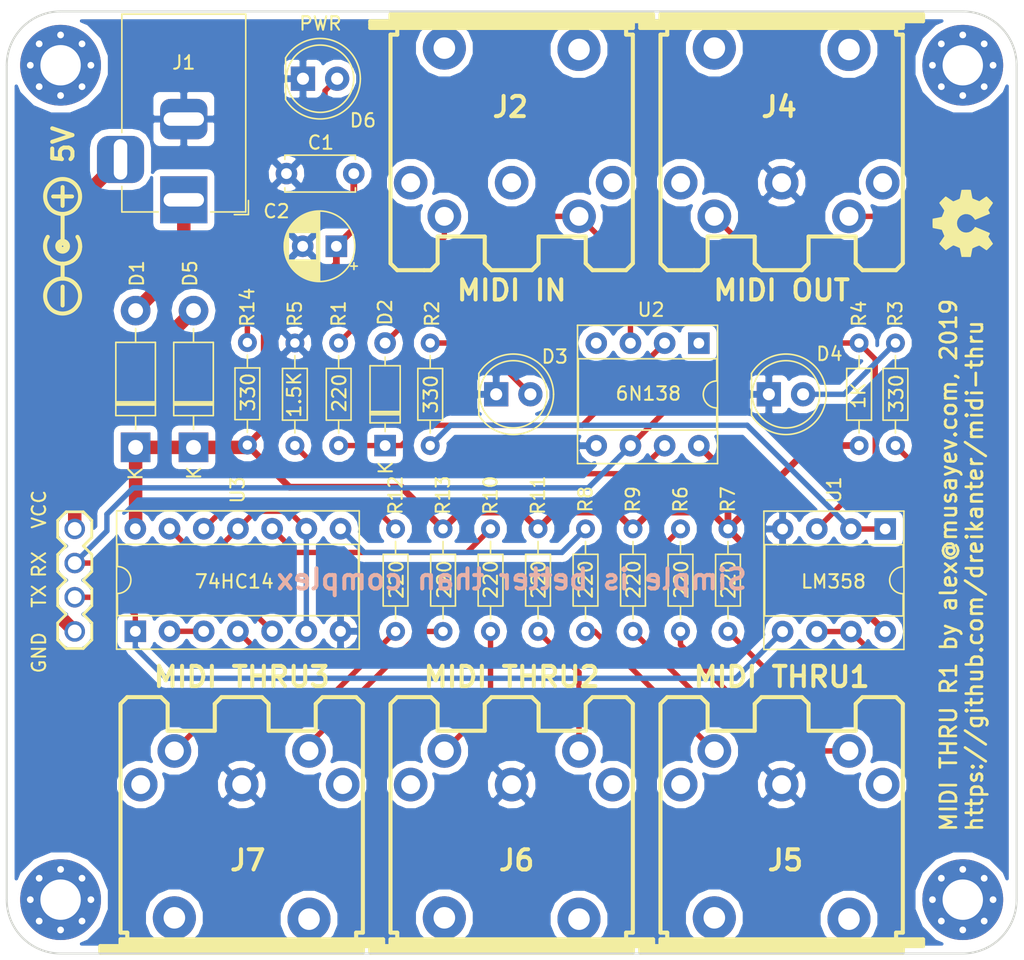
<source format=kicad_pcb>
(kicad_pcb (version 20171130) (host pcbnew "(5.0.1-3-g963ef8bb5)")

  (general
    (thickness 1.6)
    (drawings 15)
    (tracks 163)
    (zones 0)
    (modules 38)
    (nets 48)
  )

  (page A4)
  (layers
    (0 F.Cu signal)
    (31 B.Cu signal)
    (32 B.Adhes user)
    (33 F.Adhes user)
    (34 B.Paste user)
    (35 F.Paste user)
    (36 B.SilkS user)
    (37 F.SilkS user)
    (38 B.Mask user)
    (39 F.Mask user)
    (40 Dwgs.User user)
    (41 Cmts.User user)
    (42 Eco1.User user)
    (43 Eco2.User user)
    (44 Edge.Cuts user)
    (45 Margin user)
    (46 B.CrtYd user)
    (47 F.CrtYd user)
    (48 B.Fab user)
    (49 F.Fab user)
  )

  (setup
    (last_trace_width 0.4)
    (user_trace_width 0.3)
    (user_trace_width 0.4)
    (user_trace_width 0.5)
    (user_trace_width 1)
    (trace_clearance 0.3)
    (zone_clearance 0.508)
    (zone_45_only no)
    (trace_min 0.2)
    (segment_width 0.2)
    (edge_width 0.15)
    (via_size 0.8)
    (via_drill 0.4)
    (via_min_size 0.4)
    (via_min_drill 0.3)
    (uvia_size 0.3)
    (uvia_drill 0.1)
    (uvias_allowed no)
    (uvia_min_size 0.2)
    (uvia_min_drill 0.1)
    (pcb_text_width 0.3)
    (pcb_text_size 1.5 1.5)
    (mod_edge_width 0.15)
    (mod_text_size 1 1)
    (mod_text_width 0.15)
    (pad_size 1.524 1.524)
    (pad_drill 0.762)
    (pad_to_mask_clearance 0.051)
    (solder_mask_min_width 0.25)
    (aux_axis_origin 0 0)
    (visible_elements FFFFFF7F)
    (pcbplotparams
      (layerselection 0x010fc_ffffffff)
      (usegerberextensions false)
      (usegerberattributes false)
      (usegerberadvancedattributes false)
      (creategerberjobfile false)
      (excludeedgelayer true)
      (linewidth 0.100000)
      (plotframeref false)
      (viasonmask false)
      (mode 1)
      (useauxorigin false)
      (hpglpennumber 1)
      (hpglpenspeed 20)
      (hpglpendiameter 15.000000)
      (psnegative false)
      (psa4output false)
      (plotreference true)
      (plotvalue true)
      (plotinvisibletext false)
      (padsonsilk false)
      (subtractmaskfromsilk false)
      (outputformat 1)
      (mirror false)
      (drillshape 1)
      (scaleselection 1)
      (outputdirectory ""))
  )

  (net 0 "")
  (net 1 "Net-(J2-Pad3)")
  (net 2 "Net-(J2-Pad4)")
  (net 3 "Net-(J2-Pad2)")
  (net 4 "Net-(J2-Pad1)")
  (net 5 "Net-(D2-Pad2)")
  (net 6 "Net-(D5-Pad2)")
  (net 7 RX)
  (net 8 GND2)
  (net 9 TX)
  (net 10 "Net-(J4-Pad3)")
  (net 11 "Net-(J4-Pad4)")
  (net 12 GND)
  (net 13 "Net-(J4-Pad1)")
  (net 14 "Net-(J4-Pad5)")
  (net 15 "Net-(J5-Pad5)")
  (net 16 "Net-(J5-Pad1)")
  (net 17 "Net-(J5-Pad4)")
  (net 18 "Net-(J5-Pad3)")
  (net 19 "Net-(J6-Pad3)")
  (net 20 "Net-(J6-Pad4)")
  (net 21 "Net-(J6-Pad1)")
  (net 22 "Net-(J6-Pad5)")
  (net 23 "Net-(J7-Pad5)")
  (net 24 "Net-(J7-Pad1)")
  (net 25 "Net-(J7-Pad4)")
  (net 26 "Net-(J7-Pad3)")
  (net 27 "Net-(D2-Pad1)")
  (net 28 "Net-(R2-Pad2)")
  (net 29 "Net-(D3-Pad2)")
  (net 30 "Net-(D4-Pad2)")
  (net 31 "Net-(R3-Pad2)")
  (net 32 VCC)
  (net 33 "Net-(R5-Pad2)")
  (net 34 "Net-(R6-Pad1)")
  (net 35 "Net-(R8-Pad1)")
  (net 36 "Net-(R10-Pad1)")
  (net 37 "Net-(R12-Pad1)")
  (net 38 "Net-(U2-Pad4)")
  (net 39 "Net-(U2-Pad1)")
  (net 40 "Net-(U3-Pad2)")
  (net 41 "Net-(U3-Pad11)")
  (net 42 "Net-(D1-Pad2)")
  (net 43 "Net-(D6-Pad2)")
  (net 44 "Net-(H4-Pad1)")
  (net 45 "Net-(H3-Pad1)")
  (net 46 "Net-(H2-Pad1)")
  (net 47 "Net-(H1-Pad1)")

  (net_class Default "This is the default net class."
    (clearance 0.3)
    (trace_width 0.25)
    (via_dia 0.8)
    (via_drill 0.4)
    (uvia_dia 0.3)
    (uvia_drill 0.1)
    (add_net GND)
    (add_net GND2)
    (add_net "Net-(D1-Pad2)")
    (add_net "Net-(D2-Pad1)")
    (add_net "Net-(D2-Pad2)")
    (add_net "Net-(D3-Pad2)")
    (add_net "Net-(D4-Pad2)")
    (add_net "Net-(D5-Pad2)")
    (add_net "Net-(D6-Pad2)")
    (add_net "Net-(H1-Pad1)")
    (add_net "Net-(H2-Pad1)")
    (add_net "Net-(H3-Pad1)")
    (add_net "Net-(H4-Pad1)")
    (add_net "Net-(J2-Pad1)")
    (add_net "Net-(J2-Pad2)")
    (add_net "Net-(J2-Pad3)")
    (add_net "Net-(J2-Pad4)")
    (add_net "Net-(J4-Pad1)")
    (add_net "Net-(J4-Pad3)")
    (add_net "Net-(J4-Pad4)")
    (add_net "Net-(J4-Pad5)")
    (add_net "Net-(J5-Pad1)")
    (add_net "Net-(J5-Pad3)")
    (add_net "Net-(J5-Pad4)")
    (add_net "Net-(J5-Pad5)")
    (add_net "Net-(J6-Pad1)")
    (add_net "Net-(J6-Pad3)")
    (add_net "Net-(J6-Pad4)")
    (add_net "Net-(J6-Pad5)")
    (add_net "Net-(J7-Pad1)")
    (add_net "Net-(J7-Pad3)")
    (add_net "Net-(J7-Pad4)")
    (add_net "Net-(J7-Pad5)")
    (add_net "Net-(R10-Pad1)")
    (add_net "Net-(R12-Pad1)")
    (add_net "Net-(R2-Pad2)")
    (add_net "Net-(R3-Pad2)")
    (add_net "Net-(R5-Pad2)")
    (add_net "Net-(R6-Pad1)")
    (add_net "Net-(R8-Pad1)")
    (add_net "Net-(U2-Pad1)")
    (add_net "Net-(U2-Pad4)")
    (add_net "Net-(U3-Pad11)")
    (add_net "Net-(U3-Pad2)")
    (add_net RX)
    (add_net TX)
    (add_net VCC)
  )

  (module Resistor_THT:R_Axial_DIN0204_L3.6mm_D1.6mm_P7.62mm_Horizontal (layer F.Cu) (tedit 5CBCB49A) (tstamp 5CE98D66)
    (at 81.45 74.64 270)
    (descr "Resistor, Axial_DIN0204 series, Axial, Horizontal, pin pitch=7.62mm, 0.167W, length*diameter=3.6*1.6mm^2, http://cdn-reichelt.de/documents/datenblatt/B400/1_4W%23YAG.pdf")
    (tags "Resistor Axial_DIN0204 series Axial Horizontal pin pitch 7.62mm 0.167W length 3.6mm diameter 1.6mm")
    (path /5CBC641E)
    (fp_text reference R2 (at -2.18 -0.14338 270) (layer F.SilkS)
      (effects (font (size 1 1) (thickness 0.15)))
    )
    (fp_text value 330 (at 3.8 -0.05 270) (layer F.SilkS)
      (effects (font (size 1 1) (thickness 0.15)))
    )
    (fp_text user %R (at 3.81 0 270) (layer F.Fab) hide
      (effects (font (size 0.72 0.72) (thickness 0.108)))
    )
    (fp_line (start 8.57 -1.05) (end -0.95 -1.05) (layer F.CrtYd) (width 0.05))
    (fp_line (start 8.57 1.05) (end 8.57 -1.05) (layer F.CrtYd) (width 0.05))
    (fp_line (start -0.95 1.05) (end 8.57 1.05) (layer F.CrtYd) (width 0.05))
    (fp_line (start -0.95 -1.05) (end -0.95 1.05) (layer F.CrtYd) (width 0.05))
    (fp_line (start 6.68 0) (end 5.73 0) (layer F.SilkS) (width 0.12))
    (fp_line (start 0.94 0) (end 1.89 0) (layer F.SilkS) (width 0.12))
    (fp_line (start 5.73 -0.92) (end 1.89 -0.92) (layer F.SilkS) (width 0.12))
    (fp_line (start 5.73 0.92) (end 5.73 -0.92) (layer F.SilkS) (width 0.12))
    (fp_line (start 1.89 0.92) (end 5.73 0.92) (layer F.SilkS) (width 0.12))
    (fp_line (start 1.89 -0.92) (end 1.89 0.92) (layer F.SilkS) (width 0.12))
    (fp_line (start 7.62 0) (end 5.61 0) (layer F.Fab) (width 0.1))
    (fp_line (start 0 0) (end 2.01 0) (layer F.Fab) (width 0.1))
    (fp_line (start 5.61 -0.8) (end 2.01 -0.8) (layer F.Fab) (width 0.1))
    (fp_line (start 5.61 0.8) (end 5.61 -0.8) (layer F.Fab) (width 0.1))
    (fp_line (start 2.01 0.8) (end 5.61 0.8) (layer F.Fab) (width 0.1))
    (fp_line (start 2.01 -0.8) (end 2.01 0.8) (layer F.Fab) (width 0.1))
    (pad 2 thru_hole oval (at 7.62 0 270) (size 1.4 1.4) (drill 0.7) (layers *.Cu *.Mask)
      (net 28 "Net-(R2-Pad2)"))
    (pad 1 thru_hole circle (at 0 0 270) (size 1.4 1.4) (drill 0.7) (layers *.Cu *.Mask)
      (net 29 "Net-(D3-Pad2)"))
    (model ${KISYS3DMOD}/Resistor_THT.3dshapes/R_Axial_DIN0204_L3.6mm_D1.6mm_P7.62mm_Horizontal.wrl
      (at (xyz 0 0 0))
      (scale (xyz 1 1 1))
      (rotate (xyz 0 0 0))
    )
  )

  (module LED_THT:LED_D5.0mm (layer F.Cu) (tedit 5CBC9D2C) (tstamp 5D01F75C)
    (at 72 55)
    (descr "LED, diameter 5.0mm, 2 pins, http://cdn-reichelt.de/documents/datenblatt/A500/LL-504BC2E-009.pdf")
    (tags "LED diameter 5.0mm 2 pins")
    (path /5CBEEE7E)
    (fp_text reference D6 (at 4.45 3.1) (layer F.SilkS)
      (effects (font (size 1 1) (thickness 0.15)))
    )
    (fp_text value PWR (at 1.3 -4.1) (layer F.SilkS)
      (effects (font (size 1 1) (thickness 0.15)))
    )
    (fp_arc (start 1.27 0) (end -1.23 -1.469694) (angle 299.1) (layer F.Fab) (width 0.1))
    (fp_arc (start 1.27 0) (end -1.29 -1.54483) (angle 148.9) (layer F.SilkS) (width 0.12))
    (fp_arc (start 1.27 0) (end -1.29 1.54483) (angle -148.9) (layer F.SilkS) (width 0.12))
    (fp_circle (center 1.27 0) (end 3.77 0) (layer F.Fab) (width 0.1))
    (fp_circle (center 1.27 0) (end 3.77 0) (layer F.SilkS) (width 0.12))
    (fp_line (start -1.23 -1.469694) (end -1.23 1.469694) (layer F.Fab) (width 0.1))
    (fp_line (start -1.29 -1.545) (end -1.29 1.545) (layer F.SilkS) (width 0.12))
    (fp_line (start -1.95 -3.25) (end -1.95 3.25) (layer F.CrtYd) (width 0.05))
    (fp_line (start -1.95 3.25) (end 4.5 3.25) (layer F.CrtYd) (width 0.05))
    (fp_line (start 4.5 3.25) (end 4.5 -3.25) (layer F.CrtYd) (width 0.05))
    (fp_line (start 4.5 -3.25) (end -1.95 -3.25) (layer F.CrtYd) (width 0.05))
    (fp_text user %R (at 1.25 0) (layer F.Fab)
      (effects (font (size 0.8 0.8) (thickness 0.2)))
    )
    (pad 1 thru_hole rect (at 0 0) (size 1.8 1.8) (drill 0.9) (layers *.Cu *.Mask)
      (net 12 GND))
    (pad 2 thru_hole circle (at 2.54 0) (size 1.8 1.8) (drill 0.9) (layers *.Cu *.Mask)
      (net 43 "Net-(D6-Pad2)"))
    (model ${KISYS3DMOD}/LED_THT.3dshapes/LED_D5.0mm.wrl
      (at (xyz 0 0 0))
      (scale (xyz 1 1 1))
      (rotate (xyz 0 0 0))
    )
  )

  (module MountingHole:MountingHole_3mm_Pad_Via (layer F.Cu) (tedit 5CBCA33A) (tstamp 5D0EE089)
    (at 54 54)
    (descr "Mounting Hole 3mm")
    (tags "mounting hole 3mm")
    (path /5CC2CAA4)
    (attr virtual)
    (fp_text reference H1 (at 0 -4) (layer F.Fab)
      (effects (font (size 1 1) (thickness 0.15)))
    )
    (fp_text value MountingHole_Pad (at 0 4) (layer F.Fab) hide
      (effects (font (size 1 1) (thickness 0.15)))
    )
    (fp_circle (center 0 0) (end 3.25 0) (layer F.CrtYd) (width 0.05))
    (fp_circle (center 0 0) (end 3 0) (layer Cmts.User) (width 0.15))
    (fp_text user %R (at 0.3 0) (layer F.Fab)
      (effects (font (size 1 1) (thickness 0.15)))
    )
    (pad 1 thru_hole circle (at 1.59099 -1.59099) (size 0.8 0.8) (drill 0.5) (layers *.Cu *.Mask)
      (net 47 "Net-(H1-Pad1)"))
    (pad 1 thru_hole circle (at 0 -2.25) (size 0.8 0.8) (drill 0.5) (layers *.Cu *.Mask)
      (net 47 "Net-(H1-Pad1)"))
    (pad 1 thru_hole circle (at -1.59099 -1.59099) (size 0.8 0.8) (drill 0.5) (layers *.Cu *.Mask)
      (net 47 "Net-(H1-Pad1)"))
    (pad 1 thru_hole circle (at -2.25 0) (size 0.8 0.8) (drill 0.5) (layers *.Cu *.Mask)
      (net 47 "Net-(H1-Pad1)"))
    (pad 1 thru_hole circle (at -1.59099 1.59099) (size 0.8 0.8) (drill 0.5) (layers *.Cu *.Mask)
      (net 47 "Net-(H1-Pad1)"))
    (pad 1 thru_hole circle (at 0 2.25) (size 0.8 0.8) (drill 0.5) (layers *.Cu *.Mask)
      (net 47 "Net-(H1-Pad1)"))
    (pad 1 thru_hole circle (at 1.59099 1.59099) (size 0.8 0.8) (drill 0.5) (layers *.Cu *.Mask)
      (net 47 "Net-(H1-Pad1)"))
    (pad 1 thru_hole circle (at 2.25 0) (size 0.8 0.8) (drill 0.5) (layers *.Cu *.Mask)
      (net 47 "Net-(H1-Pad1)"))
    (pad 1 thru_hole circle (at 0 0) (size 6 6) (drill 3) (layers *.Cu *.Mask)
      (net 47 "Net-(H1-Pad1)"))
  )

  (module Resistor_THT:R_Axial_DIN0204_L3.6mm_D1.6mm_P7.62mm_Horizontal (layer F.Cu) (tedit 5CBCB63C) (tstamp 5D0F35D5)
    (at 67.871812 82.221821 90)
    (descr "Resistor, Axial_DIN0204 series, Axial, Horizontal, pin pitch=7.62mm, 0.167W, length*diameter=3.6*1.6mm^2, http://cdn-reichelt.de/documents/datenblatt/B400/1_4W%23YAG.pdf")
    (tags "Resistor Axial_DIN0204 series Axial Horizontal pin pitch 7.62mm 0.167W length 3.6mm diameter 1.6mm")
    (path /5CBEEE77)
    (fp_text reference R14 (at 10.238012 0 90) (layer F.SilkS)
      (effects (font (size 1 1) (thickness 0.15)))
    )
    (fp_text value 330 (at 3.93 0.05 90) (layer F.SilkS)
      (effects (font (size 1 1) (thickness 0.15)))
    )
    (fp_line (start 2.01 -0.8) (end 2.01 0.8) (layer F.Fab) (width 0.1))
    (fp_line (start 2.01 0.8) (end 5.61 0.8) (layer F.Fab) (width 0.1))
    (fp_line (start 5.61 0.8) (end 5.61 -0.8) (layer F.Fab) (width 0.1))
    (fp_line (start 5.61 -0.8) (end 2.01 -0.8) (layer F.Fab) (width 0.1))
    (fp_line (start 0 0) (end 2.01 0) (layer F.Fab) (width 0.1))
    (fp_line (start 7.62 0) (end 5.61 0) (layer F.Fab) (width 0.1))
    (fp_line (start 1.89 -0.92) (end 1.89 0.92) (layer F.SilkS) (width 0.12))
    (fp_line (start 1.89 0.92) (end 5.73 0.92) (layer F.SilkS) (width 0.12))
    (fp_line (start 5.73 0.92) (end 5.73 -0.92) (layer F.SilkS) (width 0.12))
    (fp_line (start 5.73 -0.92) (end 1.89 -0.92) (layer F.SilkS) (width 0.12))
    (fp_line (start 0.94 0) (end 1.89 0) (layer F.SilkS) (width 0.12))
    (fp_line (start 6.68 0) (end 5.73 0) (layer F.SilkS) (width 0.12))
    (fp_line (start -0.95 -1.05) (end -0.95 1.05) (layer F.CrtYd) (width 0.05))
    (fp_line (start -0.95 1.05) (end 8.57 1.05) (layer F.CrtYd) (width 0.05))
    (fp_line (start 8.57 1.05) (end 8.57 -1.05) (layer F.CrtYd) (width 0.05))
    (fp_line (start 8.57 -1.05) (end -0.95 -1.05) (layer F.CrtYd) (width 0.05))
    (fp_text user %R (at 3.81 0 90) (layer F.Fab) hide
      (effects (font (size 0.72 0.72) (thickness 0.108)))
    )
    (pad 1 thru_hole circle (at 0 0 90) (size 1.4 1.4) (drill 0.7) (layers *.Cu *.Mask)
      (net 32 VCC))
    (pad 2 thru_hole oval (at 7.62 0 90) (size 1.4 1.4) (drill 0.7) (layers *.Cu *.Mask)
      (net 43 "Net-(D6-Pad2)"))
    (model ${KISYS3DMOD}/Resistor_THT.3dshapes/R_Axial_DIN0204_L3.6mm_D1.6mm_P7.62mm_Horizontal.wrl
      (at (xyz 0 0 0))
      (scale (xyz 1 1 1))
      (rotate (xyz 0 0 0))
    )
  )

  (module Diode_THT:D_DO-41_SOD81_P10.16mm_Horizontal (layer F.Cu) (tedit 5CBCC52D) (tstamp 5CE98F37)
    (at 63.871812 82.391821 90)
    (descr "Diode, DO-41_SOD81 series, Axial, Horizontal, pin pitch=10.16mm, , length*diameter=5.2*2.7mm^2, , http://www.diodes.com/_files/packages/DO-41%20(Plastic).pdf")
    (tags "Diode DO-41_SOD81 series Axial Horizontal pin pitch 10.16mm  length 5.2mm diameter 2.7mm")
    (path /5CC9CEC7)
    (fp_text reference D5 (at 12.92 -0.25 90) (layer F.SilkS)
      (effects (font (size 1 1) (thickness 0.15)))
    )
    (fp_text value UF4007 (at 5.08 2.47 90) (layer F.SilkS) hide
      (effects (font (size 1 1) (thickness 0.15)))
    )
    (fp_text user K (at -1.9 0.05 90) (layer F.SilkS)
      (effects (font (size 1 1) (thickness 0.15)))
    )
    (fp_text user K (at 0 -2.1 90) (layer F.Fab) hide
      (effects (font (size 1 1) (thickness 0.15)))
    )
    (fp_text user %R (at 5.47 0 90) (layer F.Fab) hide
      (effects (font (size 1 1) (thickness 0.15)))
    )
    (fp_line (start 11.51 -1.6) (end -1.35 -1.6) (layer F.CrtYd) (width 0.05))
    (fp_line (start 11.51 1.6) (end 11.51 -1.6) (layer F.CrtYd) (width 0.05))
    (fp_line (start -1.35 1.6) (end 11.51 1.6) (layer F.CrtYd) (width 0.05))
    (fp_line (start -1.35 -1.6) (end -1.35 1.6) (layer F.CrtYd) (width 0.05))
    (fp_line (start 3.14 -1.47) (end 3.14 1.47) (layer F.SilkS) (width 0.12))
    (fp_line (start 3.38 -1.47) (end 3.38 1.47) (layer F.SilkS) (width 0.12))
    (fp_line (start 3.26 -1.47) (end 3.26 1.47) (layer F.SilkS) (width 0.12))
    (fp_line (start 8.82 0) (end 7.8 0) (layer F.SilkS) (width 0.12))
    (fp_line (start 1.34 0) (end 2.36 0) (layer F.SilkS) (width 0.12))
    (fp_line (start 7.8 -1.47) (end 2.36 -1.47) (layer F.SilkS) (width 0.12))
    (fp_line (start 7.8 1.47) (end 7.8 -1.47) (layer F.SilkS) (width 0.12))
    (fp_line (start 2.36 1.47) (end 7.8 1.47) (layer F.SilkS) (width 0.12))
    (fp_line (start 2.36 -1.47) (end 2.36 1.47) (layer F.SilkS) (width 0.12))
    (fp_line (start 3.16 -1.35) (end 3.16 1.35) (layer F.Fab) (width 0.1))
    (fp_line (start 3.36 -1.35) (end 3.36 1.35) (layer F.Fab) (width 0.1))
    (fp_line (start 3.26 -1.35) (end 3.26 1.35) (layer F.Fab) (width 0.1))
    (fp_line (start 10.16 0) (end 7.68 0) (layer F.Fab) (width 0.1))
    (fp_line (start 0 0) (end 2.48 0) (layer F.Fab) (width 0.1))
    (fp_line (start 7.68 -1.35) (end 2.48 -1.35) (layer F.Fab) (width 0.1))
    (fp_line (start 7.68 1.35) (end 7.68 -1.35) (layer F.Fab) (width 0.1))
    (fp_line (start 2.48 1.35) (end 7.68 1.35) (layer F.Fab) (width 0.1))
    (fp_line (start 2.48 -1.35) (end 2.48 1.35) (layer F.Fab) (width 0.1))
    (pad 2 thru_hole oval (at 10.16 0 90) (size 2.2 2.2) (drill 1.1) (layers *.Cu *.Mask)
      (net 6 "Net-(D5-Pad2)"))
    (pad 1 thru_hole rect (at 0 0 90) (size 2.2 2.2) (drill 1.1) (layers *.Cu *.Mask)
      (net 32 VCC))
    (model ${KISYS3DMOD}/Diode_THT.3dshapes/D_DO-41_SOD81_P10.16mm_Horizontal.wrl
      (at (xyz 0 0 0))
      (scale (xyz 1 1 1))
      (rotate (xyz 0 0 0))
    )
  )

  (module Diode_THT:D_DO-41_SOD81_P10.16mm_Horizontal (layer F.Cu) (tedit 5CBCC538) (tstamp 5CE98F18)
    (at 59.571812 82.391821 90)
    (descr "Diode, DO-41_SOD81 series, Axial, Horizontal, pin pitch=10.16mm, , length*diameter=5.2*2.7mm^2, , http://www.diodes.com/_files/packages/DO-41%20(Plastic).pdf")
    (tags "Diode DO-41_SOD81 series Axial Horizontal pin pitch 10.16mm  length 5.2mm diameter 2.7mm")
    (path /5CC9CA05)
    (fp_text reference D1 (at 12.92 0.1 90) (layer F.SilkS)
      (effects (font (size 1 1) (thickness 0.15)))
    )
    (fp_text value UF4007 (at 5.08 2.47 90) (layer F.SilkS) hide
      (effects (font (size 1 1) (thickness 0.15)))
    )
    (fp_line (start 2.48 -1.35) (end 2.48 1.35) (layer F.Fab) (width 0.1))
    (fp_line (start 2.48 1.35) (end 7.68 1.35) (layer F.Fab) (width 0.1))
    (fp_line (start 7.68 1.35) (end 7.68 -1.35) (layer F.Fab) (width 0.1))
    (fp_line (start 7.68 -1.35) (end 2.48 -1.35) (layer F.Fab) (width 0.1))
    (fp_line (start 0 0) (end 2.48 0) (layer F.Fab) (width 0.1))
    (fp_line (start 10.16 0) (end 7.68 0) (layer F.Fab) (width 0.1))
    (fp_line (start 3.26 -1.35) (end 3.26 1.35) (layer F.Fab) (width 0.1))
    (fp_line (start 3.36 -1.35) (end 3.36 1.35) (layer F.Fab) (width 0.1))
    (fp_line (start 3.16 -1.35) (end 3.16 1.35) (layer F.Fab) (width 0.1))
    (fp_line (start 2.36 -1.47) (end 2.36 1.47) (layer F.SilkS) (width 0.12))
    (fp_line (start 2.36 1.47) (end 7.8 1.47) (layer F.SilkS) (width 0.12))
    (fp_line (start 7.8 1.47) (end 7.8 -1.47) (layer F.SilkS) (width 0.12))
    (fp_line (start 7.8 -1.47) (end 2.36 -1.47) (layer F.SilkS) (width 0.12))
    (fp_line (start 1.34 0) (end 2.36 0) (layer F.SilkS) (width 0.12))
    (fp_line (start 8.82 0) (end 7.8 0) (layer F.SilkS) (width 0.12))
    (fp_line (start 3.26 -1.47) (end 3.26 1.47) (layer F.SilkS) (width 0.12))
    (fp_line (start 3.38 -1.47) (end 3.38 1.47) (layer F.SilkS) (width 0.12))
    (fp_line (start 3.14 -1.47) (end 3.14 1.47) (layer F.SilkS) (width 0.12))
    (fp_line (start -1.35 -1.6) (end -1.35 1.6) (layer F.CrtYd) (width 0.05))
    (fp_line (start -1.35 1.6) (end 11.51 1.6) (layer F.CrtYd) (width 0.05))
    (fp_line (start 11.51 1.6) (end 11.51 -1.6) (layer F.CrtYd) (width 0.05))
    (fp_line (start 11.51 -1.6) (end -1.35 -1.6) (layer F.CrtYd) (width 0.05))
    (fp_text user %R (at 5.47 0 90) (layer F.Fab) hide
      (effects (font (size 1 1) (thickness 0.15)))
    )
    (fp_text user K (at -1.9 0.05 90) (layer F.Fab) hide
      (effects (font (size 1 1) (thickness 0.15)))
    )
    (fp_text user K (at -1.95 0 90) (layer F.SilkS)
      (effects (font (size 1 1) (thickness 0.15)))
    )
    (pad 1 thru_hole rect (at 0 0 90) (size 2.2 2.2) (drill 1.1) (layers *.Cu *.Mask)
      (net 32 VCC))
    (pad 2 thru_hole oval (at 10.16 0 90) (size 2.2 2.2) (drill 1.1) (layers *.Cu *.Mask)
      (net 42 "Net-(D1-Pad2)"))
    (model ${KISYS3DMOD}/Diode_THT.3dshapes/D_DO-41_SOD81_P10.16mm_Horizontal.wrl
      (at (xyz 0 0 0))
      (scale (xyz 1 1 1))
      (rotate (xyz 0 0 0))
    )
  )

  (module Capacitor_THT:C_Disc_D5.0mm_W2.5mm_P5.00mm (layer F.Cu) (tedit 5CBCCA36) (tstamp 5D0ED6E6)
    (at 75.775 62.05 180)
    (descr "C, Disc series, Radial, pin pitch=5.00mm, , diameter*width=5*2.5mm^2, Capacitor, http://cdn-reichelt.de/documents/datenblatt/B300/DS_KERKO_TC.pdf")
    (tags "C Disc series Radial pin pitch 5.00mm  diameter 5mm width 2.5mm Capacitor")
    (path /5CBC767C)
    (fp_text reference C1 (at 2.45 2.3 180) (layer F.SilkS)
      (effects (font (size 1 1) (thickness 0.15)))
    )
    (fp_text value "100 nF" (at 2.5 2.5 180) (layer F.SilkS) hide
      (effects (font (size 1 1) (thickness 0.15)))
    )
    (fp_line (start 0 -1.25) (end 0 1.25) (layer F.Fab) (width 0.1))
    (fp_line (start 0 1.25) (end 5 1.25) (layer F.Fab) (width 0.1))
    (fp_line (start 5 1.25) (end 5 -1.25) (layer F.Fab) (width 0.1))
    (fp_line (start 5 -1.25) (end 0 -1.25) (layer F.Fab) (width 0.1))
    (fp_line (start -0.12 -1.37) (end 5.12 -1.37) (layer F.SilkS) (width 0.12))
    (fp_line (start -0.12 1.37) (end 5.12 1.37) (layer F.SilkS) (width 0.12))
    (fp_line (start -0.12 -1.37) (end -0.12 -1.055) (layer F.SilkS) (width 0.12))
    (fp_line (start -0.12 1.055) (end -0.12 1.37) (layer F.SilkS) (width 0.12))
    (fp_line (start 5.12 -1.37) (end 5.12 -1.055) (layer F.SilkS) (width 0.12))
    (fp_line (start 5.12 1.055) (end 5.12 1.37) (layer F.SilkS) (width 0.12))
    (fp_line (start -1.05 -1.5) (end -1.05 1.5) (layer F.CrtYd) (width 0.05))
    (fp_line (start -1.05 1.5) (end 6.05 1.5) (layer F.CrtYd) (width 0.05))
    (fp_line (start 6.05 1.5) (end 6.05 -1.5) (layer F.CrtYd) (width 0.05))
    (fp_line (start 6.05 -1.5) (end -1.05 -1.5) (layer F.CrtYd) (width 0.05))
    (fp_text user %R (at 2.5 0 180) (layer F.Fab) hide
      (effects (font (size 1 1) (thickness 0.15)))
    )
    (pad 1 thru_hole circle (at 0 0 180) (size 1.6 1.6) (drill 0.8) (layers *.Cu *.Mask)
      (net 32 VCC))
    (pad 2 thru_hole circle (at 5 0 180) (size 1.6 1.6) (drill 0.8) (layers *.Cu *.Mask)
      (net 12 GND))
    (model ${KISYS3DMOD}/Capacitor_THT.3dshapes/C_Disc_D5.0mm_W2.5mm_P5.00mm.wrl
      (at (xyz 0 0 0))
      (scale (xyz 1 1 1))
      (rotate (xyz 0 0 0))
    )
  )

  (module Connector_BarrelJack:BarrelJack_Horizontal (layer F.Cu) (tedit 5CBD83E8) (tstamp 5CE98F79)
    (at 63.15 64 270)
    (descr "DC Barrel Jack")
    (tags "Power Jack")
    (path /5CC71F00)
    (fp_text reference J1 (at -10.2 0) (layer F.SilkS)
      (effects (font (size 1 1) (thickness 0.15)))
    )
    (fp_text value Barrel_Jack_Switch (at -6.2 -5.5 270) (layer F.Fab) hide
      (effects (font (size 1 1) (thickness 0.15)))
    )
    (fp_text user %R (at -3 -2.95 270) (layer F.Fab)
      (effects (font (size 1 1) (thickness 0.15)))
    )
    (fp_line (start -0.003213 -4.505425) (end 0.8 -3.75) (layer F.Fab) (width 0.1))
    (fp_line (start 1.1 -3.75) (end 1.1 -4.8) (layer F.SilkS) (width 0.12))
    (fp_line (start 0.05 -4.8) (end 1.1 -4.8) (layer F.SilkS) (width 0.12))
    (fp_line (start 1 -4.5) (end 1 -4.75) (layer F.CrtYd) (width 0.05))
    (fp_line (start 1 -4.75) (end -14 -4.75) (layer F.CrtYd) (width 0.05))
    (fp_line (start 1 -4.5) (end 1 -2) (layer F.CrtYd) (width 0.05))
    (fp_line (start 1 -2) (end 2 -2) (layer F.CrtYd) (width 0.05))
    (fp_line (start 2 -2) (end 2 2) (layer F.CrtYd) (width 0.05))
    (fp_line (start 2 2) (end 1 2) (layer F.CrtYd) (width 0.05))
    (fp_line (start 1 2) (end 1 4.75) (layer F.CrtYd) (width 0.05))
    (fp_line (start 1 4.75) (end -1 4.75) (layer F.CrtYd) (width 0.05))
    (fp_line (start -1 4.75) (end -1 6.75) (layer F.CrtYd) (width 0.05))
    (fp_line (start -1 6.75) (end -5 6.75) (layer F.CrtYd) (width 0.05))
    (fp_line (start -5 6.75) (end -5 4.75) (layer F.CrtYd) (width 0.05))
    (fp_line (start -5 4.75) (end -14 4.75) (layer F.CrtYd) (width 0.05))
    (fp_line (start -14 4.75) (end -14 -4.75) (layer F.CrtYd) (width 0.05))
    (fp_line (start -5 4.6) (end -13.8 4.6) (layer F.SilkS) (width 0.12))
    (fp_line (start -13.8 4.6) (end -13.8 -4.6) (layer F.SilkS) (width 0.12))
    (fp_line (start 0.9 1.9) (end 0.9 4.6) (layer F.SilkS) (width 0.12))
    (fp_line (start 0.9 4.6) (end -1 4.6) (layer F.SilkS) (width 0.12))
    (fp_line (start -13.8 -4.6) (end 0.9 -4.6) (layer F.SilkS) (width 0.12))
    (fp_line (start 0.9 -4.6) (end 0.9 -2) (layer F.SilkS) (width 0.12))
    (fp_line (start -10.2 -4.5) (end -10.2 4.5) (layer F.Fab) (width 0.1))
    (fp_line (start -13.7 -4.5) (end -13.7 4.5) (layer F.Fab) (width 0.1))
    (fp_line (start -13.7 4.5) (end 0.8 4.5) (layer F.Fab) (width 0.1))
    (fp_line (start 0.8 4.5) (end 0.8 -3.75) (layer F.Fab) (width 0.1))
    (fp_line (start 0 -4.5) (end -13.7 -4.5) (layer F.Fab) (width 0.1))
    (pad 1 thru_hole rect (at 0 0 270) (size 3.5 3.5) (drill oval 1 3) (layers *.Cu *.Mask)
      (net 42 "Net-(D1-Pad2)"))
    (pad 2 thru_hole roundrect (at -6 0 270) (size 3 3.5) (drill oval 1 3) (layers *.Cu *.Mask) (roundrect_rratio 0.25)
      (net 12 GND))
    (pad 3 thru_hole roundrect (at -3 4.7 270) (size 3.5 3.5) (drill oval 3 1) (layers *.Cu *.Mask) (roundrect_rratio 0.25)
      (net 8 GND2))
    (model ${KISYS3DMOD}/Connector_BarrelJack.3dshapes/BarrelJack_Horizontal.wrl
      (at (xyz 0 0 0))
      (scale (xyz 1 1 1))
      (rotate (xyz 0 0 0))
    )
  )

  (module Capacitor_THT:CP_Radial_D5.0mm_P2.50mm (layer F.Cu) (tedit 5CBCCA3A) (tstamp 5D0EDF55)
    (at 74.480113 67.45 180)
    (descr "CP, Radial series, Radial, pin pitch=2.50mm, , diameter=5mm, Electrolytic Capacitor")
    (tags "CP Radial series Radial pin pitch 2.50mm  diameter 5mm Electrolytic Capacitor")
    (path /5CBC7D19)
    (fp_text reference C2 (at 4.45 2.6 180) (layer F.SilkS)
      (effects (font (size 1 1) (thickness 0.15)))
    )
    (fp_text value "100 uF" (at 1.25 3.75 180) (layer F.SilkS) hide
      (effects (font (size 1 1) (thickness 0.15)))
    )
    (fp_circle (center 1.25 0) (end 3.75 0) (layer F.Fab) (width 0.1))
    (fp_circle (center 1.25 0) (end 3.87 0) (layer F.SilkS) (width 0.12))
    (fp_circle (center 1.25 0) (end 4 0) (layer F.CrtYd) (width 0.05))
    (fp_line (start -0.883605 -1.0875) (end -0.383605 -1.0875) (layer F.Fab) (width 0.1))
    (fp_line (start -0.633605 -1.3375) (end -0.633605 -0.8375) (layer F.Fab) (width 0.1))
    (fp_line (start 1.25 -2.58) (end 1.25 2.58) (layer F.SilkS) (width 0.12))
    (fp_line (start 1.29 -2.58) (end 1.29 2.58) (layer F.SilkS) (width 0.12))
    (fp_line (start 1.33 -2.579) (end 1.33 2.579) (layer F.SilkS) (width 0.12))
    (fp_line (start 1.37 -2.578) (end 1.37 2.578) (layer F.SilkS) (width 0.12))
    (fp_line (start 1.41 -2.576) (end 1.41 2.576) (layer F.SilkS) (width 0.12))
    (fp_line (start 1.45 -2.573) (end 1.45 2.573) (layer F.SilkS) (width 0.12))
    (fp_line (start 1.49 -2.569) (end 1.49 -1.04) (layer F.SilkS) (width 0.12))
    (fp_line (start 1.49 1.04) (end 1.49 2.569) (layer F.SilkS) (width 0.12))
    (fp_line (start 1.53 -2.565) (end 1.53 -1.04) (layer F.SilkS) (width 0.12))
    (fp_line (start 1.53 1.04) (end 1.53 2.565) (layer F.SilkS) (width 0.12))
    (fp_line (start 1.57 -2.561) (end 1.57 -1.04) (layer F.SilkS) (width 0.12))
    (fp_line (start 1.57 1.04) (end 1.57 2.561) (layer F.SilkS) (width 0.12))
    (fp_line (start 1.61 -2.556) (end 1.61 -1.04) (layer F.SilkS) (width 0.12))
    (fp_line (start 1.61 1.04) (end 1.61 2.556) (layer F.SilkS) (width 0.12))
    (fp_line (start 1.65 -2.55) (end 1.65 -1.04) (layer F.SilkS) (width 0.12))
    (fp_line (start 1.65 1.04) (end 1.65 2.55) (layer F.SilkS) (width 0.12))
    (fp_line (start 1.69 -2.543) (end 1.69 -1.04) (layer F.SilkS) (width 0.12))
    (fp_line (start 1.69 1.04) (end 1.69 2.543) (layer F.SilkS) (width 0.12))
    (fp_line (start 1.73 -2.536) (end 1.73 -1.04) (layer F.SilkS) (width 0.12))
    (fp_line (start 1.73 1.04) (end 1.73 2.536) (layer F.SilkS) (width 0.12))
    (fp_line (start 1.77 -2.528) (end 1.77 -1.04) (layer F.SilkS) (width 0.12))
    (fp_line (start 1.77 1.04) (end 1.77 2.528) (layer F.SilkS) (width 0.12))
    (fp_line (start 1.81 -2.52) (end 1.81 -1.04) (layer F.SilkS) (width 0.12))
    (fp_line (start 1.81 1.04) (end 1.81 2.52) (layer F.SilkS) (width 0.12))
    (fp_line (start 1.85 -2.511) (end 1.85 -1.04) (layer F.SilkS) (width 0.12))
    (fp_line (start 1.85 1.04) (end 1.85 2.511) (layer F.SilkS) (width 0.12))
    (fp_line (start 1.89 -2.501) (end 1.89 -1.04) (layer F.SilkS) (width 0.12))
    (fp_line (start 1.89 1.04) (end 1.89 2.501) (layer F.SilkS) (width 0.12))
    (fp_line (start 1.93 -2.491) (end 1.93 -1.04) (layer F.SilkS) (width 0.12))
    (fp_line (start 1.93 1.04) (end 1.93 2.491) (layer F.SilkS) (width 0.12))
    (fp_line (start 1.971 -2.48) (end 1.971 -1.04) (layer F.SilkS) (width 0.12))
    (fp_line (start 1.971 1.04) (end 1.971 2.48) (layer F.SilkS) (width 0.12))
    (fp_line (start 2.011 -2.468) (end 2.011 -1.04) (layer F.SilkS) (width 0.12))
    (fp_line (start 2.011 1.04) (end 2.011 2.468) (layer F.SilkS) (width 0.12))
    (fp_line (start 2.051 -2.455) (end 2.051 -1.04) (layer F.SilkS) (width 0.12))
    (fp_line (start 2.051 1.04) (end 2.051 2.455) (layer F.SilkS) (width 0.12))
    (fp_line (start 2.091 -2.442) (end 2.091 -1.04) (layer F.SilkS) (width 0.12))
    (fp_line (start 2.091 1.04) (end 2.091 2.442) (layer F.SilkS) (width 0.12))
    (fp_line (start 2.131 -2.428) (end 2.131 -1.04) (layer F.SilkS) (width 0.12))
    (fp_line (start 2.131 1.04) (end 2.131 2.428) (layer F.SilkS) (width 0.12))
    (fp_line (start 2.171 -2.414) (end 2.171 -1.04) (layer F.SilkS) (width 0.12))
    (fp_line (start 2.171 1.04) (end 2.171 2.414) (layer F.SilkS) (width 0.12))
    (fp_line (start 2.211 -2.398) (end 2.211 -1.04) (layer F.SilkS) (width 0.12))
    (fp_line (start 2.211 1.04) (end 2.211 2.398) (layer F.SilkS) (width 0.12))
    (fp_line (start 2.251 -2.382) (end 2.251 -1.04) (layer F.SilkS) (width 0.12))
    (fp_line (start 2.251 1.04) (end 2.251 2.382) (layer F.SilkS) (width 0.12))
    (fp_line (start 2.291 -2.365) (end 2.291 -1.04) (layer F.SilkS) (width 0.12))
    (fp_line (start 2.291 1.04) (end 2.291 2.365) (layer F.SilkS) (width 0.12))
    (fp_line (start 2.331 -2.348) (end 2.331 -1.04) (layer F.SilkS) (width 0.12))
    (fp_line (start 2.331 1.04) (end 2.331 2.348) (layer F.SilkS) (width 0.12))
    (fp_line (start 2.371 -2.329) (end 2.371 -1.04) (layer F.SilkS) (width 0.12))
    (fp_line (start 2.371 1.04) (end 2.371 2.329) (layer F.SilkS) (width 0.12))
    (fp_line (start 2.411 -2.31) (end 2.411 -1.04) (layer F.SilkS) (width 0.12))
    (fp_line (start 2.411 1.04) (end 2.411 2.31) (layer F.SilkS) (width 0.12))
    (fp_line (start 2.451 -2.29) (end 2.451 -1.04) (layer F.SilkS) (width 0.12))
    (fp_line (start 2.451 1.04) (end 2.451 2.29) (layer F.SilkS) (width 0.12))
    (fp_line (start 2.491 -2.268) (end 2.491 -1.04) (layer F.SilkS) (width 0.12))
    (fp_line (start 2.491 1.04) (end 2.491 2.268) (layer F.SilkS) (width 0.12))
    (fp_line (start 2.531 -2.247) (end 2.531 -1.04) (layer F.SilkS) (width 0.12))
    (fp_line (start 2.531 1.04) (end 2.531 2.247) (layer F.SilkS) (width 0.12))
    (fp_line (start 2.571 -2.224) (end 2.571 -1.04) (layer F.SilkS) (width 0.12))
    (fp_line (start 2.571 1.04) (end 2.571 2.224) (layer F.SilkS) (width 0.12))
    (fp_line (start 2.611 -2.2) (end 2.611 -1.04) (layer F.SilkS) (width 0.12))
    (fp_line (start 2.611 1.04) (end 2.611 2.2) (layer F.SilkS) (width 0.12))
    (fp_line (start 2.651 -2.175) (end 2.651 -1.04) (layer F.SilkS) (width 0.12))
    (fp_line (start 2.651 1.04) (end 2.651 2.175) (layer F.SilkS) (width 0.12))
    (fp_line (start 2.691 -2.149) (end 2.691 -1.04) (layer F.SilkS) (width 0.12))
    (fp_line (start 2.691 1.04) (end 2.691 2.149) (layer F.SilkS) (width 0.12))
    (fp_line (start 2.731 -2.122) (end 2.731 -1.04) (layer F.SilkS) (width 0.12))
    (fp_line (start 2.731 1.04) (end 2.731 2.122) (layer F.SilkS) (width 0.12))
    (fp_line (start 2.771 -2.095) (end 2.771 -1.04) (layer F.SilkS) (width 0.12))
    (fp_line (start 2.771 1.04) (end 2.771 2.095) (layer F.SilkS) (width 0.12))
    (fp_line (start 2.811 -2.065) (end 2.811 -1.04) (layer F.SilkS) (width 0.12))
    (fp_line (start 2.811 1.04) (end 2.811 2.065) (layer F.SilkS) (width 0.12))
    (fp_line (start 2.851 -2.035) (end 2.851 -1.04) (layer F.SilkS) (width 0.12))
    (fp_line (start 2.851 1.04) (end 2.851 2.035) (layer F.SilkS) (width 0.12))
    (fp_line (start 2.891 -2.004) (end 2.891 -1.04) (layer F.SilkS) (width 0.12))
    (fp_line (start 2.891 1.04) (end 2.891 2.004) (layer F.SilkS) (width 0.12))
    (fp_line (start 2.931 -1.971) (end 2.931 -1.04) (layer F.SilkS) (width 0.12))
    (fp_line (start 2.931 1.04) (end 2.931 1.971) (layer F.SilkS) (width 0.12))
    (fp_line (start 2.971 -1.937) (end 2.971 -1.04) (layer F.SilkS) (width 0.12))
    (fp_line (start 2.971 1.04) (end 2.971 1.937) (layer F.SilkS) (width 0.12))
    (fp_line (start 3.011 -1.901) (end 3.011 -1.04) (layer F.SilkS) (width 0.12))
    (fp_line (start 3.011 1.04) (end 3.011 1.901) (layer F.SilkS) (width 0.12))
    (fp_line (start 3.051 -1.864) (end 3.051 -1.04) (layer F.SilkS) (width 0.12))
    (fp_line (start 3.051 1.04) (end 3.051 1.864) (layer F.SilkS) (width 0.12))
    (fp_line (start 3.091 -1.826) (end 3.091 -1.04) (layer F.SilkS) (width 0.12))
    (fp_line (start 3.091 1.04) (end 3.091 1.826) (layer F.SilkS) (width 0.12))
    (fp_line (start 3.131 -1.785) (end 3.131 -1.04) (layer F.SilkS) (width 0.12))
    (fp_line (start 3.131 1.04) (end 3.131 1.785) (layer F.SilkS) (width 0.12))
    (fp_line (start 3.171 -1.743) (end 3.171 -1.04) (layer F.SilkS) (width 0.12))
    (fp_line (start 3.171 1.04) (end 3.171 1.743) (layer F.SilkS) (width 0.12))
    (fp_line (start 3.211 -1.699) (end 3.211 -1.04) (layer F.SilkS) (width 0.12))
    (fp_line (start 3.211 1.04) (end 3.211 1.699) (layer F.SilkS) (width 0.12))
    (fp_line (start 3.251 -1.653) (end 3.251 -1.04) (layer F.SilkS) (width 0.12))
    (fp_line (start 3.251 1.04) (end 3.251 1.653) (layer F.SilkS) (width 0.12))
    (fp_line (start 3.291 -1.605) (end 3.291 -1.04) (layer F.SilkS) (width 0.12))
    (fp_line (start 3.291 1.04) (end 3.291 1.605) (layer F.SilkS) (width 0.12))
    (fp_line (start 3.331 -1.554) (end 3.331 -1.04) (layer F.SilkS) (width 0.12))
    (fp_line (start 3.331 1.04) (end 3.331 1.554) (layer F.SilkS) (width 0.12))
    (fp_line (start 3.371 -1.5) (end 3.371 -1.04) (layer F.SilkS) (width 0.12))
    (fp_line (start 3.371 1.04) (end 3.371 1.5) (layer F.SilkS) (width 0.12))
    (fp_line (start 3.411 -1.443) (end 3.411 -1.04) (layer F.SilkS) (width 0.12))
    (fp_line (start 3.411 1.04) (end 3.411 1.443) (layer F.SilkS) (width 0.12))
    (fp_line (start 3.451 -1.383) (end 3.451 -1.04) (layer F.SilkS) (width 0.12))
    (fp_line (start 3.451 1.04) (end 3.451 1.383) (layer F.SilkS) (width 0.12))
    (fp_line (start 3.491 -1.319) (end 3.491 -1.04) (layer F.SilkS) (width 0.12))
    (fp_line (start 3.491 1.04) (end 3.491 1.319) (layer F.SilkS) (width 0.12))
    (fp_line (start 3.531 -1.251) (end 3.531 -1.04) (layer F.SilkS) (width 0.12))
    (fp_line (start 3.531 1.04) (end 3.531 1.251) (layer F.SilkS) (width 0.12))
    (fp_line (start 3.571 -1.178) (end 3.571 1.178) (layer F.SilkS) (width 0.12))
    (fp_line (start 3.611 -1.098) (end 3.611 1.098) (layer F.SilkS) (width 0.12))
    (fp_line (start 3.651 -1.011) (end 3.651 1.011) (layer F.SilkS) (width 0.12))
    (fp_line (start 3.691 -0.915) (end 3.691 0.915) (layer F.SilkS) (width 0.12))
    (fp_line (start 3.731 -0.805) (end 3.731 0.805) (layer F.SilkS) (width 0.12))
    (fp_line (start 3.771 -0.677) (end 3.771 0.677) (layer F.SilkS) (width 0.12))
    (fp_line (start 3.811 -0.518) (end 3.811 0.518) (layer F.SilkS) (width 0.12))
    (fp_line (start 3.851 -0.284) (end 3.851 0.284) (layer F.SilkS) (width 0.12))
    (fp_line (start -1.554775 -1.475) (end -1.054775 -1.475) (layer F.SilkS) (width 0.12))
    (fp_line (start -1.304775 -1.725) (end -1.304775 -1.225) (layer F.SilkS) (width 0.12))
    (fp_text user %R (at 1.25 0 180) (layer F.Fab)
      (effects (font (size 1 1) (thickness 0.15)))
    )
    (pad 1 thru_hole rect (at 0 0 180) (size 1.6 1.6) (drill 0.8) (layers *.Cu *.Mask)
      (net 32 VCC))
    (pad 2 thru_hole circle (at 2.5 0 180) (size 1.6 1.6) (drill 0.8) (layers *.Cu *.Mask)
      (net 12 GND))
    (model ${KISYS3DMOD}/Capacitor_THT.3dshapes/CP_Radial_D5.0mm_P2.50mm.wrl
      (at (xyz 0 0 0))
      (scale (xyz 1 1 1))
      (rotate (xyz 0 0 0))
    )
  )

  (module MountingHole:MountingHole_3mm_Pad_Via (layer F.Cu) (tedit 5CBCA345) (tstamp 5D0E7CD2)
    (at 121 54)
    (descr "Mounting Hole 3mm")
    (tags "mounting hole 3mm")
    (path /5CC2D3C1)
    (attr virtual)
    (fp_text reference H2 (at 0 -4) (layer F.Fab)
      (effects (font (size 1 1) (thickness 0.15)))
    )
    (fp_text value MountingHole_Pad (at 0 4) (layer F.Fab) hide
      (effects (font (size 1 1) (thickness 0.15)))
    )
    (fp_text user %R (at 0.3 0) (layer F.Fab)
      (effects (font (size 1 1) (thickness 0.15)))
    )
    (fp_circle (center 0 0) (end 3 0) (layer Cmts.User) (width 0.15))
    (fp_circle (center 0 0) (end 3.25 0) (layer F.CrtYd) (width 0.05))
    (pad 1 thru_hole circle (at 0 0) (size 6 6) (drill 3) (layers *.Cu *.Mask)
      (net 46 "Net-(H2-Pad1)"))
    (pad 1 thru_hole circle (at 2.25 0) (size 0.8 0.8) (drill 0.5) (layers *.Cu *.Mask)
      (net 46 "Net-(H2-Pad1)"))
    (pad 1 thru_hole circle (at 1.59099 1.59099) (size 0.8 0.8) (drill 0.5) (layers *.Cu *.Mask)
      (net 46 "Net-(H2-Pad1)"))
    (pad 1 thru_hole circle (at 0 2.25) (size 0.8 0.8) (drill 0.5) (layers *.Cu *.Mask)
      (net 46 "Net-(H2-Pad1)"))
    (pad 1 thru_hole circle (at -1.59099 1.59099) (size 0.8 0.8) (drill 0.5) (layers *.Cu *.Mask)
      (net 46 "Net-(H2-Pad1)"))
    (pad 1 thru_hole circle (at -2.25 0) (size 0.8 0.8) (drill 0.5) (layers *.Cu *.Mask)
      (net 46 "Net-(H2-Pad1)"))
    (pad 1 thru_hole circle (at -1.59099 -1.59099) (size 0.8 0.8) (drill 0.5) (layers *.Cu *.Mask)
      (net 46 "Net-(H2-Pad1)"))
    (pad 1 thru_hole circle (at 0 -2.25) (size 0.8 0.8) (drill 0.5) (layers *.Cu *.Mask)
      (net 46 "Net-(H2-Pad1)"))
    (pad 1 thru_hole circle (at 1.59099 -1.59099) (size 0.8 0.8) (drill 0.5) (layers *.Cu *.Mask)
      (net 46 "Net-(H2-Pad1)"))
  )

  (module MountingHole:MountingHole_3mm_Pad_Via (layer F.Cu) (tedit 5CBCA342) (tstamp 5D0E79A7)
    (at 121 116)
    (descr "Mounting Hole 3mm")
    (tags "mounting hole 3mm")
    (path /5CC2DA55)
    (attr virtual)
    (fp_text reference H3 (at 0 -4) (layer F.Fab)
      (effects (font (size 1 1) (thickness 0.15)))
    )
    (fp_text value MountingHole_Pad (at 0 4) (layer F.Fab) hide
      (effects (font (size 1 1) (thickness 0.15)))
    )
    (fp_circle (center 0 0) (end 3.25 0) (layer F.CrtYd) (width 0.05))
    (fp_circle (center 0 0) (end 3 0) (layer Cmts.User) (width 0.15))
    (fp_text user %R (at 0.3 0) (layer F.Fab)
      (effects (font (size 1 1) (thickness 0.15)))
    )
    (pad 1 thru_hole circle (at 1.59099 -1.59099) (size 0.8 0.8) (drill 0.5) (layers *.Cu *.Mask)
      (net 45 "Net-(H3-Pad1)"))
    (pad 1 thru_hole circle (at 0 -2.25) (size 0.8 0.8) (drill 0.5) (layers *.Cu *.Mask)
      (net 45 "Net-(H3-Pad1)"))
    (pad 1 thru_hole circle (at -1.59099 -1.59099) (size 0.8 0.8) (drill 0.5) (layers *.Cu *.Mask)
      (net 45 "Net-(H3-Pad1)"))
    (pad 1 thru_hole circle (at -2.25 0) (size 0.8 0.8) (drill 0.5) (layers *.Cu *.Mask)
      (net 45 "Net-(H3-Pad1)"))
    (pad 1 thru_hole circle (at -1.59099 1.59099) (size 0.8 0.8) (drill 0.5) (layers *.Cu *.Mask)
      (net 45 "Net-(H3-Pad1)"))
    (pad 1 thru_hole circle (at 0 2.25) (size 0.8 0.8) (drill 0.5) (layers *.Cu *.Mask)
      (net 45 "Net-(H3-Pad1)"))
    (pad 1 thru_hole circle (at 1.59099 1.59099) (size 0.8 0.8) (drill 0.5) (layers *.Cu *.Mask)
      (net 45 "Net-(H3-Pad1)"))
    (pad 1 thru_hole circle (at 2.25 0) (size 0.8 0.8) (drill 0.5) (layers *.Cu *.Mask)
      (net 45 "Net-(H3-Pad1)"))
    (pad 1 thru_hole circle (at 0 0) (size 6 6) (drill 3) (layers *.Cu *.Mask)
      (net 45 "Net-(H3-Pad1)"))
  )

  (module MountingHole:MountingHole_3mm_Pad_Via (layer F.Cu) (tedit 5CBCA33E) (tstamp 5D0F2344)
    (at 54 116)
    (descr "Mounting Hole 3mm")
    (tags "mounting hole 3mm")
    (path /5CC2DA5C)
    (attr virtual)
    (fp_text reference H4 (at 0 -4) (layer F.Fab)
      (effects (font (size 1 1) (thickness 0.15)))
    )
    (fp_text value MountingHole_Pad (at 0 4) (layer F.Fab) hide
      (effects (font (size 1 1) (thickness 0.15)))
    )
    (fp_text user %R (at 0.3 0) (layer F.Fab)
      (effects (font (size 1 1) (thickness 0.15)))
    )
    (fp_circle (center 0 0) (end 3 0) (layer Cmts.User) (width 0.15))
    (fp_circle (center 0 0) (end 3.25 0) (layer F.CrtYd) (width 0.05))
    (pad 1 thru_hole circle (at 0 0) (size 6 6) (drill 3) (layers *.Cu *.Mask)
      (net 44 "Net-(H4-Pad1)"))
    (pad 1 thru_hole circle (at 2.25 0) (size 0.8 0.8) (drill 0.5) (layers *.Cu *.Mask)
      (net 44 "Net-(H4-Pad1)"))
    (pad 1 thru_hole circle (at 1.59099 1.59099) (size 0.8 0.8) (drill 0.5) (layers *.Cu *.Mask)
      (net 44 "Net-(H4-Pad1)"))
    (pad 1 thru_hole circle (at 0 2.25) (size 0.8 0.8) (drill 0.5) (layers *.Cu *.Mask)
      (net 44 "Net-(H4-Pad1)"))
    (pad 1 thru_hole circle (at -1.59099 1.59099) (size 0.8 0.8) (drill 0.5) (layers *.Cu *.Mask)
      (net 44 "Net-(H4-Pad1)"))
    (pad 1 thru_hole circle (at -2.25 0) (size 0.8 0.8) (drill 0.5) (layers *.Cu *.Mask)
      (net 44 "Net-(H4-Pad1)"))
    (pad 1 thru_hole circle (at -1.59099 -1.59099) (size 0.8 0.8) (drill 0.5) (layers *.Cu *.Mask)
      (net 44 "Net-(H4-Pad1)"))
    (pad 1 thru_hole circle (at 0 -2.25) (size 0.8 0.8) (drill 0.5) (layers *.Cu *.Mask)
      (net 44 "Net-(H4-Pad1)"))
    (pad 1 thru_hole circle (at 1.59099 -1.59099) (size 0.8 0.8) (drill 0.5) (layers *.Cu *.Mask)
      (net 44 "Net-(H4-Pad1)"))
  )

  (module turnandpush:din-5 (layer F.Cu) (tedit 5CBC9C0E) (tstamp 5D020756)
    (at 67.45 110.45)
    (descr "Din 5 (MIDI), Pro Signal P/N PSG03463")
    (path /5CC58EAE)
    (fp_text reference J7 (at 0.45 2.627) (layer F.SilkS)
      (effects (font (size 1.5 1.5) (thickness 0.3)))
    )
    (fp_text value "MIDI THRU3" (at 0 -11) (layer F.SilkS)
      (effects (font (size 1.5 1.5) (thickness 0.3)))
    )
    (fp_line (start 10.50036 8.49884) (end 10.50036 8.99922) (layer F.SilkS) (width 0.3048))
    (fp_line (start -10.50036 9.4996) (end -10.50036 8.99922) (layer F.SilkS) (width 0.3048))
    (fp_line (start -8.49884 8.001) (end -8.49884 8.49884) (layer F.SilkS) (width 0.3048))
    (fp_line (start 8.49884 8.49884) (end 8.49884 8.001) (layer F.SilkS) (width 0.3048))
    (fp_line (start -8.99922 8.001) (end -8.49884 8.001) (layer F.SilkS) (width 0.3048))
    (fp_line (start 8.99922 8.001) (end 8.49884 8.001) (layer F.SilkS) (width 0.3048))
    (fp_line (start -8.99922 8.49884) (end 10.50036 8.49884) (layer F.SilkS) (width 0.3048))
    (fp_line (start -8.99922 8.99922) (end -8.99922 8.49884) (layer F.SilkS) (width 0.3048))
    (fp_line (start -10.50036 8.99922) (end -8.99922 8.99922) (layer F.SilkS) (width 0.3048))
    (fp_line (start 8.99922 9.4996) (end -10.50036 9.4996) (layer F.SilkS) (width 0.3048))
    (fp_line (start 8.99922 8.99922) (end 8.99922 9.4996) (layer F.SilkS) (width 0.3048))
    (fp_line (start 10.50036 8.99922) (end 8.99922 8.99922) (layer F.SilkS) (width 0.3048))
    (fp_line (start 1.99898 -8.99922) (end 1.99898 -7.00024) (layer F.SilkS) (width 0.3048))
    (fp_line (start 1.50114 -9.4996) (end 1.99898 -8.99922) (layer F.SilkS) (width 0.3048))
    (fp_line (start -1.50114 -9.4996) (end 1.50114 -9.4996) (layer F.SilkS) (width 0.3048))
    (fp_line (start -1.99898 -8.99922) (end -1.99898 -7.00024) (layer F.SilkS) (width 0.3048))
    (fp_line (start -1.50114 -9.4996) (end -1.99898 -8.99922) (layer F.SilkS) (width 0.3048))
    (fp_line (start 5.4991 -7.00024) (end 1.99898 -7.00024) (layer F.SilkS) (width 0.3048))
    (fp_line (start 5.4991 -8.99922) (end 5.4991 -7.00024) (layer F.SilkS) (width 0.3048))
    (fp_line (start 5.99948 -9.4996) (end 5.4991 -8.99922) (layer F.SilkS) (width 0.3048))
    (fp_line (start 6.49986 -9.4996) (end 5.99948 -9.4996) (layer F.SilkS) (width 0.3048))
    (fp_line (start 8.49884 -9.4996) (end 6.49986 -9.4996) (layer F.SilkS) (width 0.3048))
    (fp_line (start 8.99922 -8.99922) (end 8.49884 -9.4996) (layer F.SilkS) (width 0.3048))
    (fp_line (start 8.99922 -8.99922) (end 8.99922 8.001) (layer F.SilkS) (width 0.3048))
    (fp_line (start -5.4991 -7.00024) (end -1.99898 -7.00024) (layer F.SilkS) (width 0.3048))
    (fp_line (start -5.4991 -8.99922) (end -5.4991 -7.00024) (layer F.SilkS) (width 0.3048))
    (fp_line (start -5.99948 -9.4996) (end -5.4991 -8.99922) (layer F.SilkS) (width 0.3048))
    (fp_line (start -8.49884 -9.4996) (end -5.99948 -9.4996) (layer F.SilkS) (width 0.3048))
    (fp_line (start -8.99922 -8.99922) (end -8.49884 -9.4996) (layer F.SilkS) (width 0.3048))
    (fp_line (start -8.99922 -8.99922) (end -8.99922 8.001) (layer F.SilkS) (width 0.3048))
    (fp_line (start -10.50036 9.25068) (end 8.99922 9.25068) (layer F.SilkS) (width 0.3048))
    (fp_line (start 8.99922 8.99922) (end -8.99922 8.99922) (layer F.SilkS) (width 0.3048))
    (fp_line (start -8.99922 8.7503) (end 10.50036 8.7503) (layer F.SilkS) (width 0.3048))
    (pad 6 thru_hole circle (at -5 6.9) (size 3.2 3.2) (drill 1.6) (layers *.Cu *.Mask))
    (pad 6 thru_hole circle (at 5 7) (size 3.2 3.2) (drill 1.6) (layers *.Cu *.Mask))
    (pad 5 thru_hole circle (at -5 -5.5) (size 2.5 2.5) (drill 1.4) (layers *.Cu *.Mask)
      (net 23 "Net-(J7-Pad5)"))
    (pad 1 thru_hole circle (at 7.5 -3) (size 2.5 2.5) (drill 1.4) (layers *.Cu *.Mask)
      (net 24 "Net-(J7-Pad1)"))
    (pad 2 thru_hole circle (at 0 -3) (size 2.5 2.5) (drill 1.4) (layers *.Cu *.Mask)
      (net 12 GND))
    (pad 4 thru_hole circle (at 5 -5.5) (size 2.5 2.5) (drill 1.4) (layers *.Cu *.Mask)
      (net 25 "Net-(J7-Pad4)"))
    (pad 3 thru_hole circle (at -7.5 -3) (size 2.5 2.5) (drill 1.4) (layers *.Cu *.Mask)
      (net 26 "Net-(J7-Pad3)"))
    (model walter/conn_av/din-5.wrl
      (at (xyz 0 0 0))
      (scale (xyz 1 1 1))
      (rotate (xyz 0 0 0))
    )
  )

  (module turnandpush:din-5 (layer F.Cu) (tedit 5CBC9C0E) (tstamp 5D0206D5)
    (at 87.5 110.45)
    (descr "Din 5 (MIDI), Pro Signal P/N PSG03463")
    (path /5CBC6EF6)
    (fp_text reference J6 (at 0.3625 2.627) (layer F.SilkS)
      (effects (font (size 1.5 1.5) (thickness 0.3)))
    )
    (fp_text value "MIDI THRU2" (at 0 -11) (layer F.SilkS)
      (effects (font (size 1.5 1.5) (thickness 0.3)))
    )
    (fp_line (start 10.50036 8.49884) (end 10.50036 8.99922) (layer F.SilkS) (width 0.3048))
    (fp_line (start -10.50036 9.4996) (end -10.50036 8.99922) (layer F.SilkS) (width 0.3048))
    (fp_line (start -8.49884 8.001) (end -8.49884 8.49884) (layer F.SilkS) (width 0.3048))
    (fp_line (start 8.49884 8.49884) (end 8.49884 8.001) (layer F.SilkS) (width 0.3048))
    (fp_line (start -8.99922 8.001) (end -8.49884 8.001) (layer F.SilkS) (width 0.3048))
    (fp_line (start 8.99922 8.001) (end 8.49884 8.001) (layer F.SilkS) (width 0.3048))
    (fp_line (start -8.99922 8.49884) (end 10.50036 8.49884) (layer F.SilkS) (width 0.3048))
    (fp_line (start -8.99922 8.99922) (end -8.99922 8.49884) (layer F.SilkS) (width 0.3048))
    (fp_line (start -10.50036 8.99922) (end -8.99922 8.99922) (layer F.SilkS) (width 0.3048))
    (fp_line (start 8.99922 9.4996) (end -10.50036 9.4996) (layer F.SilkS) (width 0.3048))
    (fp_line (start 8.99922 8.99922) (end 8.99922 9.4996) (layer F.SilkS) (width 0.3048))
    (fp_line (start 10.50036 8.99922) (end 8.99922 8.99922) (layer F.SilkS) (width 0.3048))
    (fp_line (start 1.99898 -8.99922) (end 1.99898 -7.00024) (layer F.SilkS) (width 0.3048))
    (fp_line (start 1.50114 -9.4996) (end 1.99898 -8.99922) (layer F.SilkS) (width 0.3048))
    (fp_line (start -1.50114 -9.4996) (end 1.50114 -9.4996) (layer F.SilkS) (width 0.3048))
    (fp_line (start -1.99898 -8.99922) (end -1.99898 -7.00024) (layer F.SilkS) (width 0.3048))
    (fp_line (start -1.50114 -9.4996) (end -1.99898 -8.99922) (layer F.SilkS) (width 0.3048))
    (fp_line (start 5.4991 -7.00024) (end 1.99898 -7.00024) (layer F.SilkS) (width 0.3048))
    (fp_line (start 5.4991 -8.99922) (end 5.4991 -7.00024) (layer F.SilkS) (width 0.3048))
    (fp_line (start 5.99948 -9.4996) (end 5.4991 -8.99922) (layer F.SilkS) (width 0.3048))
    (fp_line (start 6.49986 -9.4996) (end 5.99948 -9.4996) (layer F.SilkS) (width 0.3048))
    (fp_line (start 8.49884 -9.4996) (end 6.49986 -9.4996) (layer F.SilkS) (width 0.3048))
    (fp_line (start 8.99922 -8.99922) (end 8.49884 -9.4996) (layer F.SilkS) (width 0.3048))
    (fp_line (start 8.99922 -8.99922) (end 8.99922 8.001) (layer F.SilkS) (width 0.3048))
    (fp_line (start -5.4991 -7.00024) (end -1.99898 -7.00024) (layer F.SilkS) (width 0.3048))
    (fp_line (start -5.4991 -8.99922) (end -5.4991 -7.00024) (layer F.SilkS) (width 0.3048))
    (fp_line (start -5.99948 -9.4996) (end -5.4991 -8.99922) (layer F.SilkS) (width 0.3048))
    (fp_line (start -8.49884 -9.4996) (end -5.99948 -9.4996) (layer F.SilkS) (width 0.3048))
    (fp_line (start -8.99922 -8.99922) (end -8.49884 -9.4996) (layer F.SilkS) (width 0.3048))
    (fp_line (start -8.99922 -8.99922) (end -8.99922 8.001) (layer F.SilkS) (width 0.3048))
    (fp_line (start -10.50036 9.25068) (end 8.99922 9.25068) (layer F.SilkS) (width 0.3048))
    (fp_line (start 8.99922 8.99922) (end -8.99922 8.99922) (layer F.SilkS) (width 0.3048))
    (fp_line (start -8.99922 8.7503) (end 10.50036 8.7503) (layer F.SilkS) (width 0.3048))
    (pad 6 thru_hole circle (at -5 6.9) (size 3.2 3.2) (drill 1.6) (layers *.Cu *.Mask))
    (pad 6 thru_hole circle (at 5 7) (size 3.2 3.2) (drill 1.6) (layers *.Cu *.Mask))
    (pad 5 thru_hole circle (at -5 -5.5) (size 2.5 2.5) (drill 1.4) (layers *.Cu *.Mask)
      (net 22 "Net-(J6-Pad5)"))
    (pad 1 thru_hole circle (at 7.5 -3) (size 2.5 2.5) (drill 1.4) (layers *.Cu *.Mask)
      (net 21 "Net-(J6-Pad1)"))
    (pad 2 thru_hole circle (at 0 -3) (size 2.5 2.5) (drill 1.4) (layers *.Cu *.Mask)
      (net 12 GND))
    (pad 4 thru_hole circle (at 5 -5.5) (size 2.5 2.5) (drill 1.4) (layers *.Cu *.Mask)
      (net 20 "Net-(J6-Pad4)"))
    (pad 3 thru_hole circle (at -7.5 -3) (size 2.5 2.5) (drill 1.4) (layers *.Cu *.Mask)
      (net 19 "Net-(J6-Pad3)"))
    (model walter/conn_av/din-5.wrl
      (at (xyz 0 0 0))
      (scale (xyz 1 1 1))
      (rotate (xyz 0 0 0))
    )
  )

  (module turnandpush:din-5 (layer F.Cu) (tedit 5CBC9C0E) (tstamp 5D020552)
    (at 107.55 110.45)
    (descr "Din 5 (MIDI), Pro Signal P/N PSG03463")
    (path /5CBC701D)
    (fp_text reference J5 (at 0.275 2.627) (layer F.SilkS)
      (effects (font (size 1.5 1.5) (thickness 0.3)))
    )
    (fp_text value "MIDI THRU1" (at 0 -11) (layer F.SilkS)
      (effects (font (size 1.5 1.5) (thickness 0.3)))
    )
    (fp_line (start 10.50036 8.49884) (end 10.50036 8.99922) (layer F.SilkS) (width 0.3048))
    (fp_line (start -10.50036 9.4996) (end -10.50036 8.99922) (layer F.SilkS) (width 0.3048))
    (fp_line (start -8.49884 8.001) (end -8.49884 8.49884) (layer F.SilkS) (width 0.3048))
    (fp_line (start 8.49884 8.49884) (end 8.49884 8.001) (layer F.SilkS) (width 0.3048))
    (fp_line (start -8.99922 8.001) (end -8.49884 8.001) (layer F.SilkS) (width 0.3048))
    (fp_line (start 8.99922 8.001) (end 8.49884 8.001) (layer F.SilkS) (width 0.3048))
    (fp_line (start -8.99922 8.49884) (end 10.50036 8.49884) (layer F.SilkS) (width 0.3048))
    (fp_line (start -8.99922 8.99922) (end -8.99922 8.49884) (layer F.SilkS) (width 0.3048))
    (fp_line (start -10.50036 8.99922) (end -8.99922 8.99922) (layer F.SilkS) (width 0.3048))
    (fp_line (start 8.99922 9.4996) (end -10.50036 9.4996) (layer F.SilkS) (width 0.3048))
    (fp_line (start 8.99922 8.99922) (end 8.99922 9.4996) (layer F.SilkS) (width 0.3048))
    (fp_line (start 10.50036 8.99922) (end 8.99922 8.99922) (layer F.SilkS) (width 0.3048))
    (fp_line (start 1.99898 -8.99922) (end 1.99898 -7.00024) (layer F.SilkS) (width 0.3048))
    (fp_line (start 1.50114 -9.4996) (end 1.99898 -8.99922) (layer F.SilkS) (width 0.3048))
    (fp_line (start -1.50114 -9.4996) (end 1.50114 -9.4996) (layer F.SilkS) (width 0.3048))
    (fp_line (start -1.99898 -8.99922) (end -1.99898 -7.00024) (layer F.SilkS) (width 0.3048))
    (fp_line (start -1.50114 -9.4996) (end -1.99898 -8.99922) (layer F.SilkS) (width 0.3048))
    (fp_line (start 5.4991 -7.00024) (end 1.99898 -7.00024) (layer F.SilkS) (width 0.3048))
    (fp_line (start 5.4991 -8.99922) (end 5.4991 -7.00024) (layer F.SilkS) (width 0.3048))
    (fp_line (start 5.99948 -9.4996) (end 5.4991 -8.99922) (layer F.SilkS) (width 0.3048))
    (fp_line (start 6.49986 -9.4996) (end 5.99948 -9.4996) (layer F.SilkS) (width 0.3048))
    (fp_line (start 8.49884 -9.4996) (end 6.49986 -9.4996) (layer F.SilkS) (width 0.3048))
    (fp_line (start 8.99922 -8.99922) (end 8.49884 -9.4996) (layer F.SilkS) (width 0.3048))
    (fp_line (start 8.99922 -8.99922) (end 8.99922 8.001) (layer F.SilkS) (width 0.3048))
    (fp_line (start -5.4991 -7.00024) (end -1.99898 -7.00024) (layer F.SilkS) (width 0.3048))
    (fp_line (start -5.4991 -8.99922) (end -5.4991 -7.00024) (layer F.SilkS) (width 0.3048))
    (fp_line (start -5.99948 -9.4996) (end -5.4991 -8.99922) (layer F.SilkS) (width 0.3048))
    (fp_line (start -8.49884 -9.4996) (end -5.99948 -9.4996) (layer F.SilkS) (width 0.3048))
    (fp_line (start -8.99922 -8.99922) (end -8.49884 -9.4996) (layer F.SilkS) (width 0.3048))
    (fp_line (start -8.99922 -8.99922) (end -8.99922 8.001) (layer F.SilkS) (width 0.3048))
    (fp_line (start -10.50036 9.25068) (end 8.99922 9.25068) (layer F.SilkS) (width 0.3048))
    (fp_line (start 8.99922 8.99922) (end -8.99922 8.99922) (layer F.SilkS) (width 0.3048))
    (fp_line (start -8.99922 8.7503) (end 10.50036 8.7503) (layer F.SilkS) (width 0.3048))
    (pad 6 thru_hole circle (at -5 6.9) (size 3.2 3.2) (drill 1.6) (layers *.Cu *.Mask))
    (pad 6 thru_hole circle (at 5 7) (size 3.2 3.2) (drill 1.6) (layers *.Cu *.Mask))
    (pad 5 thru_hole circle (at -5 -5.5) (size 2.5 2.5) (drill 1.4) (layers *.Cu *.Mask)
      (net 15 "Net-(J5-Pad5)"))
    (pad 1 thru_hole circle (at 7.5 -3) (size 2.5 2.5) (drill 1.4) (layers *.Cu *.Mask)
      (net 16 "Net-(J5-Pad1)"))
    (pad 2 thru_hole circle (at 0 -3) (size 2.5 2.5) (drill 1.4) (layers *.Cu *.Mask)
      (net 12 GND))
    (pad 4 thru_hole circle (at 5 -5.5) (size 2.5 2.5) (drill 1.4) (layers *.Cu *.Mask)
      (net 17 "Net-(J5-Pad4)"))
    (pad 3 thru_hole circle (at -7.5 -3) (size 2.5 2.5) (drill 1.4) (layers *.Cu *.Mask)
      (net 18 "Net-(J5-Pad3)"))
    (model walter/conn_av/din-5.wrl
      (at (xyz 0 0 0))
      (scale (xyz 1 1 1))
      (rotate (xyz 0 0 0))
    )
  )

  (module turnandpush:din-5 (layer F.Cu) (tedit 5CBC9C0E) (tstamp 5D0EF3DF)
    (at 107.55 59.727 180)
    (descr "Din 5 (MIDI), Pro Signal P/N PSG03463")
    (path /5CBC6E25)
    (fp_text reference J4 (at 0.1875 2.627 180) (layer F.SilkS)
      (effects (font (size 1.5 1.5) (thickness 0.3)))
    )
    (fp_text value "MIDI OUT" (at 0 -11 180) (layer F.SilkS)
      (effects (font (size 1.5 1.5) (thickness 0.3)))
    )
    (fp_line (start 10.50036 8.49884) (end 10.50036 8.99922) (layer F.SilkS) (width 0.3048))
    (fp_line (start -10.50036 9.4996) (end -10.50036 8.99922) (layer F.SilkS) (width 0.3048))
    (fp_line (start -8.49884 8.001) (end -8.49884 8.49884) (layer F.SilkS) (width 0.3048))
    (fp_line (start 8.49884 8.49884) (end 8.49884 8.001) (layer F.SilkS) (width 0.3048))
    (fp_line (start -8.99922 8.001) (end -8.49884 8.001) (layer F.SilkS) (width 0.3048))
    (fp_line (start 8.99922 8.001) (end 8.49884 8.001) (layer F.SilkS) (width 0.3048))
    (fp_line (start -8.99922 8.49884) (end 10.50036 8.49884) (layer F.SilkS) (width 0.3048))
    (fp_line (start -8.99922 8.99922) (end -8.99922 8.49884) (layer F.SilkS) (width 0.3048))
    (fp_line (start -10.50036 8.99922) (end -8.99922 8.99922) (layer F.SilkS) (width 0.3048))
    (fp_line (start 8.99922 9.4996) (end -10.50036 9.4996) (layer F.SilkS) (width 0.3048))
    (fp_line (start 8.99922 8.99922) (end 8.99922 9.4996) (layer F.SilkS) (width 0.3048))
    (fp_line (start 10.50036 8.99922) (end 8.99922 8.99922) (layer F.SilkS) (width 0.3048))
    (fp_line (start 1.99898 -8.99922) (end 1.99898 -7.00024) (layer F.SilkS) (width 0.3048))
    (fp_line (start 1.50114 -9.4996) (end 1.99898 -8.99922) (layer F.SilkS) (width 0.3048))
    (fp_line (start -1.50114 -9.4996) (end 1.50114 -9.4996) (layer F.SilkS) (width 0.3048))
    (fp_line (start -1.99898 -8.99922) (end -1.99898 -7.00024) (layer F.SilkS) (width 0.3048))
    (fp_line (start -1.50114 -9.4996) (end -1.99898 -8.99922) (layer F.SilkS) (width 0.3048))
    (fp_line (start 5.4991 -7.00024) (end 1.99898 -7.00024) (layer F.SilkS) (width 0.3048))
    (fp_line (start 5.4991 -8.99922) (end 5.4991 -7.00024) (layer F.SilkS) (width 0.3048))
    (fp_line (start 5.99948 -9.4996) (end 5.4991 -8.99922) (layer F.SilkS) (width 0.3048))
    (fp_line (start 6.49986 -9.4996) (end 5.99948 -9.4996) (layer F.SilkS) (width 0.3048))
    (fp_line (start 8.49884 -9.4996) (end 6.49986 -9.4996) (layer F.SilkS) (width 0.3048))
    (fp_line (start 8.99922 -8.99922) (end 8.49884 -9.4996) (layer F.SilkS) (width 0.3048))
    (fp_line (start 8.99922 -8.99922) (end 8.99922 8.001) (layer F.SilkS) (width 0.3048))
    (fp_line (start -5.4991 -7.00024) (end -1.99898 -7.00024) (layer F.SilkS) (width 0.3048))
    (fp_line (start -5.4991 -8.99922) (end -5.4991 -7.00024) (layer F.SilkS) (width 0.3048))
    (fp_line (start -5.99948 -9.4996) (end -5.4991 -8.99922) (layer F.SilkS) (width 0.3048))
    (fp_line (start -8.49884 -9.4996) (end -5.99948 -9.4996) (layer F.SilkS) (width 0.3048))
    (fp_line (start -8.99922 -8.99922) (end -8.49884 -9.4996) (layer F.SilkS) (width 0.3048))
    (fp_line (start -8.99922 -8.99922) (end -8.99922 8.001) (layer F.SilkS) (width 0.3048))
    (fp_line (start -10.50036 9.25068) (end 8.99922 9.25068) (layer F.SilkS) (width 0.3048))
    (fp_line (start 8.99922 8.99922) (end -8.99922 8.99922) (layer F.SilkS) (width 0.3048))
    (fp_line (start -8.99922 8.7503) (end 10.50036 8.7503) (layer F.SilkS) (width 0.3048))
    (pad 6 thru_hole circle (at -5 6.9 180) (size 3.2 3.2) (drill 1.6) (layers *.Cu *.Mask))
    (pad 6 thru_hole circle (at 5 7 180) (size 3.2 3.2) (drill 1.6) (layers *.Cu *.Mask))
    (pad 5 thru_hole circle (at -5 -5.5 180) (size 2.5 2.5) (drill 1.4) (layers *.Cu *.Mask)
      (net 14 "Net-(J4-Pad5)"))
    (pad 1 thru_hole circle (at 7.5 -3 180) (size 2.5 2.5) (drill 1.4) (layers *.Cu *.Mask)
      (net 13 "Net-(J4-Pad1)"))
    (pad 2 thru_hole circle (at 0 -3 180) (size 2.5 2.5) (drill 1.4) (layers *.Cu *.Mask)
      (net 12 GND))
    (pad 4 thru_hole circle (at 5 -5.5 180) (size 2.5 2.5) (drill 1.4) (layers *.Cu *.Mask)
      (net 11 "Net-(J4-Pad4)"))
    (pad 3 thru_hole circle (at -7.5 -3 180) (size 2.5 2.5) (drill 1.4) (layers *.Cu *.Mask)
      (net 10 "Net-(J4-Pad3)"))
    (model walter/conn_av/din-5.wrl
      (at (xyz 0 0 0))
      (scale (xyz 1 1 1))
      (rotate (xyz 0 0 0))
    )
  )

  (module turnandpush:din-5 (layer F.Cu) (tedit 5CBC9C0E) (tstamp 5D020654)
    (at 87.5 59.727 180)
    (descr "Din 5 (MIDI), Pro Signal P/N PSG03463")
    (path /5CBC6D73)
    (fp_text reference J2 (at 0.1 2.627 180) (layer F.SilkS)
      (effects (font (size 1.5 1.5) (thickness 0.3)))
    )
    (fp_text value "MIDI IN" (at 0 -11 180) (layer F.SilkS)
      (effects (font (size 1.5 1.5) (thickness 0.3)))
    )
    (fp_line (start 10.50036 8.49884) (end 10.50036 8.99922) (layer F.SilkS) (width 0.3048))
    (fp_line (start -10.50036 9.4996) (end -10.50036 8.99922) (layer F.SilkS) (width 0.3048))
    (fp_line (start -8.49884 8.001) (end -8.49884 8.49884) (layer F.SilkS) (width 0.3048))
    (fp_line (start 8.49884 8.49884) (end 8.49884 8.001) (layer F.SilkS) (width 0.3048))
    (fp_line (start -8.99922 8.001) (end -8.49884 8.001) (layer F.SilkS) (width 0.3048))
    (fp_line (start 8.99922 8.001) (end 8.49884 8.001) (layer F.SilkS) (width 0.3048))
    (fp_line (start -8.99922 8.49884) (end 10.50036 8.49884) (layer F.SilkS) (width 0.3048))
    (fp_line (start -8.99922 8.99922) (end -8.99922 8.49884) (layer F.SilkS) (width 0.3048))
    (fp_line (start -10.50036 8.99922) (end -8.99922 8.99922) (layer F.SilkS) (width 0.3048))
    (fp_line (start 8.99922 9.4996) (end -10.50036 9.4996) (layer F.SilkS) (width 0.3048))
    (fp_line (start 8.99922 8.99922) (end 8.99922 9.4996) (layer F.SilkS) (width 0.3048))
    (fp_line (start 10.50036 8.99922) (end 8.99922 8.99922) (layer F.SilkS) (width 0.3048))
    (fp_line (start 1.99898 -8.99922) (end 1.99898 -7.00024) (layer F.SilkS) (width 0.3048))
    (fp_line (start 1.50114 -9.4996) (end 1.99898 -8.99922) (layer F.SilkS) (width 0.3048))
    (fp_line (start -1.50114 -9.4996) (end 1.50114 -9.4996) (layer F.SilkS) (width 0.3048))
    (fp_line (start -1.99898 -8.99922) (end -1.99898 -7.00024) (layer F.SilkS) (width 0.3048))
    (fp_line (start -1.50114 -9.4996) (end -1.99898 -8.99922) (layer F.SilkS) (width 0.3048))
    (fp_line (start 5.4991 -7.00024) (end 1.99898 -7.00024) (layer F.SilkS) (width 0.3048))
    (fp_line (start 5.4991 -8.99922) (end 5.4991 -7.00024) (layer F.SilkS) (width 0.3048))
    (fp_line (start 5.99948 -9.4996) (end 5.4991 -8.99922) (layer F.SilkS) (width 0.3048))
    (fp_line (start 6.49986 -9.4996) (end 5.99948 -9.4996) (layer F.SilkS) (width 0.3048))
    (fp_line (start 8.49884 -9.4996) (end 6.49986 -9.4996) (layer F.SilkS) (width 0.3048))
    (fp_line (start 8.99922 -8.99922) (end 8.49884 -9.4996) (layer F.SilkS) (width 0.3048))
    (fp_line (start 8.99922 -8.99922) (end 8.99922 8.001) (layer F.SilkS) (width 0.3048))
    (fp_line (start -5.4991 -7.00024) (end -1.99898 -7.00024) (layer F.SilkS) (width 0.3048))
    (fp_line (start -5.4991 -8.99922) (end -5.4991 -7.00024) (layer F.SilkS) (width 0.3048))
    (fp_line (start -5.99948 -9.4996) (end -5.4991 -8.99922) (layer F.SilkS) (width 0.3048))
    (fp_line (start -8.49884 -9.4996) (end -5.99948 -9.4996) (layer F.SilkS) (width 0.3048))
    (fp_line (start -8.99922 -8.99922) (end -8.49884 -9.4996) (layer F.SilkS) (width 0.3048))
    (fp_line (start -8.99922 -8.99922) (end -8.99922 8.001) (layer F.SilkS) (width 0.3048))
    (fp_line (start -10.50036 9.25068) (end 8.99922 9.25068) (layer F.SilkS) (width 0.3048))
    (fp_line (start 8.99922 8.99922) (end -8.99922 8.99922) (layer F.SilkS) (width 0.3048))
    (fp_line (start -8.99922 8.7503) (end 10.50036 8.7503) (layer F.SilkS) (width 0.3048))
    (pad 6 thru_hole circle (at -5 6.9 180) (size 3.2 3.2) (drill 1.6) (layers *.Cu *.Mask))
    (pad 6 thru_hole circle (at 5 7 180) (size 3.2 3.2) (drill 1.6) (layers *.Cu *.Mask))
    (pad 5 thru_hole circle (at -5 -5.5 180) (size 2.5 2.5) (drill 1.4) (layers *.Cu *.Mask)
      (net 5 "Net-(D2-Pad2)"))
    (pad 1 thru_hole circle (at 7.5 -3 180) (size 2.5 2.5) (drill 1.4) (layers *.Cu *.Mask)
      (net 4 "Net-(J2-Pad1)"))
    (pad 2 thru_hole circle (at 0 -3 180) (size 2.5 2.5) (drill 1.4) (layers *.Cu *.Mask)
      (net 3 "Net-(J2-Pad2)"))
    (pad 4 thru_hole circle (at 5 -5.5 180) (size 2.5 2.5) (drill 1.4) (layers *.Cu *.Mask)
      (net 2 "Net-(J2-Pad4)"))
    (pad 3 thru_hole circle (at -7.5 -3 180) (size 2.5 2.5) (drill 1.4) (layers *.Cu *.Mask)
      (net 1 "Net-(J2-Pad3)"))
    (model walter/conn_av/din-5.wrl
      (at (xyz 0 0 0))
      (scale (xyz 1 1 1))
      (rotate (xyz 0 0 0))
    )
  )

  (module freetronics_footprints:1X04 (layer F.Cu) (tedit 54769E06) (tstamp 5D0EA934)
    (at 55.05 88.45 270)
    (path /5CC913DD)
    (fp_text reference J3 (at 0 0 270) (layer Eco1.User)
      (effects (font (size 0.6 0.6) (thickness 0.1)))
    )
    (fp_text value MCU (at 0 1.9 270) (layer Eco1.User)
      (effects (font (size 0.6 0.6) (thickness 0.1)))
    )
    (fp_line (start 6.985 -1.27) (end 8.255 -1.27) (layer F.SilkS) (width 0.2032))
    (fp_line (start 8.255 -1.27) (end 8.89 -0.635) (layer F.SilkS) (width 0.2032))
    (fp_line (start 8.89 0.635) (end 8.255 1.27) (layer F.SilkS) (width 0.2032))
    (fp_line (start 3.81 -0.635) (end 4.445 -1.27) (layer F.SilkS) (width 0.2032))
    (fp_line (start 4.445 -1.27) (end 5.715 -1.27) (layer F.SilkS) (width 0.2032))
    (fp_line (start 5.715 -1.27) (end 6.35 -0.635) (layer F.SilkS) (width 0.2032))
    (fp_line (start 6.35 0.635) (end 5.715 1.27) (layer F.SilkS) (width 0.2032))
    (fp_line (start 5.715 1.27) (end 4.445 1.27) (layer F.SilkS) (width 0.2032))
    (fp_line (start 4.445 1.27) (end 3.81 0.635) (layer F.SilkS) (width 0.2032))
    (fp_line (start 6.985 -1.27) (end 6.35 -0.635) (layer F.SilkS) (width 0.2032))
    (fp_line (start 6.35 0.635) (end 6.985 1.27) (layer F.SilkS) (width 0.2032))
    (fp_line (start 8.255 1.27) (end 6.985 1.27) (layer F.SilkS) (width 0.2032))
    (fp_line (start -0.635 -1.27) (end 0.635 -1.27) (layer F.SilkS) (width 0.2032))
    (fp_line (start 0.635 -1.27) (end 1.27 -0.635) (layer F.SilkS) (width 0.2032))
    (fp_line (start 1.27 0.635) (end 0.635 1.27) (layer F.SilkS) (width 0.2032))
    (fp_line (start 1.27 -0.635) (end 1.905 -1.27) (layer F.SilkS) (width 0.2032))
    (fp_line (start 1.905 -1.27) (end 3.175 -1.27) (layer F.SilkS) (width 0.2032))
    (fp_line (start 3.175 -1.27) (end 3.81 -0.635) (layer F.SilkS) (width 0.2032))
    (fp_line (start 3.81 0.635) (end 3.175 1.27) (layer F.SilkS) (width 0.2032))
    (fp_line (start 3.175 1.27) (end 1.905 1.27) (layer F.SilkS) (width 0.2032))
    (fp_line (start 1.905 1.27) (end 1.27 0.635) (layer F.SilkS) (width 0.2032))
    (fp_line (start -1.27 -0.635) (end -1.27 0.635) (layer F.SilkS) (width 0.2032))
    (fp_line (start -0.635 -1.27) (end -1.27 -0.635) (layer F.SilkS) (width 0.2032))
    (fp_line (start -1.27 0.635) (end -0.635 1.27) (layer F.SilkS) (width 0.2032))
    (fp_line (start 0.635 1.27) (end -0.635 1.27) (layer F.SilkS) (width 0.2032))
    (fp_line (start 8.89 -0.635) (end 8.89 0.635) (layer F.SilkS) (width 0.2032))
    (pad 1 thru_hole oval (at 0 0) (size 1.524 1.524) (drill 1.016) (layers *.Cu *.Mask)
      (net 6 "Net-(D5-Pad2)"))
    (pad 2 thru_hole oval (at 2.54 0) (size 1.524 1.524) (drill 1.016) (layers *.Cu *.Mask)
      (net 7 RX))
    (pad 3 thru_hole oval (at 5.08 0) (size 1.524 1.524) (drill 1.016) (layers *.Cu *.Mask)
      (net 9 TX))
    (pad 4 thru_hole oval (at 7.62 0) (size 1.524 1.524) (drill 1.016) (layers *.Cu *.Mask)
      (net 8 GND2))
  )

  (module Diode_THT:D_DO-35_SOD27_P7.62mm_Horizontal (layer F.Cu) (tedit 5CBCC623) (tstamp 5D0E6716)
    (at 78.1 82.26 90)
    (descr "Diode, DO-35_SOD27 series, Axial, Horizontal, pin pitch=7.62mm, , length*diameter=4*2mm^2, , http://www.diodes.com/_files/packages/DO-35.pdf")
    (tags "Diode DO-35_SOD27 series Axial Horizontal pin pitch 7.62mm  length 4mm diameter 2mm")
    (path /5CBD1A75)
    (fp_text reference D2 (at 9.9 0 90) (layer F.SilkS)
      (effects (font (size 1 1) (thickness 0.15)))
    )
    (fp_text value 1N4148 (at 3.8 -1.9 90) (layer F.SilkS) hide
      (effects (font (size 1 1) (thickness 0.15)))
    )
    (fp_line (start 1.81 -1) (end 1.81 1) (layer F.Fab) (width 0.1))
    (fp_line (start 1.81 1) (end 5.81 1) (layer F.Fab) (width 0.1))
    (fp_line (start 5.81 1) (end 5.81 -1) (layer F.Fab) (width 0.1))
    (fp_line (start 5.81 -1) (end 1.81 -1) (layer F.Fab) (width 0.1))
    (fp_line (start 0 0) (end 1.81 0) (layer F.Fab) (width 0.1))
    (fp_line (start 7.62 0) (end 5.81 0) (layer F.Fab) (width 0.1))
    (fp_line (start 2.41 -1) (end 2.41 1) (layer F.Fab) (width 0.1))
    (fp_line (start 2.51 -1) (end 2.51 1) (layer F.Fab) (width 0.1))
    (fp_line (start 2.31 -1) (end 2.31 1) (layer F.Fab) (width 0.1))
    (fp_line (start 1.69 -1.12) (end 1.69 1.12) (layer F.SilkS) (width 0.12))
    (fp_line (start 1.69 1.12) (end 5.93 1.12) (layer F.SilkS) (width 0.12))
    (fp_line (start 5.93 1.12) (end 5.93 -1.12) (layer F.SilkS) (width 0.12))
    (fp_line (start 5.93 -1.12) (end 1.69 -1.12) (layer F.SilkS) (width 0.12))
    (fp_line (start 1.04 0) (end 1.69 0) (layer F.SilkS) (width 0.12))
    (fp_line (start 6.58 0) (end 5.93 0) (layer F.SilkS) (width 0.12))
    (fp_line (start 2.41 -1.12) (end 2.41 1.12) (layer F.SilkS) (width 0.12))
    (fp_line (start 2.53 -1.12) (end 2.53 1.12) (layer F.SilkS) (width 0.12))
    (fp_line (start 2.29 -1.12) (end 2.29 1.12) (layer F.SilkS) (width 0.12))
    (fp_line (start -1.05 -1.25) (end -1.05 1.25) (layer F.CrtYd) (width 0.05))
    (fp_line (start -1.05 1.25) (end 8.67 1.25) (layer F.CrtYd) (width 0.05))
    (fp_line (start 8.67 1.25) (end 8.67 -1.25) (layer F.CrtYd) (width 0.05))
    (fp_line (start 8.67 -1.25) (end -1.05 -1.25) (layer F.CrtYd) (width 0.05))
    (fp_text user %R (at 4.11 0 90) (layer F.Fab) hide
      (effects (font (size 0.8 0.8) (thickness 0.12)))
    )
    (fp_text user K (at -0.25 -2.05 90) (layer F.Fab) hide
      (effects (font (size 1 1) (thickness 0.15)))
    )
    (fp_text user K (at -1.65 0.05 90) (layer F.SilkS)
      (effects (font (size 1 1) (thickness 0.15)))
    )
    (pad 1 thru_hole rect (at 0 0 90) (size 1.6 1.6) (drill 0.8) (layers *.Cu *.Mask)
      (net 27 "Net-(D2-Pad1)"))
    (pad 2 thru_hole oval (at 7.62 0 90) (size 1.6 1.6) (drill 0.8) (layers *.Cu *.Mask)
      (net 5 "Net-(D2-Pad2)"))
    (model ${KISYS3DMOD}/Diode_THT.3dshapes/D_DO-35_SOD27_P7.62mm_Horizontal.wrl
      (at (xyz 0 0 0))
      (scale (xyz 1 1 1))
      (rotate (xyz 0 0 0))
    )
  )

  (module LED_THT:LED_D5.0mm (layer F.Cu) (tedit 5995936A) (tstamp 5D0E699D)
    (at 106.6 78.45)
    (descr "LED, diameter 5.0mm, 2 pins, http://cdn-reichelt.de/documents/datenblatt/A500/LL-504BC2E-009.pdf")
    (tags "LED diameter 5.0mm 2 pins")
    (path /5CBEECB2)
    (fp_text reference D4 (at 4.5 -3) (layer F.SilkS)
      (effects (font (size 1 1) (thickness 0.15)))
    )
    (fp_text value "MIDI OUT" (at 1.27 3.96) (layer F.Fab)
      (effects (font (size 1 1) (thickness 0.15)))
    )
    (fp_text user %R (at 1.25 0) (layer F.Fab)
      (effects (font (size 0.8 0.8) (thickness 0.2)))
    )
    (fp_line (start 4.5 -3.25) (end -1.95 -3.25) (layer F.CrtYd) (width 0.05))
    (fp_line (start 4.5 3.25) (end 4.5 -3.25) (layer F.CrtYd) (width 0.05))
    (fp_line (start -1.95 3.25) (end 4.5 3.25) (layer F.CrtYd) (width 0.05))
    (fp_line (start -1.95 -3.25) (end -1.95 3.25) (layer F.CrtYd) (width 0.05))
    (fp_line (start -1.29 -1.545) (end -1.29 1.545) (layer F.SilkS) (width 0.12))
    (fp_line (start -1.23 -1.469694) (end -1.23 1.469694) (layer F.Fab) (width 0.1))
    (fp_circle (center 1.27 0) (end 3.77 0) (layer F.SilkS) (width 0.12))
    (fp_circle (center 1.27 0) (end 3.77 0) (layer F.Fab) (width 0.1))
    (fp_arc (start 1.27 0) (end -1.29 1.54483) (angle -148.9) (layer F.SilkS) (width 0.12))
    (fp_arc (start 1.27 0) (end -1.29 -1.54483) (angle 148.9) (layer F.SilkS) (width 0.12))
    (fp_arc (start 1.27 0) (end -1.23 -1.469694) (angle 299.1) (layer F.Fab) (width 0.1))
    (pad 2 thru_hole circle (at 2.54 0) (size 1.8 1.8) (drill 0.9) (layers *.Cu *.Mask)
      (net 30 "Net-(D4-Pad2)"))
    (pad 1 thru_hole rect (at 0 0) (size 1.8 1.8) (drill 0.9) (layers *.Cu *.Mask)
      (net 12 GND))
    (model ${KISYS3DMOD}/LED_THT.3dshapes/LED_D5.0mm.wrl
      (at (xyz 0 0 0))
      (scale (xyz 1 1 1))
      (rotate (xyz 0 0 0))
    )
  )

  (module LED_THT:LED_D5.0mm (layer F.Cu) (tedit 5995936A) (tstamp 5D0E696A)
    (at 86.35 78.45)
    (descr "LED, diameter 5.0mm, 2 pins, http://cdn-reichelt.de/documents/datenblatt/A500/LL-504BC2E-009.pdf")
    (tags "LED diameter 5.0mm 2 pins")
    (path /5CBC6A6A)
    (fp_text reference D3 (at 4.35 -2.8) (layer F.SilkS)
      (effects (font (size 1 1) (thickness 0.15)))
    )
    (fp_text value "MIDI IN" (at 1.27 3.96) (layer F.Fab)
      (effects (font (size 1 1) (thickness 0.15)))
    )
    (fp_arc (start 1.27 0) (end -1.23 -1.469694) (angle 299.1) (layer F.Fab) (width 0.1))
    (fp_arc (start 1.27 0) (end -1.29 -1.54483) (angle 148.9) (layer F.SilkS) (width 0.12))
    (fp_arc (start 1.27 0) (end -1.29 1.54483) (angle -148.9) (layer F.SilkS) (width 0.12))
    (fp_circle (center 1.27 0) (end 3.77 0) (layer F.Fab) (width 0.1))
    (fp_circle (center 1.27 0) (end 3.77 0) (layer F.SilkS) (width 0.12))
    (fp_line (start -1.23 -1.469694) (end -1.23 1.469694) (layer F.Fab) (width 0.1))
    (fp_line (start -1.29 -1.545) (end -1.29 1.545) (layer F.SilkS) (width 0.12))
    (fp_line (start -1.95 -3.25) (end -1.95 3.25) (layer F.CrtYd) (width 0.05))
    (fp_line (start -1.95 3.25) (end 4.5 3.25) (layer F.CrtYd) (width 0.05))
    (fp_line (start 4.5 3.25) (end 4.5 -3.25) (layer F.CrtYd) (width 0.05))
    (fp_line (start 4.5 -3.25) (end -1.95 -3.25) (layer F.CrtYd) (width 0.05))
    (fp_text user %R (at 1.25 0) (layer F.Fab)
      (effects (font (size 0.8 0.8) (thickness 0.2)))
    )
    (pad 1 thru_hole rect (at 0 0) (size 1.8 1.8) (drill 0.9) (layers *.Cu *.Mask)
      (net 12 GND))
    (pad 2 thru_hole circle (at 2.54 0) (size 1.8 1.8) (drill 0.9) (layers *.Cu *.Mask)
      (net 29 "Net-(D3-Pad2)"))
    (model ${KISYS3DMOD}/LED_THT.3dshapes/LED_D5.0mm.wrl
      (at (xyz 0 0 0))
      (scale (xyz 1 1 1))
      (rotate (xyz 0 0 0))
    )
  )

  (module Package_DIP:DIP-14_W7.62mm_Socket (layer F.Cu) (tedit 5CBCB447) (tstamp 5CE98ED5)
    (at 59.55 96.06 90)
    (descr "14-lead though-hole mounted DIP package, row spacing 7.62 mm (300 mils), Socket")
    (tags "THT DIP DIL PDIP 2.54mm 7.62mm 300mil Socket")
    (path /5CBC5D60)
    (fp_text reference U3 (at 10.5 7.6 90) (layer F.SilkS)
      (effects (font (size 1 1) (thickness 0.15)))
    )
    (fp_text value 74HC14 (at 3.7 7.35 180) (layer F.SilkS)
      (effects (font (size 1 1) (thickness 0.15)))
    )
    (fp_arc (start 3.81 -1.33) (end 2.81 -1.33) (angle -180) (layer F.SilkS) (width 0.12))
    (fp_line (start 1.635 -1.27) (end 6.985 -1.27) (layer F.Fab) (width 0.1))
    (fp_line (start 6.985 -1.27) (end 6.985 16.51) (layer F.Fab) (width 0.1))
    (fp_line (start 6.985 16.51) (end 0.635 16.51) (layer F.Fab) (width 0.1))
    (fp_line (start 0.635 16.51) (end 0.635 -0.27) (layer F.Fab) (width 0.1))
    (fp_line (start 0.635 -0.27) (end 1.635 -1.27) (layer F.Fab) (width 0.1))
    (fp_line (start -1.27 -1.33) (end -1.27 16.57) (layer F.Fab) (width 0.1))
    (fp_line (start -1.27 16.57) (end 8.89 16.57) (layer F.Fab) (width 0.1))
    (fp_line (start 8.89 16.57) (end 8.89 -1.33) (layer F.Fab) (width 0.1))
    (fp_line (start 8.89 -1.33) (end -1.27 -1.33) (layer F.Fab) (width 0.1))
    (fp_line (start 2.81 -1.33) (end 1.16 -1.33) (layer F.SilkS) (width 0.12))
    (fp_line (start 1.16 -1.33) (end 1.16 16.57) (layer F.SilkS) (width 0.12))
    (fp_line (start 1.16 16.57) (end 6.46 16.57) (layer F.SilkS) (width 0.12))
    (fp_line (start 6.46 16.57) (end 6.46 -1.33) (layer F.SilkS) (width 0.12))
    (fp_line (start 6.46 -1.33) (end 4.81 -1.33) (layer F.SilkS) (width 0.12))
    (fp_line (start -1.33 -1.39) (end -1.33 16.63) (layer F.SilkS) (width 0.12))
    (fp_line (start -1.33 16.63) (end 8.95 16.63) (layer F.SilkS) (width 0.12))
    (fp_line (start 8.95 16.63) (end 8.95 -1.39) (layer F.SilkS) (width 0.12))
    (fp_line (start 8.95 -1.39) (end -1.33 -1.39) (layer F.SilkS) (width 0.12))
    (fp_line (start -1.55 -1.6) (end -1.55 16.85) (layer F.CrtYd) (width 0.05))
    (fp_line (start -1.55 16.85) (end 9.15 16.85) (layer F.CrtYd) (width 0.05))
    (fp_line (start 9.15 16.85) (end 9.15 -1.6) (layer F.CrtYd) (width 0.05))
    (fp_line (start 9.15 -1.6) (end -1.55 -1.6) (layer F.CrtYd) (width 0.05))
    (fp_text user %R (at 3.81 7.62 90) (layer F.Fab) hide
      (effects (font (size 1 1) (thickness 0.15)))
    )
    (pad 1 thru_hole rect (at 0 0 90) (size 1.6 1.6) (drill 0.8) (layers *.Cu *.Mask)
      (net 9 TX))
    (pad 8 thru_hole oval (at 7.62 15.24 90) (size 1.6 1.6) (drill 0.8) (layers *.Cu *.Mask)
      (net 35 "Net-(R8-Pad1)"))
    (pad 2 thru_hole oval (at 0 2.54 90) (size 1.6 1.6) (drill 0.8) (layers *.Cu *.Mask)
      (net 40 "Net-(U3-Pad2)"))
    (pad 9 thru_hole oval (at 7.62 12.7 90) (size 1.6 1.6) (drill 0.8) (layers *.Cu *.Mask)
      (net 41 "Net-(U3-Pad11)"))
    (pad 3 thru_hole oval (at 0 5.08 90) (size 1.6 1.6) (drill 0.8) (layers *.Cu *.Mask)
      (net 40 "Net-(U3-Pad2)"))
    (pad 10 thru_hole oval (at 7.62 10.16 90) (size 1.6 1.6) (drill 0.8) (layers *.Cu *.Mask)
      (net 36 "Net-(R10-Pad1)"))
    (pad 4 thru_hole oval (at 0 7.62 90) (size 1.6 1.6) (drill 0.8) (layers *.Cu *.Mask)
      (net 34 "Net-(R6-Pad1)"))
    (pad 11 thru_hole oval (at 7.62 7.62 90) (size 1.6 1.6) (drill 0.8) (layers *.Cu *.Mask)
      (net 41 "Net-(U3-Pad11)"))
    (pad 5 thru_hole oval (at 0 10.16 90) (size 1.6 1.6) (drill 0.8) (layers *.Cu *.Mask)
      (net 7 RX))
    (pad 12 thru_hole oval (at 7.62 5.08 90) (size 1.6 1.6) (drill 0.8) (layers *.Cu *.Mask)
      (net 37 "Net-(R12-Pad1)"))
    (pad 6 thru_hole oval (at 0 12.7 90) (size 1.6 1.6) (drill 0.8) (layers *.Cu *.Mask)
      (net 41 "Net-(U3-Pad11)"))
    (pad 13 thru_hole oval (at 7.62 2.54 90) (size 1.6 1.6) (drill 0.8) (layers *.Cu *.Mask)
      (net 41 "Net-(U3-Pad11)"))
    (pad 7 thru_hole oval (at 0 15.24 90) (size 1.6 1.6) (drill 0.8) (layers *.Cu *.Mask)
      (net 12 GND))
    (pad 14 thru_hole oval (at 7.62 0 90) (size 1.6 1.6) (drill 0.8) (layers *.Cu *.Mask)
      (net 32 VCC))
    (model ${KISYS3DMOD}/Package_DIP.3dshapes/DIP-14_W7.62mm_Socket.wrl
      (at (xyz 0 0 0))
      (scale (xyz 1 1 1))
      (rotate (xyz 0 0 0))
    )
  )

  (module Package_DIP:DIP-8_W7.62mm_Socket (layer F.Cu) (tedit 5CBCB48C) (tstamp 5D0F1736)
    (at 101.4 74.65 270)
    (descr "8-lead though-hole mounted DIP package, row spacing 7.62 mm (300 mils), Socket")
    (tags "THT DIP DIL PDIP 2.54mm 7.62mm 300mil Socket")
    (path /5CBC6269)
    (fp_text reference U2 (at -2.48 3.55 180) (layer F.SilkS)
      (effects (font (size 1 1) (thickness 0.15)))
    )
    (fp_text value 6N138 (at 3.75 3.75) (layer F.SilkS)
      (effects (font (size 1 1) (thickness 0.15)))
    )
    (fp_text user %R (at 3.81 3.81 270) (layer F.Fab) hide
      (effects (font (size 1 1) (thickness 0.15)))
    )
    (fp_line (start 9.15 -1.6) (end -1.55 -1.6) (layer F.CrtYd) (width 0.05))
    (fp_line (start 9.15 9.2) (end 9.15 -1.6) (layer F.CrtYd) (width 0.05))
    (fp_line (start -1.55 9.2) (end 9.15 9.2) (layer F.CrtYd) (width 0.05))
    (fp_line (start -1.55 -1.6) (end -1.55 9.2) (layer F.CrtYd) (width 0.05))
    (fp_line (start 8.95 -1.39) (end -1.33 -1.39) (layer F.SilkS) (width 0.12))
    (fp_line (start 8.95 9.01) (end 8.95 -1.39) (layer F.SilkS) (width 0.12))
    (fp_line (start -1.33 9.01) (end 8.95 9.01) (layer F.SilkS) (width 0.12))
    (fp_line (start -1.33 -1.39) (end -1.33 9.01) (layer F.SilkS) (width 0.12))
    (fp_line (start 6.46 -1.33) (end 4.81 -1.33) (layer F.SilkS) (width 0.12))
    (fp_line (start 6.46 8.95) (end 6.46 -1.33) (layer F.SilkS) (width 0.12))
    (fp_line (start 1.16 8.95) (end 6.46 8.95) (layer F.SilkS) (width 0.12))
    (fp_line (start 1.16 -1.33) (end 1.16 8.95) (layer F.SilkS) (width 0.12))
    (fp_line (start 2.81 -1.33) (end 1.16 -1.33) (layer F.SilkS) (width 0.12))
    (fp_line (start 8.89 -1.33) (end -1.27 -1.33) (layer F.Fab) (width 0.1))
    (fp_line (start 8.89 8.95) (end 8.89 -1.33) (layer F.Fab) (width 0.1))
    (fp_line (start -1.27 8.95) (end 8.89 8.95) (layer F.Fab) (width 0.1))
    (fp_line (start -1.27 -1.33) (end -1.27 8.95) (layer F.Fab) (width 0.1))
    (fp_line (start 0.635 -0.27) (end 1.635 -1.27) (layer F.Fab) (width 0.1))
    (fp_line (start 0.635 8.89) (end 0.635 -0.27) (layer F.Fab) (width 0.1))
    (fp_line (start 6.985 8.89) (end 0.635 8.89) (layer F.Fab) (width 0.1))
    (fp_line (start 6.985 -1.27) (end 6.985 8.89) (layer F.Fab) (width 0.1))
    (fp_line (start 1.635 -1.27) (end 6.985 -1.27) (layer F.Fab) (width 0.1))
    (fp_arc (start 3.81 -1.33) (end 2.81 -1.33) (angle -180) (layer F.SilkS) (width 0.12))
    (pad 8 thru_hole oval (at 7.62 0 270) (size 1.6 1.6) (drill 0.8) (layers *.Cu *.Mask)
      (net 32 VCC))
    (pad 4 thru_hole oval (at 0 7.62 270) (size 1.6 1.6) (drill 0.8) (layers *.Cu *.Mask)
      (net 38 "Net-(U2-Pad4)"))
    (pad 7 thru_hole oval (at 7.62 2.54 270) (size 1.6 1.6) (drill 0.8) (layers *.Cu *.Mask)
      (net 33 "Net-(R5-Pad2)"))
    (pad 3 thru_hole oval (at 0 5.08 270) (size 1.6 1.6) (drill 0.8) (layers *.Cu *.Mask)
      (net 5 "Net-(D2-Pad2)"))
    (pad 6 thru_hole oval (at 7.62 5.08 270) (size 1.6 1.6) (drill 0.8) (layers *.Cu *.Mask)
      (net 7 RX))
    (pad 2 thru_hole oval (at 0 2.54 270) (size 1.6 1.6) (drill 0.8) (layers *.Cu *.Mask)
      (net 27 "Net-(D2-Pad1)"))
    (pad 5 thru_hole oval (at 7.62 7.62 270) (size 1.6 1.6) (drill 0.8) (layers *.Cu *.Mask)
      (net 12 GND))
    (pad 1 thru_hole rect (at 0 0 270) (size 1.6 1.6) (drill 0.8) (layers *.Cu *.Mask)
      (net 39 "Net-(U2-Pad1)"))
    (model ${KISYS3DMOD}/Package_DIP.3dshapes/DIP-8_W7.62mm_Socket.wrl
      (at (xyz 0 0 0))
      (scale (xyz 1 1 1))
      (rotate (xyz 0 0 0))
    )
  )

  (module Package_DIP:DIP-8_W7.62mm_Socket (layer F.Cu) (tedit 5CBCC1BB) (tstamp 5CE98E87)
    (at 115.24004 88.46 270)
    (descr "8-lead though-hole mounted DIP package, row spacing 7.62 mm (300 mils), Socket")
    (tags "THT DIP DIL PDIP 2.54mm 7.62mm 300mil Socket")
    (path /5CC0AA05)
    (fp_text reference U1 (at -2.9 3.79004 90) (layer F.SilkS)
      (effects (font (size 1 1) (thickness 0.15)))
    )
    (fp_text value LM358 (at 3.9 3.84004) (layer F.SilkS)
      (effects (font (size 1 1) (thickness 0.15)))
    )
    (fp_arc (start 3.81 -1.33) (end 2.81 -1.33) (angle -180) (layer F.SilkS) (width 0.12))
    (fp_line (start 1.635 -1.27) (end 6.985 -1.27) (layer F.Fab) (width 0.1))
    (fp_line (start 6.985 -1.27) (end 6.985 8.89) (layer F.Fab) (width 0.1))
    (fp_line (start 6.985 8.89) (end 0.635 8.89) (layer F.Fab) (width 0.1))
    (fp_line (start 0.635 8.89) (end 0.635 -0.27) (layer F.Fab) (width 0.1))
    (fp_line (start 0.635 -0.27) (end 1.635 -1.27) (layer F.Fab) (width 0.1))
    (fp_line (start -1.27 -1.33) (end -1.27 8.95) (layer F.Fab) (width 0.1))
    (fp_line (start -1.27 8.95) (end 8.89 8.95) (layer F.Fab) (width 0.1))
    (fp_line (start 8.89 8.95) (end 8.89 -1.33) (layer F.Fab) (width 0.1))
    (fp_line (start 8.89 -1.33) (end -1.27 -1.33) (layer F.Fab) (width 0.1))
    (fp_line (start 2.81 -1.33) (end 1.16 -1.33) (layer F.SilkS) (width 0.12))
    (fp_line (start 1.16 -1.33) (end 1.16 8.95) (layer F.SilkS) (width 0.12))
    (fp_line (start 1.16 8.95) (end 6.46 8.95) (layer F.SilkS) (width 0.12))
    (fp_line (start 6.46 8.95) (end 6.46 -1.33) (layer F.SilkS) (width 0.12))
    (fp_line (start 6.46 -1.33) (end 4.81 -1.33) (layer F.SilkS) (width 0.12))
    (fp_line (start -1.33 -1.39) (end -1.33 9.01) (layer F.SilkS) (width 0.12))
    (fp_line (start -1.33 9.01) (end 8.95 9.01) (layer F.SilkS) (width 0.12))
    (fp_line (start 8.95 9.01) (end 8.95 -1.39) (layer F.SilkS) (width 0.12))
    (fp_line (start 8.95 -1.39) (end -1.33 -1.39) (layer F.SilkS) (width 0.12))
    (fp_line (start -1.55 -1.6) (end -1.55 9.2) (layer F.CrtYd) (width 0.05))
    (fp_line (start -1.55 9.2) (end 9.15 9.2) (layer F.CrtYd) (width 0.05))
    (fp_line (start 9.15 9.2) (end 9.15 -1.6) (layer F.CrtYd) (width 0.05))
    (fp_line (start 9.15 -1.6) (end -1.55 -1.6) (layer F.CrtYd) (width 0.05))
    (fp_text user %R (at 3.81 3.81 270) (layer F.Fab) hide
      (effects (font (size 1 1) (thickness 0.15)))
    )
    (pad 1 thru_hole rect (at 0 0 270) (size 1.6 1.6) (drill 0.8) (layers *.Cu *.Mask)
      (net 28 "Net-(R2-Pad2)"))
    (pad 5 thru_hole oval (at 7.62 7.62 270) (size 1.6 1.6) (drill 0.8) (layers *.Cu *.Mask)
      (net 9 TX))
    (pad 2 thru_hole oval (at 0 2.54 270) (size 1.6 1.6) (drill 0.8) (layers *.Cu *.Mask)
      (net 28 "Net-(R2-Pad2)"))
    (pad 6 thru_hole oval (at 7.62 5.08 270) (size 1.6 1.6) (drill 0.8) (layers *.Cu *.Mask)
      (net 31 "Net-(R3-Pad2)"))
    (pad 3 thru_hole oval (at 0 5.08 270) (size 1.6 1.6) (drill 0.8) (layers *.Cu *.Mask)
      (net 7 RX))
    (pad 7 thru_hole oval (at 7.62 2.54 270) (size 1.6 1.6) (drill 0.8) (layers *.Cu *.Mask)
      (net 31 "Net-(R3-Pad2)"))
    (pad 4 thru_hole oval (at 0 7.62 270) (size 1.6 1.6) (drill 0.8) (layers *.Cu *.Mask)
      (net 12 GND))
    (pad 8 thru_hole oval (at 7.62 0 270) (size 1.6 1.6) (drill 0.8) (layers *.Cu *.Mask)
      (net 32 VCC))
    (model ${KISYS3DMOD}/Package_DIP.3dshapes/DIP-8_W7.62mm_Socket.wrl
      (at (xyz 0 0 0))
      (scale (xyz 1 1 1))
      (rotate (xyz 0 0 0))
    )
  )

  (module Resistor_THT:R_Axial_DIN0204_L3.6mm_D1.6mm_P7.62mm_Horizontal (layer F.Cu) (tedit 5CBCBD49) (tstamp 5CE98E63)
    (at 82.40335 88.45 270)
    (descr "Resistor, Axial_DIN0204 series, Axial, Horizontal, pin pitch=7.62mm, 0.167W, length*diameter=3.6*1.6mm^2, http://cdn-reichelt.de/documents/datenblatt/B400/1_4W%23YAG.pdf")
    (tags "Resistor Axial_DIN0204 series Axial Horizontal pin pitch 7.62mm 0.167W length 3.6mm diameter 1.6mm")
    (path /5CC58EBF)
    (fp_text reference R13 (at -2.5 0 270) (layer F.SilkS)
      (effects (font (size 1 1) (thickness 0.15)))
    )
    (fp_text value 220 (at 3.76 -0.09665 270) (layer F.SilkS)
      (effects (font (size 1 1) (thickness 0.15)))
    )
    (fp_line (start 2.01 -0.8) (end 2.01 0.8) (layer F.Fab) (width 0.1))
    (fp_line (start 2.01 0.8) (end 5.61 0.8) (layer F.Fab) (width 0.1))
    (fp_line (start 5.61 0.8) (end 5.61 -0.8) (layer F.Fab) (width 0.1))
    (fp_line (start 5.61 -0.8) (end 2.01 -0.8) (layer F.Fab) (width 0.1))
    (fp_line (start 0 0) (end 2.01 0) (layer F.Fab) (width 0.1))
    (fp_line (start 7.62 0) (end 5.61 0) (layer F.Fab) (width 0.1))
    (fp_line (start 1.89 -0.92) (end 1.89 0.92) (layer F.SilkS) (width 0.12))
    (fp_line (start 1.89 0.92) (end 5.73 0.92) (layer F.SilkS) (width 0.12))
    (fp_line (start 5.73 0.92) (end 5.73 -0.92) (layer F.SilkS) (width 0.12))
    (fp_line (start 5.73 -0.92) (end 1.89 -0.92) (layer F.SilkS) (width 0.12))
    (fp_line (start 0.94 0) (end 1.89 0) (layer F.SilkS) (width 0.12))
    (fp_line (start 6.68 0) (end 5.73 0) (layer F.SilkS) (width 0.12))
    (fp_line (start -0.95 -1.05) (end -0.95 1.05) (layer F.CrtYd) (width 0.05))
    (fp_line (start -0.95 1.05) (end 8.57 1.05) (layer F.CrtYd) (width 0.05))
    (fp_line (start 8.57 1.05) (end 8.57 -1.05) (layer F.CrtYd) (width 0.05))
    (fp_line (start 8.57 -1.05) (end -0.95 -1.05) (layer F.CrtYd) (width 0.05))
    (fp_text user %R (at 3.81 0 270) (layer F.Fab) hide
      (effects (font (size 0.72 0.72) (thickness 0.108)))
    )
    (pad 1 thru_hole circle (at 0 0 270) (size 1.4 1.4) (drill 0.7) (layers *.Cu *.Mask)
      (net 32 VCC))
    (pad 2 thru_hole oval (at 7.62 0 270) (size 1.4 1.4) (drill 0.7) (layers *.Cu *.Mask)
      (net 25 "Net-(J7-Pad4)"))
    (model ${KISYS3DMOD}/Resistor_THT.3dshapes/R_Axial_DIN0204_L3.6mm_D1.6mm_P7.62mm_Horizontal.wrl
      (at (xyz 0 0 0))
      (scale (xyz 1 1 1))
      (rotate (xyz 0 0 0))
    )
  )

  (module Resistor_THT:R_Axial_DIN0204_L3.6mm_D1.6mm_P7.62mm_Horizontal (layer F.Cu) (tedit 5CBCBD43) (tstamp 5CE98E4C)
    (at 78.87668 88.45 270)
    (descr "Resistor, Axial_DIN0204 series, Axial, Horizontal, pin pitch=7.62mm, 0.167W, length*diameter=3.6*1.6mm^2, http://cdn-reichelt.de/documents/datenblatt/B400/1_4W%23YAG.pdf")
    (tags "Resistor Axial_DIN0204 series Axial Horizontal pin pitch 7.62mm 0.167W length 3.6mm diameter 1.6mm")
    (path /5CC58EB8)
    (fp_text reference R12 (at -2.5 0 270) (layer F.SilkS)
      (effects (font (size 1 1) (thickness 0.15)))
    )
    (fp_text value 220 (at 3.76 -0.07332 270) (layer F.SilkS)
      (effects (font (size 1 1) (thickness 0.15)))
    )
    (fp_text user %R (at 3.81 0 270) (layer F.Fab) hide
      (effects (font (size 0.72 0.72) (thickness 0.108)))
    )
    (fp_line (start 8.57 -1.05) (end -0.95 -1.05) (layer F.CrtYd) (width 0.05))
    (fp_line (start 8.57 1.05) (end 8.57 -1.05) (layer F.CrtYd) (width 0.05))
    (fp_line (start -0.95 1.05) (end 8.57 1.05) (layer F.CrtYd) (width 0.05))
    (fp_line (start -0.95 -1.05) (end -0.95 1.05) (layer F.CrtYd) (width 0.05))
    (fp_line (start 6.68 0) (end 5.73 0) (layer F.SilkS) (width 0.12))
    (fp_line (start 0.94 0) (end 1.89 0) (layer F.SilkS) (width 0.12))
    (fp_line (start 5.73 -0.92) (end 1.89 -0.92) (layer F.SilkS) (width 0.12))
    (fp_line (start 5.73 0.92) (end 5.73 -0.92) (layer F.SilkS) (width 0.12))
    (fp_line (start 1.89 0.92) (end 5.73 0.92) (layer F.SilkS) (width 0.12))
    (fp_line (start 1.89 -0.92) (end 1.89 0.92) (layer F.SilkS) (width 0.12))
    (fp_line (start 7.62 0) (end 5.61 0) (layer F.Fab) (width 0.1))
    (fp_line (start 0 0) (end 2.01 0) (layer F.Fab) (width 0.1))
    (fp_line (start 5.61 -0.8) (end 2.01 -0.8) (layer F.Fab) (width 0.1))
    (fp_line (start 5.61 0.8) (end 5.61 -0.8) (layer F.Fab) (width 0.1))
    (fp_line (start 2.01 0.8) (end 5.61 0.8) (layer F.Fab) (width 0.1))
    (fp_line (start 2.01 -0.8) (end 2.01 0.8) (layer F.Fab) (width 0.1))
    (pad 2 thru_hole oval (at 7.62 0 270) (size 1.4 1.4) (drill 0.7) (layers *.Cu *.Mask)
      (net 23 "Net-(J7-Pad5)"))
    (pad 1 thru_hole circle (at 0 0 270) (size 1.4 1.4) (drill 0.7) (layers *.Cu *.Mask)
      (net 37 "Net-(R12-Pad1)"))
    (model ${KISYS3DMOD}/Resistor_THT.3dshapes/R_Axial_DIN0204_L3.6mm_D1.6mm_P7.62mm_Horizontal.wrl
      (at (xyz 0 0 0))
      (scale (xyz 1 1 1))
      (rotate (xyz 0 0 0))
    )
  )

  (module Resistor_THT:R_Axial_DIN0204_L3.6mm_D1.6mm_P7.62mm_Horizontal (layer F.Cu) (tedit 5CBCBD53) (tstamp 5CE98E35)
    (at 89.45669 88.45 270)
    (descr "Resistor, Axial_DIN0204 series, Axial, Horizontal, pin pitch=7.62mm, 0.167W, length*diameter=3.6*1.6mm^2, http://cdn-reichelt.de/documents/datenblatt/B400/1_4W%23YAG.pdf")
    (tags "Resistor Axial_DIN0204 series Axial Horizontal pin pitch 7.62mm 0.167W length 3.6mm diameter 1.6mm")
    (path /5CC35E70)
    (fp_text reference R11 (at -2.5 0 270) (layer F.SilkS)
      (effects (font (size 1 1) (thickness 0.15)))
    )
    (fp_text value 220 (at 3.76 -0.04331 270) (layer F.SilkS)
      (effects (font (size 1 1) (thickness 0.15)))
    )
    (fp_line (start 2.01 -0.8) (end 2.01 0.8) (layer F.Fab) (width 0.1))
    (fp_line (start 2.01 0.8) (end 5.61 0.8) (layer F.Fab) (width 0.1))
    (fp_line (start 5.61 0.8) (end 5.61 -0.8) (layer F.Fab) (width 0.1))
    (fp_line (start 5.61 -0.8) (end 2.01 -0.8) (layer F.Fab) (width 0.1))
    (fp_line (start 0 0) (end 2.01 0) (layer F.Fab) (width 0.1))
    (fp_line (start 7.62 0) (end 5.61 0) (layer F.Fab) (width 0.1))
    (fp_line (start 1.89 -0.92) (end 1.89 0.92) (layer F.SilkS) (width 0.12))
    (fp_line (start 1.89 0.92) (end 5.73 0.92) (layer F.SilkS) (width 0.12))
    (fp_line (start 5.73 0.92) (end 5.73 -0.92) (layer F.SilkS) (width 0.12))
    (fp_line (start 5.73 -0.92) (end 1.89 -0.92) (layer F.SilkS) (width 0.12))
    (fp_line (start 0.94 0) (end 1.89 0) (layer F.SilkS) (width 0.12))
    (fp_line (start 6.68 0) (end 5.73 0) (layer F.SilkS) (width 0.12))
    (fp_line (start -0.95 -1.05) (end -0.95 1.05) (layer F.CrtYd) (width 0.05))
    (fp_line (start -0.95 1.05) (end 8.57 1.05) (layer F.CrtYd) (width 0.05))
    (fp_line (start 8.57 1.05) (end 8.57 -1.05) (layer F.CrtYd) (width 0.05))
    (fp_line (start 8.57 -1.05) (end -0.95 -1.05) (layer F.CrtYd) (width 0.05))
    (fp_text user %R (at 3.81 0 270) (layer F.Fab) hide
      (effects (font (size 0.72 0.72) (thickness 0.108)))
    )
    (pad 1 thru_hole circle (at 0 0 270) (size 1.4 1.4) (drill 0.7) (layers *.Cu *.Mask)
      (net 32 VCC))
    (pad 2 thru_hole oval (at 7.62 0 270) (size 1.4 1.4) (drill 0.7) (layers *.Cu *.Mask)
      (net 20 "Net-(J6-Pad4)"))
    (model ${KISYS3DMOD}/Resistor_THT.3dshapes/R_Axial_DIN0204_L3.6mm_D1.6mm_P7.62mm_Horizontal.wrl
      (at (xyz 0 0 0))
      (scale (xyz 1 1 1))
      (rotate (xyz 0 0 0))
    )
  )

  (module Resistor_THT:R_Axial_DIN0204_L3.6mm_D1.6mm_P7.62mm_Horizontal (layer F.Cu) (tedit 5CBCBD4E) (tstamp 5D0E8069)
    (at 85.93002 88.45 270)
    (descr "Resistor, Axial_DIN0204 series, Axial, Horizontal, pin pitch=7.62mm, 0.167W, length*diameter=3.6*1.6mm^2, http://cdn-reichelt.de/documents/datenblatt/B400/1_4W%23YAG.pdf")
    (tags "Resistor Axial_DIN0204 series Axial Horizontal pin pitch 7.62mm 0.167W length 3.6mm diameter 1.6mm")
    (path /5CC0A6C8)
    (fp_text reference R10 (at -2.5 0 270) (layer F.SilkS)
      (effects (font (size 1 1) (thickness 0.15)))
    )
    (fp_text value 220 (at 3.76 -0.01998 270) (layer F.SilkS)
      (effects (font (size 1 1) (thickness 0.15)))
    )
    (fp_text user %R (at 3.81 0 270) (layer F.Fab) hide
      (effects (font (size 0.72 0.72) (thickness 0.108)))
    )
    (fp_line (start 8.57 -1.05) (end -0.95 -1.05) (layer F.CrtYd) (width 0.05))
    (fp_line (start 8.57 1.05) (end 8.57 -1.05) (layer F.CrtYd) (width 0.05))
    (fp_line (start -0.95 1.05) (end 8.57 1.05) (layer F.CrtYd) (width 0.05))
    (fp_line (start -0.95 -1.05) (end -0.95 1.05) (layer F.CrtYd) (width 0.05))
    (fp_line (start 6.68 0) (end 5.73 0) (layer F.SilkS) (width 0.12))
    (fp_line (start 0.94 0) (end 1.89 0) (layer F.SilkS) (width 0.12))
    (fp_line (start 5.73 -0.92) (end 1.89 -0.92) (layer F.SilkS) (width 0.12))
    (fp_line (start 5.73 0.92) (end 5.73 -0.92) (layer F.SilkS) (width 0.12))
    (fp_line (start 1.89 0.92) (end 5.73 0.92) (layer F.SilkS) (width 0.12))
    (fp_line (start 1.89 -0.92) (end 1.89 0.92) (layer F.SilkS) (width 0.12))
    (fp_line (start 7.62 0) (end 5.61 0) (layer F.Fab) (width 0.1))
    (fp_line (start 0 0) (end 2.01 0) (layer F.Fab) (width 0.1))
    (fp_line (start 5.61 -0.8) (end 2.01 -0.8) (layer F.Fab) (width 0.1))
    (fp_line (start 5.61 0.8) (end 5.61 -0.8) (layer F.Fab) (width 0.1))
    (fp_line (start 2.01 0.8) (end 5.61 0.8) (layer F.Fab) (width 0.1))
    (fp_line (start 2.01 -0.8) (end 2.01 0.8) (layer F.Fab) (width 0.1))
    (pad 2 thru_hole oval (at 7.62 0 270) (size 1.4 1.4) (drill 0.7) (layers *.Cu *.Mask)
      (net 22 "Net-(J6-Pad5)"))
    (pad 1 thru_hole circle (at 0 0 270) (size 1.4 1.4) (drill 0.7) (layers *.Cu *.Mask)
      (net 36 "Net-(R10-Pad1)"))
    (model ${KISYS3DMOD}/Resistor_THT.3dshapes/R_Axial_DIN0204_L3.6mm_D1.6mm_P7.62mm_Horizontal.wrl
      (at (xyz 0 0 0))
      (scale (xyz 1 1 1))
      (rotate (xyz 0 0 0))
    )
  )

  (module Resistor_THT:R_Axial_DIN0204_L3.6mm_D1.6mm_P7.62mm_Horizontal (layer F.Cu) (tedit 5CBCBD5C) (tstamp 5D0E9D1E)
    (at 96.51003 88.45 270)
    (descr "Resistor, Axial_DIN0204 series, Axial, Horizontal, pin pitch=7.62mm, 0.167W, length*diameter=3.6*1.6mm^2, http://cdn-reichelt.de/documents/datenblatt/B400/1_4W%23YAG.pdf")
    (tags "Resistor Axial_DIN0204 series Axial Horizontal pin pitch 7.62mm 0.167W length 3.6mm diameter 1.6mm")
    (path /5CC34AB7)
    (fp_text reference R9 (at -2.2 0 270) (layer F.SilkS)
      (effects (font (size 1 1) (thickness 0.15)))
    )
    (fp_text value 220 (at 3.76 -0.03997 270) (layer F.SilkS)
      (effects (font (size 1 1) (thickness 0.15)))
    )
    (fp_line (start 2.01 -0.8) (end 2.01 0.8) (layer F.Fab) (width 0.1))
    (fp_line (start 2.01 0.8) (end 5.61 0.8) (layer F.Fab) (width 0.1))
    (fp_line (start 5.61 0.8) (end 5.61 -0.8) (layer F.Fab) (width 0.1))
    (fp_line (start 5.61 -0.8) (end 2.01 -0.8) (layer F.Fab) (width 0.1))
    (fp_line (start 0 0) (end 2.01 0) (layer F.Fab) (width 0.1))
    (fp_line (start 7.62 0) (end 5.61 0) (layer F.Fab) (width 0.1))
    (fp_line (start 1.89 -0.92) (end 1.89 0.92) (layer F.SilkS) (width 0.12))
    (fp_line (start 1.89 0.92) (end 5.73 0.92) (layer F.SilkS) (width 0.12))
    (fp_line (start 5.73 0.92) (end 5.73 -0.92) (layer F.SilkS) (width 0.12))
    (fp_line (start 5.73 -0.92) (end 1.89 -0.92) (layer F.SilkS) (width 0.12))
    (fp_line (start 0.94 0) (end 1.89 0) (layer F.SilkS) (width 0.12))
    (fp_line (start 6.68 0) (end 5.73 0) (layer F.SilkS) (width 0.12))
    (fp_line (start -0.95 -1.05) (end -0.95 1.05) (layer F.CrtYd) (width 0.05))
    (fp_line (start -0.95 1.05) (end 8.57 1.05) (layer F.CrtYd) (width 0.05))
    (fp_line (start 8.57 1.05) (end 8.57 -1.05) (layer F.CrtYd) (width 0.05))
    (fp_line (start 8.57 -1.05) (end -0.95 -1.05) (layer F.CrtYd) (width 0.05))
    (fp_text user %R (at 3.81 0 270) (layer F.Fab) hide
      (effects (font (size 0.72 0.72) (thickness 0.108)))
    )
    (pad 1 thru_hole circle (at 0 0 270) (size 1.4 1.4) (drill 0.7) (layers *.Cu *.Mask)
      (net 32 VCC))
    (pad 2 thru_hole oval (at 7.62 0 270) (size 1.4 1.4) (drill 0.7) (layers *.Cu *.Mask)
      (net 17 "Net-(J5-Pad4)"))
    (model ${KISYS3DMOD}/Resistor_THT.3dshapes/R_Axial_DIN0204_L3.6mm_D1.6mm_P7.62mm_Horizontal.wrl
      (at (xyz 0 0 0))
      (scale (xyz 1 1 1))
      (rotate (xyz 0 0 0))
    )
  )

  (module Resistor_THT:R_Axial_DIN0204_L3.6mm_D1.6mm_P7.62mm_Horizontal (layer F.Cu) (tedit 5CBCBD57) (tstamp 5D0E9C58)
    (at 92.98336 88.45 270)
    (descr "Resistor, Axial_DIN0204 series, Axial, Horizontal, pin pitch=7.62mm, 0.167W, length*diameter=3.6*1.6mm^2, http://cdn-reichelt.de/documents/datenblatt/B400/1_4W%23YAG.pdf")
    (tags "Resistor Axial_DIN0204 series Axial Horizontal pin pitch 7.62mm 0.167W length 3.6mm diameter 1.6mm")
    (path /5CBEDF49)
    (fp_text reference R8 (at -2.2 0 270) (layer F.SilkS)
      (effects (font (size 1 1) (thickness 0.15)))
    )
    (fp_text value 220 (at 3.76 -0.01664 270) (layer F.SilkS)
      (effects (font (size 1 1) (thickness 0.15)))
    )
    (fp_text user %R (at 3.81 0 270) (layer F.Fab) hide
      (effects (font (size 0.72 0.72) (thickness 0.108)))
    )
    (fp_line (start 8.57 -1.05) (end -0.95 -1.05) (layer F.CrtYd) (width 0.05))
    (fp_line (start 8.57 1.05) (end 8.57 -1.05) (layer F.CrtYd) (width 0.05))
    (fp_line (start -0.95 1.05) (end 8.57 1.05) (layer F.CrtYd) (width 0.05))
    (fp_line (start -0.95 -1.05) (end -0.95 1.05) (layer F.CrtYd) (width 0.05))
    (fp_line (start 6.68 0) (end 5.73 0) (layer F.SilkS) (width 0.12))
    (fp_line (start 0.94 0) (end 1.89 0) (layer F.SilkS) (width 0.12))
    (fp_line (start 5.73 -0.92) (end 1.89 -0.92) (layer F.SilkS) (width 0.12))
    (fp_line (start 5.73 0.92) (end 5.73 -0.92) (layer F.SilkS) (width 0.12))
    (fp_line (start 1.89 0.92) (end 5.73 0.92) (layer F.SilkS) (width 0.12))
    (fp_line (start 1.89 -0.92) (end 1.89 0.92) (layer F.SilkS) (width 0.12))
    (fp_line (start 7.62 0) (end 5.61 0) (layer F.Fab) (width 0.1))
    (fp_line (start 0 0) (end 2.01 0) (layer F.Fab) (width 0.1))
    (fp_line (start 5.61 -0.8) (end 2.01 -0.8) (layer F.Fab) (width 0.1))
    (fp_line (start 5.61 0.8) (end 5.61 -0.8) (layer F.Fab) (width 0.1))
    (fp_line (start 2.01 0.8) (end 5.61 0.8) (layer F.Fab) (width 0.1))
    (fp_line (start 2.01 -0.8) (end 2.01 0.8) (layer F.Fab) (width 0.1))
    (pad 2 thru_hole oval (at 7.62 0 270) (size 1.4 1.4) (drill 0.7) (layers *.Cu *.Mask)
      (net 15 "Net-(J5-Pad5)"))
    (pad 1 thru_hole circle (at 0 0 270) (size 1.4 1.4) (drill 0.7) (layers *.Cu *.Mask)
      (net 35 "Net-(R8-Pad1)"))
    (model ${KISYS3DMOD}/Resistor_THT.3dshapes/R_Axial_DIN0204_L3.6mm_D1.6mm_P7.62mm_Horizontal.wrl
      (at (xyz 0 0 0))
      (scale (xyz 1 1 1))
      (rotate (xyz 0 0 0))
    )
  )

  (module Resistor_THT:R_Axial_DIN0204_L3.6mm_D1.6mm_P7.62mm_Horizontal (layer F.Cu) (tedit 5CBCBD66) (tstamp 5D0E9CDC)
    (at 103.56337 88.45 270)
    (descr "Resistor, Axial_DIN0204 series, Axial, Horizontal, pin pitch=7.62mm, 0.167W, length*diameter=3.6*1.6mm^2, http://cdn-reichelt.de/documents/datenblatt/B400/1_4W%23YAG.pdf")
    (tags "Resistor Axial_DIN0204 series Axial Horizontal pin pitch 7.62mm 0.167W length 3.6mm diameter 1.6mm")
    (path /5CC02A79)
    (fp_text reference R7 (at -2.2 0 270) (layer F.SilkS)
      (effects (font (size 1 1) (thickness 0.15)))
    )
    (fp_text value 220 (at 3.76 -0.03663 270) (layer F.SilkS)
      (effects (font (size 1 1) (thickness 0.15)))
    )
    (fp_line (start 2.01 -0.8) (end 2.01 0.8) (layer F.Fab) (width 0.1))
    (fp_line (start 2.01 0.8) (end 5.61 0.8) (layer F.Fab) (width 0.1))
    (fp_line (start 5.61 0.8) (end 5.61 -0.8) (layer F.Fab) (width 0.1))
    (fp_line (start 5.61 -0.8) (end 2.01 -0.8) (layer F.Fab) (width 0.1))
    (fp_line (start 0 0) (end 2.01 0) (layer F.Fab) (width 0.1))
    (fp_line (start 7.62 0) (end 5.61 0) (layer F.Fab) (width 0.1))
    (fp_line (start 1.89 -0.92) (end 1.89 0.92) (layer F.SilkS) (width 0.12))
    (fp_line (start 1.89 0.92) (end 5.73 0.92) (layer F.SilkS) (width 0.12))
    (fp_line (start 5.73 0.92) (end 5.73 -0.92) (layer F.SilkS) (width 0.12))
    (fp_line (start 5.73 -0.92) (end 1.89 -0.92) (layer F.SilkS) (width 0.12))
    (fp_line (start 0.94 0) (end 1.89 0) (layer F.SilkS) (width 0.12))
    (fp_line (start 6.68 0) (end 5.73 0) (layer F.SilkS) (width 0.12))
    (fp_line (start -0.95 -1.05) (end -0.95 1.05) (layer F.CrtYd) (width 0.05))
    (fp_line (start -0.95 1.05) (end 8.57 1.05) (layer F.CrtYd) (width 0.05))
    (fp_line (start 8.57 1.05) (end 8.57 -1.05) (layer F.CrtYd) (width 0.05))
    (fp_line (start 8.57 -1.05) (end -0.95 -1.05) (layer F.CrtYd) (width 0.05))
    (fp_text user %R (at 3.81 0 270) (layer F.Fab) hide
      (effects (font (size 0.72 0.72) (thickness 0.108)))
    )
    (pad 1 thru_hole circle (at 0 0 270) (size 1.4 1.4) (drill 0.7) (layers *.Cu *.Mask)
      (net 32 VCC))
    (pad 2 thru_hole oval (at 7.62 0 270) (size 1.4 1.4) (drill 0.7) (layers *.Cu *.Mask)
      (net 11 "Net-(J4-Pad4)"))
    (model ${KISYS3DMOD}/Resistor_THT.3dshapes/R_Axial_DIN0204_L3.6mm_D1.6mm_P7.62mm_Horizontal.wrl
      (at (xyz 0 0 0))
      (scale (xyz 1 1 1))
      (rotate (xyz 0 0 0))
    )
  )

  (module Resistor_THT:R_Axial_DIN0204_L3.6mm_D1.6mm_P7.62mm_Horizontal (layer F.Cu) (tedit 5CBCBD61) (tstamp 5D0E9C9A)
    (at 100.0367 88.45 270)
    (descr "Resistor, Axial_DIN0204 series, Axial, Horizontal, pin pitch=7.62mm, 0.167W, length*diameter=3.6*1.6mm^2, http://cdn-reichelt.de/documents/datenblatt/B400/1_4W%23YAG.pdf")
    (tags "Resistor Axial_DIN0204 series Axial Horizontal pin pitch 7.62mm 0.167W length 3.6mm diameter 1.6mm")
    (path /5CC02DFD)
    (fp_text reference R6 (at -2.2 0 270) (layer F.SilkS)
      (effects (font (size 1 1) (thickness 0.15)))
    )
    (fp_text value 220 (at 3.76 -0.0633 270) (layer F.SilkS)
      (effects (font (size 1 1) (thickness 0.15)))
    )
    (fp_text user %R (at 3.81 0 270) (layer F.Fab) hide
      (effects (font (size 0.72 0.72) (thickness 0.108)))
    )
    (fp_line (start 8.57 -1.05) (end -0.95 -1.05) (layer F.CrtYd) (width 0.05))
    (fp_line (start 8.57 1.05) (end 8.57 -1.05) (layer F.CrtYd) (width 0.05))
    (fp_line (start -0.95 1.05) (end 8.57 1.05) (layer F.CrtYd) (width 0.05))
    (fp_line (start -0.95 -1.05) (end -0.95 1.05) (layer F.CrtYd) (width 0.05))
    (fp_line (start 6.68 0) (end 5.73 0) (layer F.SilkS) (width 0.12))
    (fp_line (start 0.94 0) (end 1.89 0) (layer F.SilkS) (width 0.12))
    (fp_line (start 5.73 -0.92) (end 1.89 -0.92) (layer F.SilkS) (width 0.12))
    (fp_line (start 5.73 0.92) (end 5.73 -0.92) (layer F.SilkS) (width 0.12))
    (fp_line (start 1.89 0.92) (end 5.73 0.92) (layer F.SilkS) (width 0.12))
    (fp_line (start 1.89 -0.92) (end 1.89 0.92) (layer F.SilkS) (width 0.12))
    (fp_line (start 7.62 0) (end 5.61 0) (layer F.Fab) (width 0.1))
    (fp_line (start 0 0) (end 2.01 0) (layer F.Fab) (width 0.1))
    (fp_line (start 5.61 -0.8) (end 2.01 -0.8) (layer F.Fab) (width 0.1))
    (fp_line (start 5.61 0.8) (end 5.61 -0.8) (layer F.Fab) (width 0.1))
    (fp_line (start 2.01 0.8) (end 5.61 0.8) (layer F.Fab) (width 0.1))
    (fp_line (start 2.01 -0.8) (end 2.01 0.8) (layer F.Fab) (width 0.1))
    (pad 2 thru_hole oval (at 7.62 0 270) (size 1.4 1.4) (drill 0.7) (layers *.Cu *.Mask)
      (net 14 "Net-(J4-Pad5)"))
    (pad 1 thru_hole circle (at 0 0 270) (size 1.4 1.4) (drill 0.7) (layers *.Cu *.Mask)
      (net 34 "Net-(R6-Pad1)"))
    (model ${KISYS3DMOD}/Resistor_THT.3dshapes/R_Axial_DIN0204_L3.6mm_D1.6mm_P7.62mm_Horizontal.wrl
      (at (xyz 0 0 0))
      (scale (xyz 1 1 1))
      (rotate (xyz 0 0 0))
    )
  )

  (module Resistor_THT:R_Axial_DIN0204_L3.6mm_D1.6mm_P7.62mm_Horizontal (layer F.Cu) (tedit 5CBCBA76) (tstamp 5D0F1112)
    (at 71.4 74.64 270)
    (descr "Resistor, Axial_DIN0204 series, Axial, Horizontal, pin pitch=7.62mm, 0.167W, length*diameter=3.6*1.6mm^2, http://cdn-reichelt.de/documents/datenblatt/B400/1_4W%23YAG.pdf")
    (tags "Resistor Axial_DIN0204 series Axial Horizontal pin pitch 7.62mm 0.167W length 3.6mm diameter 1.6mm")
    (path /5CBC66E0)
    (fp_text reference R5 (at -2.18 0 270) (layer F.SilkS)
      (effects (font (size 1 1) (thickness 0.15)))
    )
    (fp_text value 1.5K (at 3.85 0.05 270) (layer F.SilkS)
      (effects (font (size 1 1) (thickness 0.15)))
    )
    (fp_line (start 2.01 -0.8) (end 2.01 0.8) (layer F.Fab) (width 0.1))
    (fp_line (start 2.01 0.8) (end 5.61 0.8) (layer F.Fab) (width 0.1))
    (fp_line (start 5.61 0.8) (end 5.61 -0.8) (layer F.Fab) (width 0.1))
    (fp_line (start 5.61 -0.8) (end 2.01 -0.8) (layer F.Fab) (width 0.1))
    (fp_line (start 0 0) (end 2.01 0) (layer F.Fab) (width 0.1))
    (fp_line (start 7.62 0) (end 5.61 0) (layer F.Fab) (width 0.1))
    (fp_line (start 1.89 -0.92) (end 1.89 0.92) (layer F.SilkS) (width 0.12))
    (fp_line (start 1.89 0.92) (end 5.73 0.92) (layer F.SilkS) (width 0.12))
    (fp_line (start 5.73 0.92) (end 5.73 -0.92) (layer F.SilkS) (width 0.12))
    (fp_line (start 5.73 -0.92) (end 1.89 -0.92) (layer F.SilkS) (width 0.12))
    (fp_line (start 0.94 0) (end 1.89 0) (layer F.SilkS) (width 0.12))
    (fp_line (start 6.68 0) (end 5.73 0) (layer F.SilkS) (width 0.12))
    (fp_line (start -0.95 -1.05) (end -0.95 1.05) (layer F.CrtYd) (width 0.05))
    (fp_line (start -0.95 1.05) (end 8.57 1.05) (layer F.CrtYd) (width 0.05))
    (fp_line (start 8.57 1.05) (end 8.57 -1.05) (layer F.CrtYd) (width 0.05))
    (fp_line (start 8.57 -1.05) (end -0.95 -1.05) (layer F.CrtYd) (width 0.05))
    (fp_text user %R (at 3.81 0 270) (layer F.Fab) hide
      (effects (font (size 0.72 0.72) (thickness 0.108)))
    )
    (pad 1 thru_hole circle (at 0 0 270) (size 1.4 1.4) (drill 0.7) (layers *.Cu *.Mask)
      (net 12 GND))
    (pad 2 thru_hole oval (at 7.62 0 270) (size 1.4 1.4) (drill 0.7) (layers *.Cu *.Mask)
      (net 33 "Net-(R5-Pad2)"))
    (model ${KISYS3DMOD}/Resistor_THT.3dshapes/R_Axial_DIN0204_L3.6mm_D1.6mm_P7.62mm_Horizontal.wrl
      (at (xyz 0 0 0))
      (scale (xyz 1 1 1))
      (rotate (xyz 0 0 0))
    )
  )

  (module Resistor_THT:R_Axial_DIN0204_L3.6mm_D1.6mm_P7.62mm_Horizontal (layer F.Cu) (tedit 5CBCB4A6) (tstamp 5D0F43F5)
    (at 113.3 74.64 270)
    (descr "Resistor, Axial_DIN0204 series, Axial, Horizontal, pin pitch=7.62mm, 0.167W, length*diameter=3.6*1.6mm^2, http://cdn-reichelt.de/documents/datenblatt/B400/1_4W%23YAG.pdf")
    (tags "Resistor Axial_DIN0204 series Axial Horizontal pin pitch 7.62mm 0.167W length 3.6mm diameter 1.6mm")
    (path /5CBD86A5)
    (fp_text reference R4 (at -2.18 0 270) (layer F.SilkS)
      (effects (font (size 1 1) (thickness 0.15)))
    )
    (fp_text value 1K (at 3.91 0.04672 270) (layer F.SilkS)
      (effects (font (size 1 1) (thickness 0.15)))
    )
    (fp_text user %R (at 3.81 0 270) (layer F.Fab) hide
      (effects (font (size 0.72 0.72) (thickness 0.108)))
    )
    (fp_line (start 8.57 -1.05) (end -0.95 -1.05) (layer F.CrtYd) (width 0.05))
    (fp_line (start 8.57 1.05) (end 8.57 -1.05) (layer F.CrtYd) (width 0.05))
    (fp_line (start -0.95 1.05) (end 8.57 1.05) (layer F.CrtYd) (width 0.05))
    (fp_line (start -0.95 -1.05) (end -0.95 1.05) (layer F.CrtYd) (width 0.05))
    (fp_line (start 6.68 0) (end 5.73 0) (layer F.SilkS) (width 0.12))
    (fp_line (start 0.94 0) (end 1.89 0) (layer F.SilkS) (width 0.12))
    (fp_line (start 5.73 -0.92) (end 1.89 -0.92) (layer F.SilkS) (width 0.12))
    (fp_line (start 5.73 0.92) (end 5.73 -0.92) (layer F.SilkS) (width 0.12))
    (fp_line (start 1.89 0.92) (end 5.73 0.92) (layer F.SilkS) (width 0.12))
    (fp_line (start 1.89 -0.92) (end 1.89 0.92) (layer F.SilkS) (width 0.12))
    (fp_line (start 7.62 0) (end 5.61 0) (layer F.Fab) (width 0.1))
    (fp_line (start 0 0) (end 2.01 0) (layer F.Fab) (width 0.1))
    (fp_line (start 5.61 -0.8) (end 2.01 -0.8) (layer F.Fab) (width 0.1))
    (fp_line (start 5.61 0.8) (end 5.61 -0.8) (layer F.Fab) (width 0.1))
    (fp_line (start 2.01 0.8) (end 5.61 0.8) (layer F.Fab) (width 0.1))
    (fp_line (start 2.01 -0.8) (end 2.01 0.8) (layer F.Fab) (width 0.1))
    (pad 2 thru_hole oval (at 7.62 0 270) (size 1.4 1.4) (drill 0.7) (layers *.Cu *.Mask)
      (net 32 VCC))
    (pad 1 thru_hole circle (at 0 0 270) (size 1.4 1.4) (drill 0.7) (layers *.Cu *.Mask)
      (net 7 RX))
    (model ${KISYS3DMOD}/Resistor_THT.3dshapes/R_Axial_DIN0204_L3.6mm_D1.6mm_P7.62mm_Horizontal.wrl
      (at (xyz 0 0 0))
      (scale (xyz 1 1 1))
      (rotate (xyz 0 0 0))
    )
  )

  (module Resistor_THT:R_Axial_DIN0204_L3.6mm_D1.6mm_P7.62mm_Horizontal (layer F.Cu) (tedit 5CBCBA7C) (tstamp 5D0F0F53)
    (at 116 74.64 270)
    (descr "Resistor, Axial_DIN0204 series, Axial, Horizontal, pin pitch=7.62mm, 0.167W, length*diameter=3.6*1.6mm^2, http://cdn-reichelt.de/documents/datenblatt/B400/1_4W%23YAG.pdf")
    (tags "Resistor Axial_DIN0204 series Axial Horizontal pin pitch 7.62mm 0.167W length 3.6mm diameter 1.6mm")
    (path /5CBEE561)
    (fp_text reference R3 (at -2.18 0 270) (layer F.SilkS)
      (effects (font (size 1 1) (thickness 0.15)))
    )
    (fp_text value 330 (at 3.76 -0.06671 270) (layer F.SilkS)
      (effects (font (size 1 1) (thickness 0.15)))
    )
    (fp_line (start 2.01 -0.8) (end 2.01 0.8) (layer F.Fab) (width 0.1))
    (fp_line (start 2.01 0.8) (end 5.61 0.8) (layer F.Fab) (width 0.1))
    (fp_line (start 5.61 0.8) (end 5.61 -0.8) (layer F.Fab) (width 0.1))
    (fp_line (start 5.61 -0.8) (end 2.01 -0.8) (layer F.Fab) (width 0.1))
    (fp_line (start 0 0) (end 2.01 0) (layer F.Fab) (width 0.1))
    (fp_line (start 7.62 0) (end 5.61 0) (layer F.Fab) (width 0.1))
    (fp_line (start 1.89 -0.92) (end 1.89 0.92) (layer F.SilkS) (width 0.12))
    (fp_line (start 1.89 0.92) (end 5.73 0.92) (layer F.SilkS) (width 0.12))
    (fp_line (start 5.73 0.92) (end 5.73 -0.92) (layer F.SilkS) (width 0.12))
    (fp_line (start 5.73 -0.92) (end 1.89 -0.92) (layer F.SilkS) (width 0.12))
    (fp_line (start 0.94 0) (end 1.89 0) (layer F.SilkS) (width 0.12))
    (fp_line (start 6.68 0) (end 5.73 0) (layer F.SilkS) (width 0.12))
    (fp_line (start -0.95 -1.05) (end -0.95 1.05) (layer F.CrtYd) (width 0.05))
    (fp_line (start -0.95 1.05) (end 8.57 1.05) (layer F.CrtYd) (width 0.05))
    (fp_line (start 8.57 1.05) (end 8.57 -1.05) (layer F.CrtYd) (width 0.05))
    (fp_line (start 8.57 -1.05) (end -0.95 -1.05) (layer F.CrtYd) (width 0.05))
    (fp_text user %R (at 3.81 0 270) (layer F.Fab) hide
      (effects (font (size 0.72 0.72) (thickness 0.108)))
    )
    (pad 1 thru_hole circle (at 0 0 270) (size 1.4 1.4) (drill 0.7) (layers *.Cu *.Mask)
      (net 30 "Net-(D4-Pad2)"))
    (pad 2 thru_hole oval (at 7.62 0 270) (size 1.4 1.4) (drill 0.7) (layers *.Cu *.Mask)
      (net 31 "Net-(R3-Pad2)"))
    (model ${KISYS3DMOD}/Resistor_THT.3dshapes/R_Axial_DIN0204_L3.6mm_D1.6mm_P7.62mm_Horizontal.wrl
      (at (xyz 0 0 0))
      (scale (xyz 1 1 1))
      (rotate (xyz 0 0 0))
    )
  )

  (module Resistor_THT:R_Axial_DIN0204_L3.6mm_D1.6mm_P7.62mm_Horizontal (layer F.Cu) (tedit 5CBCBA8C) (tstamp 5D0F217B)
    (at 74.65 82.26 90)
    (descr "Resistor, Axial_DIN0204 series, Axial, Horizontal, pin pitch=7.62mm, 0.167W, length*diameter=3.6*1.6mm^2, http://cdn-reichelt.de/documents/datenblatt/B400/1_4W%23YAG.pdf")
    (tags "Resistor Axial_DIN0204 series Axial Horizontal pin pitch 7.62mm 0.167W length 3.6mm diameter 1.6mm")
    (path /5CBD1646)
    (fp_text reference R1 (at 9.8 0 90) (layer F.SilkS)
      (effects (font (size 1 1) (thickness 0.15)))
    )
    (fp_text value 220 (at 3.91 0.05006 90) (layer F.SilkS)
      (effects (font (size 1 1) (thickness 0.15)))
    )
    (fp_line (start 2.01 -0.8) (end 2.01 0.8) (layer F.Fab) (width 0.1))
    (fp_line (start 2.01 0.8) (end 5.61 0.8) (layer F.Fab) (width 0.1))
    (fp_line (start 5.61 0.8) (end 5.61 -0.8) (layer F.Fab) (width 0.1))
    (fp_line (start 5.61 -0.8) (end 2.01 -0.8) (layer F.Fab) (width 0.1))
    (fp_line (start 0 0) (end 2.01 0) (layer F.Fab) (width 0.1))
    (fp_line (start 7.62 0) (end 5.61 0) (layer F.Fab) (width 0.1))
    (fp_line (start 1.89 -0.92) (end 1.89 0.92) (layer F.SilkS) (width 0.12))
    (fp_line (start 1.89 0.92) (end 5.73 0.92) (layer F.SilkS) (width 0.12))
    (fp_line (start 5.73 0.92) (end 5.73 -0.92) (layer F.SilkS) (width 0.12))
    (fp_line (start 5.73 -0.92) (end 1.89 -0.92) (layer F.SilkS) (width 0.12))
    (fp_line (start 0.94 0) (end 1.89 0) (layer F.SilkS) (width 0.12))
    (fp_line (start 6.68 0) (end 5.73 0) (layer F.SilkS) (width 0.12))
    (fp_line (start -0.95 -1.05) (end -0.95 1.05) (layer F.CrtYd) (width 0.05))
    (fp_line (start -0.95 1.05) (end 8.57 1.05) (layer F.CrtYd) (width 0.05))
    (fp_line (start 8.57 1.05) (end 8.57 -1.05) (layer F.CrtYd) (width 0.05))
    (fp_line (start 8.57 -1.05) (end -0.95 -1.05) (layer F.CrtYd) (width 0.05))
    (fp_text user %R (at 3.81 0 90) (layer F.Fab) hide
      (effects (font (size 0.72 0.72) (thickness 0.108)))
    )
    (pad 1 thru_hole circle (at 0 0 90) (size 1.4 1.4) (drill 0.7) (layers *.Cu *.Mask)
      (net 27 "Net-(D2-Pad1)"))
    (pad 2 thru_hole oval (at 7.62 0 90) (size 1.4 1.4) (drill 0.7) (layers *.Cu *.Mask)
      (net 2 "Net-(J2-Pad4)"))
    (model ${KISYS3DMOD}/Resistor_THT.3dshapes/R_Axial_DIN0204_L3.6mm_D1.6mm_P7.62mm_Horizontal.wrl
      (at (xyz 0 0 0))
      (scale (xyz 1 1 1))
      (rotate (xyz 0 0 0))
    )
  )

  (module w_logo:Logo_silk_polarity_center_10x2.8mm locked (layer F.Cu) (tedit 0) (tstamp 5D0F50C3)
    (at 54.15 67.45 90)
    (descr "Polarity logo, positive center, 10x2.8mm")
    (fp_text reference G*** (at -1.8 0.4 90) (layer F.SilkS) hide
      (effects (font (size 0.0889 0.0889) (thickness 0.01778)))
    )
    (fp_text value LOGO (at 1.5 0.4 90) (layer F.SilkS) hide
      (effects (font (size 0.0889 0.0889) (thickness 0.01778)))
    )
    (fp_arc (start 0 0) (end -1.3 0) (angle 90) (layer F.SilkS) (width 0.3))
    (fp_arc (start 0 0) (end 0 1.3) (angle 90) (layer F.SilkS) (width 0.3))
    (fp_line (start -1.3 0) (end -2.4 0) (layer F.SilkS) (width 0.3))
    (fp_circle (center -3.7 0) (end -2.4 0) (layer F.SilkS) (width 0.3))
    (fp_circle (center 3.7 0) (end 5 0) (layer F.SilkS) (width 0.3))
    (fp_line (start 2.4 0) (end 0.3 0) (layer F.SilkS) (width 0.3))
    (fp_circle (center 0 0) (end -0.1 0) (layer F.SilkS) (width 0.3))
    (fp_circle (center 0 0) (end -0.2 0) (layer F.SilkS) (width 0.3))
    (fp_circle (center 0 0) (end -0.3 0.1) (layer F.SilkS) (width 0.3))
    (fp_circle (center 0 0) (end -0.4 0) (layer F.SilkS) (width 0.3))
    (fp_arc (start 0 0) (end -1.1 -0.7) (angle 90) (layer F.SilkS) (width 0.3))
    (fp_arc (start 0 0) (end 0.7 1.1) (angle 90) (layer F.SilkS) (width 0.3))
    (fp_line (start -4.4 0) (end -3 0) (layer F.SilkS) (width 0.3))
    (fp_line (start 3 0) (end 4.4 0) (layer F.SilkS) (width 0.3))
    (fp_line (start 3.7 0.7) (end 3.7 -0.7) (layer F.SilkS) (width 0.3))
  )

  (module freetronics_footprints:LOGO_OSHW_silkscreen_5mm locked (layer F.Cu) (tedit 0) (tstamp 5D0FD5CC)
    (at 121 65.75 90)
    (fp_text reference LOGO_OSHW_silkscreen_5mm (at 0 2.65176 90) (layer F.SilkS) hide
      (effects (font (size 0.22606 0.22606) (thickness 0.04318)))
    )
    (fp_text value val** (at 0 -2.65176 90) (layer F.SilkS) hide
      (effects (font (size 0.22606 0.22606) (thickness 0.04318)))
    )
    (fp_poly (pts (xy -1.51384 2.24536) (xy -1.48844 2.23012) (xy -1.43002 2.19456) (xy -1.3462 2.13868)
      (xy -1.24714 2.07264) (xy -1.14808 2.0066) (xy -1.0668 1.95326) (xy -1.01092 1.91516)
      (xy -0.98552 1.90246) (xy -0.97282 1.90754) (xy -0.9271 1.9304) (xy -0.85852 1.96596)
      (xy -0.81788 1.98628) (xy -0.75692 2.01168) (xy -0.7239 2.0193) (xy -0.71882 2.00914)
      (xy -0.69596 1.96088) (xy -0.6604 1.8796) (xy -0.61468 1.77038) (xy -0.5588 1.64338)
      (xy -0.50292 1.50876) (xy -0.4445 1.36906) (xy -0.38862 1.23444) (xy -0.34036 1.11506)
      (xy -0.29972 1.01854) (xy -0.27432 0.94996) (xy -0.26416 0.92202) (xy -0.2667 0.9144)
      (xy -0.29972 0.88392) (xy -0.35306 0.84328) (xy -0.47244 0.74676) (xy -0.58928 0.60198)
      (xy -0.6604 0.43688) (xy -0.68326 0.25146) (xy -0.66294 0.08128) (xy -0.5969 -0.08128)
      (xy -0.4826 -0.2286) (xy -0.3429 -0.33782) (xy -0.18034 -0.4064) (xy 0 -0.42926)
      (xy 0.17272 -0.40894) (xy 0.34036 -0.3429) (xy 0.48768 -0.23114) (xy 0.55118 -0.16002)
      (xy 0.63754 -0.01016) (xy 0.6858 0.14732) (xy 0.69088 0.18796) (xy 0.68326 0.36322)
      (xy 0.63246 0.5334) (xy 0.53848 0.68326) (xy 0.40894 0.80772) (xy 0.3937 0.81788)
      (xy 0.33528 0.8636) (xy 0.29464 0.89408) (xy 0.26416 0.91948) (xy 0.48768 1.45796)
      (xy 0.52324 1.54178) (xy 0.5842 1.6891) (xy 0.63754 1.8161) (xy 0.68072 1.9177)
      (xy 0.7112 1.98374) (xy 0.7239 2.01168) (xy 0.7239 2.01422) (xy 0.74422 2.01676)
      (xy 0.78486 2.00152) (xy 0.86106 1.96596) (xy 0.90932 1.94056) (xy 0.96774 1.91262)
      (xy 0.99314 1.90246) (xy 1.016 1.91516) (xy 1.06934 1.95072) (xy 1.15062 2.00406)
      (xy 1.24714 2.06756) (xy 1.33858 2.13106) (xy 1.4224 2.18694) (xy 1.48336 2.22504)
      (xy 1.51384 2.24282) (xy 1.51892 2.24282) (xy 1.54432 2.22758) (xy 1.59258 2.18694)
      (xy 1.66624 2.11836) (xy 1.77038 2.01422) (xy 1.78562 1.99898) (xy 1.87198 1.91262)
      (xy 1.94056 1.83896) (xy 1.98628 1.78816) (xy 2.00406 1.7653) (xy 1.98882 1.73482)
      (xy 1.95072 1.67386) (xy 1.89484 1.5875) (xy 1.82626 1.48844) (xy 1.64846 1.22936)
      (xy 1.74498 0.98552) (xy 1.77546 0.90932) (xy 1.81356 0.82042) (xy 1.8415 0.75438)
      (xy 1.85674 0.72644) (xy 1.88214 0.71628) (xy 1.95072 0.70104) (xy 2.04724 0.68072)
      (xy 2.16154 0.6604) (xy 2.2733 0.64008) (xy 2.37236 0.61976) (xy 2.44348 0.60706)
      (xy 2.4765 0.59944) (xy 2.48412 0.59436) (xy 2.49174 0.57912) (xy 2.49428 0.5461)
      (xy 2.49682 0.48514) (xy 2.49936 0.39116) (xy 2.49936 0.25146) (xy 2.49936 0.23622)
      (xy 2.49682 0.10668) (xy 2.49428 0) (xy 2.49174 -0.06604) (xy 2.48666 -0.09398)
      (xy 2.45618 -0.1016) (xy 2.38506 -0.11684) (xy 2.286 -0.13462) (xy 2.16662 -0.15748)
      (xy 2.159 -0.16002) (xy 2.04216 -0.18288) (xy 1.9431 -0.2032) (xy 1.87198 -0.21844)
      (xy 1.84404 -0.2286) (xy 1.83642 -0.23622) (xy 1.81356 -0.28194) (xy 1.78054 -0.3556)
      (xy 1.7399 -0.4445) (xy 1.7018 -0.53848) (xy 1.66878 -0.6223) (xy 1.64592 -0.68326)
      (xy 1.6383 -0.7112) (xy 1.64084 -0.71374) (xy 1.65862 -0.74168) (xy 1.69926 -0.80264)
      (xy 1.75514 -0.88646) (xy 1.82372 -0.98806) (xy 1.8288 -0.99568) (xy 1.89738 -1.09474)
      (xy 1.95326 -1.1811) (xy 1.98882 -1.23952) (xy 2.00406 -1.26746) (xy 2.00406 -1.27)
      (xy 1.9812 -1.30048) (xy 1.9304 -1.35636) (xy 1.85674 -1.43256) (xy 1.77038 -1.52146)
      (xy 1.74244 -1.54686) (xy 1.64338 -1.64338) (xy 1.57734 -1.70434) (xy 1.53416 -1.73736)
      (xy 1.51384 -1.74498) (xy 1.48336 -1.7272) (xy 1.41986 -1.68656) (xy 1.33604 -1.62814)
      (xy 1.23444 -1.55956) (xy 1.22682 -1.55448) (xy 1.12776 -1.4859) (xy 1.04394 -1.43002)
      (xy 0.98552 -1.38938) (xy 0.95758 -1.37414) (xy 0.95504 -1.37414) (xy 0.9144 -1.38684)
      (xy 0.84328 -1.41224) (xy 0.75438 -1.44526) (xy 0.66294 -1.48336) (xy 0.57912 -1.51892)
      (xy 0.51562 -1.54686) (xy 0.48514 -1.56464) (xy 0.47498 -1.6002) (xy 0.4572 -1.6764)
      (xy 0.43688 -1.778) (xy 0.41148 -1.89992) (xy 0.40894 -1.92024) (xy 0.38608 -2.03962)
      (xy 0.3683 -2.13868) (xy 0.35306 -2.20726) (xy 0.34544 -2.2352) (xy 0.3302 -2.23774)
      (xy 0.27178 -2.24282) (xy 0.18288 -2.24536) (xy 0.07366 -2.24536) (xy -0.0381 -2.24536)
      (xy -0.14732 -2.24282) (xy -0.2413 -2.24028) (xy -0.30988 -2.2352) (xy -0.33782 -2.23012)
      (xy -0.33782 -2.22758) (xy -0.34798 -2.18948) (xy -0.36576 -2.11582) (xy -0.38608 -2.01168)
      (xy -0.40894 -1.88976) (xy -0.41402 -1.8669) (xy -0.43688 -1.75006) (xy -0.4572 -1.651)
      (xy -0.4699 -1.58496) (xy -0.47752 -1.55702) (xy -0.49022 -1.55194) (xy -0.53848 -1.53162)
      (xy -0.61722 -1.4986) (xy -0.71628 -1.45796) (xy -0.94488 -1.36652) (xy -1.22682 -1.55702)
      (xy -1.25222 -1.5748) (xy -1.35382 -1.64338) (xy -1.4351 -1.69926) (xy -1.49352 -1.73736)
      (xy -1.51638 -1.75006) (xy -1.51892 -1.75006) (xy -1.54686 -1.72466) (xy -1.60274 -1.67132)
      (xy -1.67894 -1.59766) (xy -1.76784 -1.5113) (xy -1.83134 -1.44526) (xy -1.91008 -1.36652)
      (xy -1.95834 -1.31318) (xy -1.98628 -1.28016) (xy -1.9939 -1.25984) (xy -1.99136 -1.2446)
      (xy -1.97358 -1.21666) (xy -1.93294 -1.1557) (xy -1.87452 -1.06934) (xy -1.80594 -0.97028)
      (xy -1.75006 -0.88646) (xy -1.6891 -0.79248) (xy -1.651 -0.72644) (xy -1.63576 -0.69342)
      (xy -1.64084 -0.68072) (xy -1.65862 -0.62484) (xy -1.69418 -0.54102) (xy -1.73482 -0.44196)
      (xy -1.83388 -0.22098) (xy -1.97866 -0.19304) (xy -2.06756 -0.17526) (xy -2.18948 -0.1524)
      (xy -2.30886 -0.12954) (xy -2.49174 -0.09398) (xy -2.49936 0.58166) (xy -2.47142 0.59436)
      (xy -2.44348 0.60198) (xy -2.3749 0.61722) (xy -2.27838 0.63754) (xy -2.16154 0.65786)
      (xy -2.06502 0.67564) (xy -1.96596 0.69596) (xy -1.89484 0.70866) (xy -1.86436 0.71628)
      (xy -1.8542 0.72644) (xy -1.83134 0.7747) (xy -1.79578 0.8509) (xy -1.75514 0.94234)
      (xy -1.71704 1.03632) (xy -1.68148 1.12522) (xy -1.65862 1.19126) (xy -1.64846 1.22428)
      (xy -1.66116 1.25222) (xy -1.69926 1.31064) (xy -1.7526 1.39192) (xy -1.82118 1.49098)
      (xy -1.88722 1.5875) (xy -1.94564 1.67132) (xy -1.98374 1.73228) (xy -2.00152 1.76022)
      (xy -1.99136 1.778) (xy -1.95326 1.82626) (xy -1.8796 1.90246) (xy -1.76784 2.01168)
      (xy -1.75006 2.02946) (xy -1.6637 2.11328) (xy -1.59004 2.18186) (xy -1.5367 2.22758)
      (xy -1.51384 2.24536)) (layer F.SilkS) (width 0.00254))
  )

  (gr_text "Simple is better than complex" (at 87.5 92.2) (layer B.SilkS)
    (effects (font (size 1.5 1.5) (thickness 0.3)) (justify mirror))
  )
  (gr_text 5V (at 54.2 59.9 90) (layer F.SilkS)
    (effects (font (size 1.5 1.5) (thickness 0.3)))
  )
  (gr_text "MIDI THRU R1 by alex@musayev.com, 2019\nhttps://github.com/dreikanter/midi-thru" (at 120.914 111.05 90) (layer F.SilkS)
    (effects (font (size 1.2 1.2) (thickness 0.2)) (justify left))
  )
  (gr_text RX (at 52.4 91.1 90) (layer F.SilkS) (tstamp 5D0FA66B)
    (effects (font (size 1 1) (thickness 0.15)))
  )
  (gr_text TX (at 52.4 93.45 90) (layer F.SilkS) (tstamp 5D0FA66B)
    (effects (font (size 1 1) (thickness 0.15)))
  )
  (gr_text GND (at 52.4 97.65 90) (layer F.SilkS) (tstamp 5D0FA66B)
    (effects (font (size 1 1) (thickness 0.15)))
  )
  (gr_text VCC (at 52.4 87 90) (layer F.SilkS)
    (effects (font (size 1 1) (thickness 0.15)))
  )
  (gr_arc (start 54 116) (end 50 116) (angle -90) (layer Edge.Cuts) (width 0.15) (tstamp 5D0EFEDA))
  (gr_arc (start 121 116) (end 121 120) (angle -90) (layer Edge.Cuts) (width 0.15) (tstamp 5D0EFEDA))
  (gr_arc (start 121 54) (end 125 54) (angle -90) (layer Edge.Cuts) (width 0.15) (tstamp 5D0EFD85))
  (gr_arc (start 54 54) (end 54 50) (angle -90) (layer Edge.Cuts) (width 0.15))
  (gr_line (start 50 116) (end 50 54) (layer Edge.Cuts) (width 0.15))
  (gr_line (start 121 120) (end 54 120) (layer Edge.Cuts) (width 0.15))
  (gr_line (start 125 54) (end 125 116) (layer Edge.Cuts) (width 0.15))
  (gr_line (start 54 50) (end 121 50) (layer Edge.Cuts) (width 0.15))

  (segment (start 82.5 66.79) (end 82.5 65.227) (width 0.4) (layer F.Cu) (net 2))
  (segment (start 74.65 74.64) (end 82.5 66.79) (width 0.4) (layer F.Cu) (net 2))
  (segment (start 87.513 65.227) (end 78.1 74.64) (width 0.4) (layer F.Cu) (net 5))
  (segment (start 92.5 65.227) (end 87.513 65.227) (width 0.4) (layer F.Cu) (net 5))
  (segment (start 96.32 69.047) (end 96.32 74.65) (width 0.4) (layer F.Cu) (net 5))
  (segment (start 92.5 65.227) (end 96.32 69.047) (width 0.4) (layer F.Cu) (net 5))
  (segment (start 55.05 81.053633) (end 63.871812 72.231821) (width 1) (layer F.Cu) (net 6))
  (segment (start 55.05 88.45) (end 55.05 81.053633) (width 1) (layer F.Cu) (net 6))
  (segment (start 64.64 90.99) (end 69.71 96.06) (width 0.4) (layer F.Cu) (net 7))
  (segment (start 55.05 90.99) (end 64.64 90.99) (width 0.4) (layer F.Cu) (net 7))
  (segment (start 110.960039 87.660001) (end 110.16004 88.46) (width 0.4) (layer F.Cu) (net 7))
  (segment (start 114.500001 84.120039) (end 110.960039 87.660001) (width 0.4) (layer F.Cu) (net 7))
  (segment (start 114.500001 75.840001) (end 114.500001 84.120039) (width 0.4) (layer F.Cu) (net 7))
  (segment (start 113.3 74.64) (end 114.500001 75.840001) (width 0.4) (layer F.Cu) (net 7))
  (segment (start 102.1 78.39) (end 105.85 74.64) (width 0.4) (layer F.Cu) (net 7))
  (segment (start 100.2 78.39) (end 102.1 78.39) (width 0.4) (layer F.Cu) (net 7))
  (segment (start 113.3 74.64) (end 105.85 74.64) (width 0.4) (layer F.Cu) (net 7))
  (segment (start 100.2 78.39) (end 96.32 82.27) (width 0.4) (layer F.Cu) (net 7))
  (segment (start 95.520001 83.069999) (end 96.32 82.27) (width 0.4) (layer B.Cu) (net 7))
  (segment (start 57.44 87.36) (end 59.4 85.4) (width 0.4) (layer B.Cu) (net 7))
  (segment (start 59.4 85.4) (end 93.19 85.4) (width 0.4) (layer B.Cu) (net 7))
  (segment (start 93.19 85.4) (end 95.520001 83.069999) (width 0.4) (layer B.Cu) (net 7))
  (segment (start 57.44 88.6) (end 57.44 87.36) (width 0.4) (layer B.Cu) (net 7))
  (segment (start 55.05 90.99) (end 57.44 88.6) (width 0.4) (layer B.Cu) (net 7))
  (segment (start 52.95 93.97) (end 54.288001 95.308001) (width 1) (layer F.Cu) (net 8))
  (segment (start 52.95 66.5) (end 52.95 93.97) (width 1) (layer F.Cu) (net 8))
  (segment (start 54.288001 95.308001) (end 55.05 96.07) (width 1) (layer F.Cu) (net 8))
  (segment (start 58.45 61) (end 52.95 66.5) (width 1) (layer F.Cu) (net 8))
  (segment (start 59.55 94.86) (end 59.55 96.06) (width 0.4) (layer F.Cu) (net 9))
  (segment (start 58.22 93.53) (end 59.55 94.86) (width 0.4) (layer F.Cu) (net 9))
  (segment (start 55.05 93.53) (end 58.22 93.53) (width 0.4) (layer F.Cu) (net 9))
  (segment (start 59.55 97.26) (end 61.84 99.55) (width 0.4) (layer B.Cu) (net 9))
  (segment (start 59.55 96.06) (end 59.55 97.26) (width 0.4) (layer B.Cu) (net 9))
  (segment (start 104.15004 99.55) (end 107.62004 96.08) (width 0.4) (layer B.Cu) (net 9))
  (segment (start 61.84 99.55) (end 104.15004 99.55) (width 0.4) (layer B.Cu) (net 9))
  (segment (start 106.99337 99.5) (end 104.263369 96.769999) (width 0.4) (layer F.Cu) (net 11))
  (segment (start 116.5 99.5) (end 106.99337 99.5) (width 0.4) (layer F.Cu) (net 11))
  (segment (start 119.55 96.45) (end 116.5 99.5) (width 0.4) (layer F.Cu) (net 11))
  (segment (start 102.55 65.227) (end 107.323 70) (width 0.4) (layer F.Cu) (net 11))
  (segment (start 119.55 73.1) (end 119.55 96.45) (width 0.4) (layer F.Cu) (net 11))
  (segment (start 116.45 70) (end 119.55 73.1) (width 0.4) (layer F.Cu) (net 11))
  (segment (start 104.263369 96.769999) (end 103.56337 96.07) (width 0.4) (layer F.Cu) (net 11))
  (segment (start 107.323 70) (end 116.45 70) (width 0.4) (layer F.Cu) (net 11))
  (segment (start 116.127 65.227) (end 112.55 65.227) (width 0.4) (layer F.Cu) (net 14))
  (segment (start 120.55 69.65) (end 116.127 65.227) (width 0.4) (layer F.Cu) (net 14))
  (segment (start 120.55 97.05) (end 120.55 69.65) (width 0.4) (layer F.Cu) (net 14))
  (segment (start 100.0367 97.059949) (end 103.576751 100.6) (width 0.4) (layer F.Cu) (net 14))
  (segment (start 117 100.6) (end 120.55 97.05) (width 0.4) (layer F.Cu) (net 14))
  (segment (start 103.576751 100.6) (end 117 100.6) (width 0.4) (layer F.Cu) (net 14))
  (segment (start 100.0367 96.07) (end 100.0367 97.059949) (width 0.4) (layer F.Cu) (net 14))
  (segment (start 93.67 96.07) (end 92.98336 96.07) (width 0.4) (layer F.Cu) (net 15))
  (segment (start 102.55 104.95) (end 93.67 96.07) (width 0.4) (layer F.Cu) (net 15))
  (segment (start 105.39003 104.95) (end 96.51003 96.07) (width 0.4) (layer F.Cu) (net 17))
  (segment (start 112.55 104.95) (end 105.39003 104.95) (width 0.4) (layer F.Cu) (net 17))
  (segment (start 92.5 99.11331) (end 89.45669 96.07) (width 0.4) (layer F.Cu) (net 20))
  (segment (start 92.5 104.95) (end 92.5 99.11331) (width 0.4) (layer F.Cu) (net 20))
  (segment (start 85.93002 101.51998) (end 85.93002 96.07) (width 0.4) (layer F.Cu) (net 22))
  (segment (start 82.5 104.95) (end 85.93002 101.51998) (width 0.4) (layer F.Cu) (net 22))
  (segment (start 78.176681 96.769999) (end 78.87668 96.07) (width 0.4) (layer F.Cu) (net 23))
  (segment (start 71.746681 103.199999) (end 78.176681 96.769999) (width 0.4) (layer F.Cu) (net 23))
  (segment (start 64.200001 103.199999) (end 71.746681 103.199999) (width 0.4) (layer F.Cu) (net 23))
  (segment (start 62.45 104.95) (end 64.200001 103.199999) (width 0.4) (layer F.Cu) (net 23))
  (segment (start 80.83 96.07) (end 82.40335 96.07) (width 0.4) (layer F.Cu) (net 25))
  (segment (start 72.45 104.45) (end 80.83 96.07) (width 0.4) (layer F.Cu) (net 25))
  (segment (start 72.45 104.95) (end 72.45 104.45) (width 0.4) (layer F.Cu) (net 25))
  (segment (start 74.65 82.26) (end 78.1 82.26) (width 0.4) (layer F.Cu) (net 27))
  (segment (start 98.060001 75.449999) (end 98.86 74.65) (width 0.4) (layer F.Cu) (net 27))
  (segment (start 80.81 80.75) (end 92.76 80.75) (width 0.4) (layer F.Cu) (net 27))
  (segment (start 79.3 82.26) (end 80.81 80.75) (width 0.4) (layer F.Cu) (net 27))
  (segment (start 92.76 80.75) (end 98.060001 75.449999) (width 0.4) (layer F.Cu) (net 27))
  (segment (start 78.1 82.26) (end 79.3 82.26) (width 0.4) (layer F.Cu) (net 27))
  (segment (start 112.70004 88.46) (end 115.24004 88.46) (width 0.4) (layer F.Cu) (net 28))
  (segment (start 82.149999 81.560001) (end 81.45 82.26) (width 0.4) (layer B.Cu) (net 28))
  (segment (start 82.96 80.75) (end 82.149999 81.560001) (width 0.4) (layer B.Cu) (net 28))
  (segment (start 104.99004 80.75) (end 82.96 80.75) (width 0.4) (layer B.Cu) (net 28))
  (segment (start 112.70004 88.46) (end 104.99004 80.75) (width 0.4) (layer B.Cu) (net 28))
  (segment (start 85.08 74.64) (end 88.89 78.45) (width 0.4) (layer F.Cu) (net 29))
  (segment (start 81.45 74.64) (end 85.08 74.64) (width 0.4) (layer F.Cu) (net 29))
  (segment (start 112.19 78.45) (end 116 74.64) (width 0.4) (layer B.Cu) (net 30))
  (segment (start 109.14 78.45) (end 112.19 78.45) (width 0.4) (layer B.Cu) (net 30))
  (segment (start 110.16004 96.08) (end 112.70004 96.08) (width 0.4) (layer F.Cu) (net 31))
  (segment (start 118.5 84.76) (end 116 82.26) (width 0.4) (layer F.Cu) (net 31))
  (segment (start 118.5 95.85) (end 118.5 84.76) (width 0.4) (layer F.Cu) (net 31))
  (segment (start 116.3 98.05) (end 118.5 95.85) (width 0.4) (layer F.Cu) (net 31))
  (segment (start 114.67004 98.05) (end 116.3 98.05) (width 0.4) (layer F.Cu) (net 31))
  (segment (start 112.70004 96.08) (end 114.67004 98.05) (width 0.4) (layer F.Cu) (net 31))
  (segment (start 59.571812 82.391821) (end 63.871812 82.391821) (width 1) (layer F.Cu) (net 32))
  (segment (start 67.701812 82.391821) (end 67.871812 82.221821) (width 1) (layer F.Cu) (net 32))
  (segment (start 63.871812 82.391821) (end 67.701812 82.391821) (width 1) (layer F.Cu) (net 32))
  (segment (start 59.571812 88.418188) (end 59.55 88.44) (width 1) (layer F.Cu) (net 32))
  (segment (start 59.571812 82.391821) (end 59.571812 88.418188) (width 1) (layer F.Cu) (net 32))
  (segment (start 75.775 66.155113) (end 74.480113 67.45) (width 0.5) (layer F.Cu) (net 32))
  (segment (start 75.775 62.05) (end 75.775 66.155113) (width 0.5) (layer F.Cu) (net 32))
  (segment (start 68.571811 81.521822) (end 67.871812 82.221821) (width 0.5) (layer F.Cu) (net 32))
  (segment (start 69.121813 80.97182) (end 68.571811 81.521822) (width 0.5) (layer F.Cu) (net 32))
  (segment (start 69.121813 74.1083) (end 69.121813 80.97182) (width 0.5) (layer F.Cu) (net 32))
  (segment (start 74.480113 68.75) (end 69.121813 74.1083) (width 0.5) (layer F.Cu) (net 32))
  (segment (start 74.480113 67.45) (end 74.480113 68.75) (width 0.5) (layer F.Cu) (net 32))
  (segment (start 81.703351 87.750001) (end 82.40335 88.45) (width 0.5) (layer F.Cu) (net 32))
  (segment (start 70.999991 85.35) (end 79.30335 85.35) (width 0.5) (layer F.Cu) (net 32))
  (segment (start 79.30335 85.35) (end 81.703351 87.750001) (width 0.5) (layer F.Cu) (net 32))
  (segment (start 67.871812 82.221821) (end 70.999991 85.35) (width 0.5) (layer F.Cu) (net 32))
  (segment (start 88.756691 87.750001) (end 89.45669 88.45) (width 0.5) (layer F.Cu) (net 32))
  (segment (start 88.206689 87.199999) (end 88.756691 87.750001) (width 0.5) (layer F.Cu) (net 32))
  (segment (start 83.653351 87.199999) (end 88.206689 87.199999) (width 0.5) (layer F.Cu) (net 32))
  (segment (start 82.40335 88.45) (end 83.653351 87.199999) (width 0.5) (layer F.Cu) (net 32))
  (segment (start 95.810031 87.750001) (end 96.51003 88.45) (width 0.5) (layer F.Cu) (net 32))
  (segment (start 90.706691 87.199999) (end 95.260029 87.199999) (width 0.5) (layer F.Cu) (net 32))
  (segment (start 95.260029 87.199999) (end 95.810031 87.750001) (width 0.5) (layer F.Cu) (net 32))
  (segment (start 89.45669 88.45) (end 90.706691 87.199999) (width 0.5) (layer F.Cu) (net 32))
  (segment (start 102.863371 87.750001) (end 103.56337 88.45) (width 0.5) (layer F.Cu) (net 32))
  (segment (start 102.313369 87.199999) (end 102.863371 87.750001) (width 0.5) (layer F.Cu) (net 32))
  (segment (start 97.760031 87.199999) (end 102.313369 87.199999) (width 0.5) (layer F.Cu) (net 32))
  (segment (start 96.51003 88.45) (end 97.760031 87.199999) (width 0.5) (layer F.Cu) (net 32))
  (segment (start 103.56337 84.43337) (end 103.56337 88.45) (width 0.5) (layer F.Cu) (net 32))
  (segment (start 101.4 82.27) (end 103.56337 84.43337) (width 0.5) (layer F.Cu) (net 32))
  (segment (start 109.75337 82.26) (end 113.3 82.26) (width 0.5) (layer F.Cu) (net 32))
  (segment (start 103.56337 88.45) (end 109.75337 82.26) (width 0.5) (layer F.Cu) (net 32))
  (segment (start 113.11004 93.95) (end 114.440041 95.280001) (width 0.5) (layer F.Cu) (net 32))
  (segment (start 109.06337 93.95) (end 113.11004 93.95) (width 0.5) (layer F.Cu) (net 32))
  (segment (start 114.440041 95.280001) (end 115.24004 96.08) (width 0.5) (layer F.Cu) (net 32))
  (segment (start 103.56337 88.45) (end 109.06337 93.95) (width 0.5) (layer F.Cu) (net 32))
  (segment (start 98.060001 83.069999) (end 98.86 82.27) (width 0.4) (layer F.Cu) (net 33))
  (segment (start 73.49 84.35) (end 96.78 84.35) (width 0.4) (layer F.Cu) (net 33))
  (segment (start 96.78 84.35) (end 98.060001 83.069999) (width 0.4) (layer F.Cu) (net 33))
  (segment (start 71.4 82.26) (end 73.49 84.35) (width 0.4) (layer F.Cu) (net 33))
  (segment (start 67.969999 96.859999) (end 67.17 96.06) (width 0.4) (layer F.Cu) (net 34))
  (segment (start 74.9 98.1) (end 69.21 98.1) (width 0.4) (layer F.Cu) (net 34))
  (segment (start 76.95 96.05) (end 74.9 98.1) (width 0.4) (layer F.Cu) (net 34))
  (segment (start 76.95 94.7) (end 76.95 96.05) (width 0.4) (layer F.Cu) (net 34))
  (segment (start 78 93.65) (end 76.95 94.7) (width 0.4) (layer F.Cu) (net 34))
  (segment (start 69.21 98.1) (end 67.969999 96.859999) (width 0.4) (layer F.Cu) (net 34))
  (segment (start 94.8367 93.65) (end 78 93.65) (width 0.4) (layer F.Cu) (net 34))
  (segment (start 100.0367 88.45) (end 94.8367 93.65) (width 0.4) (layer F.Cu) (net 34))
  (segment (start 91.23336 90.2) (end 92.283361 89.149999) (width 0.4) (layer B.Cu) (net 35))
  (segment (start 76.55 90.2) (end 91.23336 90.2) (width 0.4) (layer B.Cu) (net 35))
  (segment (start 92.283361 89.149999) (end 92.98336 88.45) (width 0.4) (layer B.Cu) (net 35))
  (segment (start 74.79 88.44) (end 76.55 90.2) (width 0.4) (layer B.Cu) (net 35))
  (segment (start 70.509999 89.239999) (end 69.71 88.44) (width 0.4) (layer F.Cu) (net 36))
  (segment (start 84.18002 90.2) (end 71.47 90.2) (width 0.4) (layer F.Cu) (net 36))
  (segment (start 71.47 90.2) (end 70.509999 89.239999) (width 0.4) (layer F.Cu) (net 36))
  (segment (start 85.93002 88.45) (end 84.18002 90.2) (width 0.4) (layer F.Cu) (net 36))
  (segment (start 65.429999 87.640001) (end 64.63 88.44) (width 0.4) (layer F.Cu) (net 37))
  (segment (start 66.67 86.4) (end 65.429999 87.640001) (width 0.4) (layer F.Cu) (net 37))
  (segment (start 76.82668 86.4) (end 66.67 86.4) (width 0.4) (layer F.Cu) (net 37))
  (segment (start 78.87668 88.45) (end 76.82668 86.4) (width 0.4) (layer F.Cu) (net 37))
  (segment (start 62.09 96.06) (end 64.63 96.06) (width 0.4) (layer F.Cu) (net 40))
  (segment (start 66.370001 89.239999) (end 67.17 88.44) (width 0.4) (layer F.Cu) (net 41))
  (segment (start 65.32001 90.28999) (end 66.370001 89.239999) (width 0.4) (layer F.Cu) (net 41))
  (segment (start 63.93999 90.28999) (end 65.32001 90.28999) (width 0.4) (layer F.Cu) (net 41))
  (segment (start 62.09 88.44) (end 63.93999 90.28999) (width 0.4) (layer F.Cu) (net 41))
  (segment (start 71.450001 87.640001) (end 72.25 88.44) (width 0.4) (layer F.Cu) (net 41))
  (segment (start 70.949999 87.139999) (end 71.450001 87.640001) (width 0.4) (layer F.Cu) (net 41))
  (segment (start 68.470001 87.139999) (end 70.949999 87.139999) (width 0.4) (layer F.Cu) (net 41))
  (segment (start 67.17 88.44) (end 68.470001 87.139999) (width 0.4) (layer F.Cu) (net 41))
  (segment (start 72.25 96.06) (end 72.25 88.44) (width 0.4) (layer B.Cu) (net 41))
  (segment (start 63.15 68.653633) (end 59.571812 72.231821) (width 1) (layer F.Cu) (net 42))
  (segment (start 63.15 64) (end 63.15 68.653633) (width 1) (layer F.Cu) (net 42))
  (segment (start 67.871812 69.634299) (end 67.871812 73.611872) (width 0.4) (layer F.Cu) (net 43))
  (segment (start 73.640001 63.86611) (end 67.871812 69.634299) (width 0.4) (layer F.Cu) (net 43))
  (segment (start 73.640001 55.899999) (end 73.640001 63.86611) (width 0.4) (layer F.Cu) (net 43))
  (segment (start 67.871812 73.611872) (end 67.871812 74.601821) (width 0.4) (layer F.Cu) (net 43))
  (segment (start 74.54 55) (end 73.640001 55.899999) (width 0.4) (layer F.Cu) (net 43))

  (zone (net 12) (net_name GND) (layer B.Cu) (tstamp 0) (hatch edge 0.508)
    (connect_pads (clearance 0.508))
    (min_thickness 0.254)
    (fill yes (arc_segments 16) (thermal_gap 0.508) (thermal_bridge_width 0.508))
    (polygon
      (pts
        (xy 49.5 49.5) (xy 125.55 49.5) (xy 125.5 120.5) (xy 49.5 120.5)
      )
    )
    (filled_polygon
      (pts
        (xy 81.233974 50.832259) (xy 80.605259 51.460974) (xy 80.265 52.282431) (xy 80.265 53.171569) (xy 80.605259 53.993026)
        (xy 81.233974 54.621741) (xy 82.055431 54.962) (xy 82.944569 54.962) (xy 83.766026 54.621741) (xy 84.394741 53.993026)
        (xy 84.735 53.171569) (xy 84.735 52.282431) (xy 84.394741 51.460974) (xy 83.766026 50.832259) (xy 83.470867 50.71)
        (xy 91.770554 50.71) (xy 91.233974 50.932259) (xy 90.605259 51.560974) (xy 90.265 52.382431) (xy 90.265 53.271569)
        (xy 90.605259 54.093026) (xy 91.233974 54.721741) (xy 92.055431 55.062) (xy 92.944569 55.062) (xy 93.766026 54.721741)
        (xy 94.394741 54.093026) (xy 94.735 53.271569) (xy 94.735 52.382431) (xy 94.394741 51.560974) (xy 93.766026 50.932259)
        (xy 93.229446 50.71) (xy 101.579133 50.71) (xy 101.283974 50.832259) (xy 100.655259 51.460974) (xy 100.315 52.282431)
        (xy 100.315 53.171569) (xy 100.655259 53.993026) (xy 101.283974 54.621741) (xy 102.105431 54.962) (xy 102.994569 54.962)
        (xy 103.816026 54.621741) (xy 104.444741 53.993026) (xy 104.785 53.171569) (xy 104.785 52.282431) (xy 104.444741 51.460974)
        (xy 103.816026 50.832259) (xy 103.520867 50.71) (xy 111.820554 50.71) (xy 111.283974 50.932259) (xy 110.655259 51.560974)
        (xy 110.315 52.382431) (xy 110.315 53.271569) (xy 110.655259 54.093026) (xy 111.283974 54.721741) (xy 112.105431 55.062)
        (xy 112.994569 55.062) (xy 113.816026 54.721741) (xy 114.444741 54.093026) (xy 114.785 53.271569) (xy 114.785 52.382431)
        (xy 114.444741 51.560974) (xy 113.816026 50.932259) (xy 113.279446 50.71) (xy 119.44405 50.71) (xy 118.940938 50.918396)
        (xy 117.918396 51.940938) (xy 117.365 53.276954) (xy 117.365 54.723046) (xy 117.918396 56.059062) (xy 118.940938 57.081604)
        (xy 120.276954 57.635) (xy 121.723046 57.635) (xy 123.059062 57.081604) (xy 124.081604 56.059062) (xy 124.29 55.55595)
        (xy 124.290001 114.444053) (xy 124.081604 113.940938) (xy 123.059062 112.918396) (xy 121.723046 112.365) (xy 120.276954 112.365)
        (xy 118.940938 112.918396) (xy 117.918396 113.940938) (xy 117.365 115.276954) (xy 117.365 116.723046) (xy 117.918396 118.059062)
        (xy 118.940938 119.081604) (xy 119.44405 119.29) (xy 113.870767 119.29) (xy 114.444741 118.716026) (xy 114.785 117.894569)
        (xy 114.785 117.005431) (xy 114.444741 116.183974) (xy 113.816026 115.555259) (xy 112.994569 115.215) (xy 112.105431 115.215)
        (xy 111.283974 115.555259) (xy 110.655259 116.183974) (xy 110.315 117.005431) (xy 110.315 117.894569) (xy 110.655259 118.716026)
        (xy 111.229233 119.29) (xy 103.706761 119.29) (xy 103.816026 119.244741) (xy 104.444741 118.616026) (xy 104.785 117.794569)
        (xy 104.785 116.905431) (xy 104.444741 116.083974) (xy 103.816026 115.455259) (xy 102.994569 115.115) (xy 102.105431 115.115)
        (xy 101.283974 115.455259) (xy 100.655259 116.083974) (xy 100.315 116.905431) (xy 100.315 117.794569) (xy 100.655259 118.616026)
        (xy 101.283974 119.244741) (xy 101.393239 119.29) (xy 93.820767 119.29) (xy 94.394741 118.716026) (xy 94.735 117.894569)
        (xy 94.735 117.005431) (xy 94.394741 116.183974) (xy 93.766026 115.555259) (xy 92.944569 115.215) (xy 92.055431 115.215)
        (xy 91.233974 115.555259) (xy 90.605259 116.183974) (xy 90.265 117.005431) (xy 90.265 117.894569) (xy 90.605259 118.716026)
        (xy 91.179233 119.29) (xy 83.656761 119.29) (xy 83.766026 119.244741) (xy 84.394741 118.616026) (xy 84.735 117.794569)
        (xy 84.735 116.905431) (xy 84.394741 116.083974) (xy 83.766026 115.455259) (xy 82.944569 115.115) (xy 82.055431 115.115)
        (xy 81.233974 115.455259) (xy 80.605259 116.083974) (xy 80.265 116.905431) (xy 80.265 117.794569) (xy 80.605259 118.616026)
        (xy 81.233974 119.244741) (xy 81.343239 119.29) (xy 73.770767 119.29) (xy 74.344741 118.716026) (xy 74.685 117.894569)
        (xy 74.685 117.005431) (xy 74.344741 116.183974) (xy 73.716026 115.555259) (xy 72.894569 115.215) (xy 72.005431 115.215)
        (xy 71.183974 115.555259) (xy 70.555259 116.183974) (xy 70.215 117.005431) (xy 70.215 117.894569) (xy 70.555259 118.716026)
        (xy 71.129233 119.29) (xy 63.606761 119.29) (xy 63.716026 119.244741) (xy 64.344741 118.616026) (xy 64.685 117.794569)
        (xy 64.685 116.905431) (xy 64.344741 116.083974) (xy 63.716026 115.455259) (xy 62.894569 115.115) (xy 62.005431 115.115)
        (xy 61.183974 115.455259) (xy 60.555259 116.083974) (xy 60.215 116.905431) (xy 60.215 117.794569) (xy 60.555259 118.616026)
        (xy 61.183974 119.244741) (xy 61.293239 119.29) (xy 55.55595 119.29) (xy 56.059062 119.081604) (xy 57.081604 118.059062)
        (xy 57.635 116.723046) (xy 57.635 115.276954) (xy 57.081604 113.940938) (xy 56.059062 112.918396) (xy 54.723046 112.365)
        (xy 53.276954 112.365) (xy 51.940938 112.918396) (xy 50.918396 113.940938) (xy 50.71 114.44405) (xy 50.71 107.07505)
        (xy 58.065 107.07505) (xy 58.065 107.82495) (xy 58.351974 108.517767) (xy 58.882233 109.048026) (xy 59.57505 109.335)
        (xy 60.32495 109.335) (xy 61.017767 109.048026) (xy 61.282473 108.78332) (xy 66.296285 108.78332) (xy 66.425533 109.076123)
        (xy 67.125806 109.344388) (xy 67.875435 109.32425) (xy 68.474467 109.076123) (xy 68.603715 108.78332) (xy 67.45 107.629605)
        (xy 66.296285 108.78332) (xy 61.282473 108.78332) (xy 61.548026 108.517767) (xy 61.835 107.82495) (xy 61.835 107.125806)
        (xy 65.555612 107.125806) (xy 65.57575 107.875435) (xy 65.823877 108.474467) (xy 66.11668 108.603715) (xy 67.270395 107.45)
        (xy 67.629605 107.45) (xy 68.78332 108.603715) (xy 69.076123 108.474467) (xy 69.344388 107.774194) (xy 69.32425 107.024565)
        (xy 69.076123 106.425533) (xy 68.78332 106.296285) (xy 67.629605 107.45) (xy 67.270395 107.45) (xy 66.11668 106.296285)
        (xy 65.823877 106.425533) (xy 65.555612 107.125806) (xy 61.835 107.125806) (xy 61.835 107.07505) (xy 61.665259 106.665259)
        (xy 62.07505 106.835) (xy 62.82495 106.835) (xy 63.517767 106.548026) (xy 63.949113 106.11668) (xy 66.296285 106.11668)
        (xy 67.45 107.270395) (xy 68.603715 106.11668) (xy 68.474467 105.823877) (xy 67.774194 105.555612) (xy 67.024565 105.57575)
        (xy 66.425533 105.823877) (xy 66.296285 106.11668) (xy 63.949113 106.11668) (xy 64.048026 106.017767) (xy 64.335 105.32495)
        (xy 64.335 104.57505) (xy 70.565 104.57505) (xy 70.565 105.32495) (xy 70.851974 106.017767) (xy 71.382233 106.548026)
        (xy 72.07505 106.835) (xy 72.82495 106.835) (xy 73.234741 106.665259) (xy 73.065 107.07505) (xy 73.065 107.82495)
        (xy 73.351974 108.517767) (xy 73.882233 109.048026) (xy 74.57505 109.335) (xy 75.32495 109.335) (xy 76.017767 109.048026)
        (xy 76.548026 108.517767) (xy 76.835 107.82495) (xy 76.835 107.07505) (xy 78.115 107.07505) (xy 78.115 107.82495)
        (xy 78.401974 108.517767) (xy 78.932233 109.048026) (xy 79.62505 109.335) (xy 80.37495 109.335) (xy 81.067767 109.048026)
        (xy 81.332473 108.78332) (xy 86.346285 108.78332) (xy 86.475533 109.076123) (xy 87.175806 109.344388) (xy 87.925435 109.32425)
        (xy 88.524467 109.076123) (xy 88.653715 108.78332) (xy 87.5 107.629605) (xy 86.346285 108.78332) (xy 81.332473 108.78332)
        (xy 81.598026 108.517767) (xy 81.885 107.82495) (xy 81.885 107.125806) (xy 85.605612 107.125806) (xy 85.62575 107.875435)
        (xy 85.873877 108.474467) (xy 86.16668 108.603715) (xy 87.320395 107.45) (xy 87.679605 107.45) (xy 88.83332 108.603715)
        (xy 89.126123 108.474467) (xy 89.394388 107.774194) (xy 89.37425 107.024565) (xy 89.126123 106.425533) (xy 88.83332 106.296285)
        (xy 87.679605 107.45) (xy 87.320395 107.45) (xy 86.16668 106.296285) (xy 85.873877 106.425533) (xy 85.605612 107.125806)
        (xy 81.885 107.125806) (xy 81.885 107.07505) (xy 81.715259 106.665259) (xy 82.12505 106.835) (xy 82.87495 106.835)
        (xy 83.567767 106.548026) (xy 83.999113 106.11668) (xy 86.346285 106.11668) (xy 87.5 107.270395) (xy 88.653715 106.11668)
        (xy 88.524467 105.823877) (xy 87.824194 105.555612) (xy 87.074565 105.57575) (xy 86.475533 105.823877) (xy 86.346285 106.11668)
        (xy 83.999113 106.11668) (xy 84.098026 106.017767) (xy 84.385 105.32495) (xy 84.385 104.57505) (xy 90.615 104.57505)
        (xy 90.615 105.32495) (xy 90.901974 106.017767) (xy 91.432233 106.548026) (xy 92.12505 106.835) (xy 92.87495 106.835)
        (xy 93.284741 106.665259) (xy 93.115 107.07505) (xy 93.115 107.82495) (xy 93.401974 108.517767) (xy 93.932233 109.048026)
        (xy 94.62505 109.335) (xy 95.37495 109.335) (xy 96.067767 109.048026) (xy 96.598026 108.517767) (xy 96.885 107.82495)
        (xy 96.885 107.07505) (xy 98.165 107.07505) (xy 98.165 107.82495) (xy 98.451974 108.517767) (xy 98.982233 109.048026)
        (xy 99.67505 109.335) (xy 100.42495 109.335) (xy 101.117767 109.048026) (xy 101.382473 108.78332) (xy 106.396285 108.78332)
        (xy 106.525533 109.076123) (xy 107.225806 109.344388) (xy 107.975435 109.32425) (xy 108.574467 109.076123) (xy 108.703715 108.78332)
        (xy 107.55 107.629605) (xy 106.396285 108.78332) (xy 101.382473 108.78332) (xy 101.648026 108.517767) (xy 101.935 107.82495)
        (xy 101.935 107.125806) (xy 105.655612 107.125806) (xy 105.67575 107.875435) (xy 105.923877 108.474467) (xy 106.21668 108.603715)
        (xy 107.370395 107.45) (xy 107.729605 107.45) (xy 108.88332 108.603715) (xy 109.176123 108.474467) (xy 109.444388 107.774194)
        (xy 109.42425 107.024565) (xy 109.176123 106.425533) (xy 108.88332 106.296285) (xy 107.729605 107.45) (xy 107.370395 107.45)
        (xy 106.21668 106.296285) (xy 105.923877 106.425533) (xy 105.655612 107.125806) (xy 101.935 107.125806) (xy 101.935 107.07505)
        (xy 101.765259 106.665259) (xy 102.17505 106.835) (xy 102.92495 106.835) (xy 103.617767 106.548026) (xy 104.049113 106.11668)
        (xy 106.396285 106.11668) (xy 107.55 107.270395) (xy 108.703715 106.11668) (xy 108.574467 105.823877) (xy 107.874194 105.555612)
        (xy 107.124565 105.57575) (xy 106.525533 105.823877) (xy 106.396285 106.11668) (xy 104.049113 106.11668) (xy 104.148026 106.017767)
        (xy 104.435 105.32495) (xy 104.435 104.57505) (xy 110.665 104.57505) (xy 110.665 105.32495) (xy 110.951974 106.017767)
        (xy 111.482233 106.548026) (xy 112.17505 106.835) (xy 112.92495 106.835) (xy 113.334741 106.665259) (xy 113.165 107.07505)
        (xy 113.165 107.82495) (xy 113.451974 108.517767) (xy 113.982233 109.048026) (xy 114.67505 109.335) (xy 115.42495 109.335)
        (xy 116.117767 109.048026) (xy 116.648026 108.517767) (xy 116.935 107.82495) (xy 116.935 107.07505) (xy 116.648026 106.382233)
        (xy 116.117767 105.851974) (xy 115.42495 105.565) (xy 114.67505 105.565) (xy 114.265259 105.734741) (xy 114.435 105.32495)
        (xy 114.435 104.57505) (xy 114.148026 103.882233) (xy 113.617767 103.351974) (xy 112.92495 103.065) (xy 112.17505 103.065)
        (xy 111.482233 103.351974) (xy 110.951974 103.882233) (xy 110.665 104.57505) (xy 104.435 104.57505) (xy 104.148026 103.882233)
        (xy 103.617767 103.351974) (xy 102.92495 103.065) (xy 102.17505 103.065) (xy 101.482233 103.351974) (xy 100.951974 103.882233)
        (xy 100.665 104.57505) (xy 100.665 105.32495) (xy 100.834741 105.734741) (xy 100.42495 105.565) (xy 99.67505 105.565)
        (xy 98.982233 105.851974) (xy 98.451974 106.382233) (xy 98.165 107.07505) (xy 96.885 107.07505) (xy 96.598026 106.382233)
        (xy 96.067767 105.851974) (xy 95.37495 105.565) (xy 94.62505 105.565) (xy 94.215259 105.734741) (xy 94.385 105.32495)
        (xy 94.385 104.57505) (xy 94.098026 103.882233) (xy 93.567767 103.351974) (xy 92.87495 103.065) (xy 92.12505 103.065)
        (xy 91.432233 103.351974) (xy 90.901974 103.882233) (xy 90.615 104.57505) (xy 84.385 104.57505) (xy 84.098026 103.882233)
        (xy 83.567767 103.351974) (xy 82.87495 103.065) (xy 82.12505 103.065) (xy 81.432233 103.351974) (xy 80.901974 103.882233)
        (xy 80.615 104.57505) (xy 80.615 105.32495) (xy 80.784741 105.734741) (xy 80.37495 105.565) (xy 79.62505 105.565)
        (xy 78.932233 105.851974) (xy 78.401974 106.382233) (xy 78.115 107.07505) (xy 76.835 107.07505) (xy 76.548026 106.382233)
        (xy 76.017767 105.851974) (xy 75.32495 105.565) (xy 74.57505 105.565) (xy 74.165259 105.734741) (xy 74.335 105.32495)
        (xy 74.335 104.57505) (xy 74.048026 103.882233) (xy 73.517767 103.351974) (xy 72.82495 103.065) (xy 72.07505 103.065)
        (xy 71.382233 103.351974) (xy 70.851974 103.882233) (xy 70.565 104.57505) (xy 64.335 104.57505) (xy 64.048026 103.882233)
        (xy 63.517767 103.351974) (xy 62.82495 103.065) (xy 62.07505 103.065) (xy 61.382233 103.351974) (xy 60.851974 103.882233)
        (xy 60.565 104.57505) (xy 60.565 105.32495) (xy 60.734741 105.734741) (xy 60.32495 105.565) (xy 59.57505 105.565)
        (xy 58.882233 105.851974) (xy 58.351974 106.382233) (xy 58.065 107.07505) (xy 50.71 107.07505) (xy 50.71 88.45)
        (xy 53.625632 88.45) (xy 53.734056 88.995082) (xy 54.04282 89.45718) (xy 54.436158 89.72) (xy 54.04282 89.98282)
        (xy 53.734056 90.444918) (xy 53.625632 90.99) (xy 53.734056 91.535082) (xy 54.04282 91.99718) (xy 54.436158 92.26)
        (xy 54.04282 92.52282) (xy 53.734056 92.984918) (xy 53.625632 93.53) (xy 53.734056 94.075082) (xy 54.04282 94.53718)
        (xy 54.436158 94.8) (xy 54.04282 95.06282) (xy 53.734056 95.524918) (xy 53.625632 96.07) (xy 53.734056 96.615082)
        (xy 54.04282 97.07718) (xy 54.504918 97.385944) (xy 54.912412 97.467) (xy 55.187588 97.467) (xy 55.595082 97.385944)
        (xy 56.05718 97.07718) (xy 56.365944 96.615082) (xy 56.474368 96.07) (xy 56.365944 95.524918) (xy 56.05718 95.06282)
        (xy 55.663842 94.8) (xy 56.05718 94.53718) (xy 56.365944 94.075082) (xy 56.474368 93.53) (xy 56.365944 92.984918)
        (xy 56.05718 92.52282) (xy 55.663842 92.26) (xy 56.05718 91.99718) (xy 56.365944 91.535082) (xy 56.474368 90.99)
        (xy 56.433969 90.786899) (xy 57.972286 89.248583) (xy 58.042001 89.202001) (xy 58.193391 88.97543) (xy 58.19826 88.999909)
        (xy 58.515423 89.474577) (xy 58.990091 89.79174) (xy 59.408667 89.875) (xy 59.691333 89.875) (xy 60.109909 89.79174)
        (xy 60.584577 89.474577) (xy 60.82 89.122242) (xy 61.055423 89.474577) (xy 61.530091 89.79174) (xy 61.948667 89.875)
        (xy 62.231333 89.875) (xy 62.649909 89.79174) (xy 63.124577 89.474577) (xy 63.36 89.122242) (xy 63.595423 89.474577)
        (xy 64.070091 89.79174) (xy 64.488667 89.875) (xy 64.771333 89.875) (xy 65.189909 89.79174) (xy 65.664577 89.474577)
        (xy 65.9 89.122242) (xy 66.135423 89.474577) (xy 66.610091 89.79174) (xy 67.028667 89.875) (xy 67.311333 89.875)
        (xy 67.729909 89.79174) (xy 68.204577 89.474577) (xy 68.44 89.122242) (xy 68.675423 89.474577) (xy 69.150091 89.79174)
        (xy 69.568667 89.875) (xy 69.851333 89.875) (xy 70.269909 89.79174) (xy 70.744577 89.474577) (xy 70.98 89.122242)
        (xy 71.215423 89.474577) (xy 71.415001 89.607931) (xy 71.415 94.89207) (xy 71.215423 95.025423) (xy 70.98 95.377758)
        (xy 70.744577 95.025423) (xy 70.269909 94.70826) (xy 69.851333 94.625) (xy 69.568667 94.625) (xy 69.150091 94.70826)
        (xy 68.675423 95.025423) (xy 68.44 95.377758) (xy 68.204577 95.025423) (xy 67.729909 94.70826) (xy 67.311333 94.625)
        (xy 67.028667 94.625) (xy 66.610091 94.70826) (xy 66.135423 95.025423) (xy 65.9 95.377758) (xy 65.664577 95.025423)
        (xy 65.189909 94.70826) (xy 64.771333 94.625) (xy 64.488667 94.625) (xy 64.070091 94.70826) (xy 63.595423 95.025423)
        (xy 63.36 95.377758) (xy 63.124577 95.025423) (xy 62.649909 94.70826) (xy 62.231333 94.625) (xy 61.948667 94.625)
        (xy 61.530091 94.70826) (xy 61.055423 95.025423) (xy 60.974785 95.146106) (xy 60.948157 95.012235) (xy 60.807809 94.802191)
        (xy 60.597765 94.661843) (xy 60.35 94.61256) (xy 58.75 94.61256) (xy 58.502235 94.661843) (xy 58.292191 94.802191)
        (xy 58.151843 95.012235) (xy 58.10256 95.26) (xy 58.10256 96.86) (xy 58.151843 97.107765) (xy 58.292191 97.317809)
        (xy 58.502235 97.458157) (xy 58.747773 97.506997) (xy 58.763448 97.5858) (xy 58.763449 97.585801) (xy 58.948 97.862001)
        (xy 59.017718 97.908585) (xy 61.191415 100.082283) (xy 61.237999 100.152001) (xy 61.514199 100.336552) (xy 61.757763 100.385)
        (xy 61.757766 100.385) (xy 61.839999 100.401357) (xy 61.922232 100.385) (xy 104.067807 100.385) (xy 104.15004 100.401357)
        (xy 104.232273 100.385) (xy 104.232277 100.385) (xy 104.475841 100.336552) (xy 104.752041 100.152001) (xy 104.798627 100.08228)
        (xy 107.384622 97.496285) (xy 107.478707 97.515) (xy 107.761373 97.515) (xy 108.179949 97.43174) (xy 108.654617 97.114577)
        (xy 108.89004 96.762242) (xy 109.125463 97.114577) (xy 109.600131 97.43174) (xy 110.018707 97.515) (xy 110.301373 97.515)
        (xy 110.719949 97.43174) (xy 111.194617 97.114577) (xy 111.43004 96.762242) (xy 111.665463 97.114577) (xy 112.140131 97.43174)
        (xy 112.558707 97.515) (xy 112.841373 97.515) (xy 113.259949 97.43174) (xy 113.734617 97.114577) (xy 113.97004 96.762242)
        (xy 114.205463 97.114577) (xy 114.680131 97.43174) (xy 115.098707 97.515) (xy 115.381373 97.515) (xy 115.799949 97.43174)
        (xy 116.274617 97.114577) (xy 116.59178 96.639909) (xy 116.703153 96.08) (xy 116.59178 95.520091) (xy 116.274617 95.045423)
        (xy 115.799949 94.72826) (xy 115.381373 94.645) (xy 115.098707 94.645) (xy 114.680131 94.72826) (xy 114.205463 95.045423)
        (xy 113.97004 95.397758) (xy 113.734617 95.045423) (xy 113.259949 94.72826) (xy 112.841373 94.645) (xy 112.558707 94.645)
        (xy 112.140131 94.72826) (xy 111.665463 95.045423) (xy 111.43004 95.397758) (xy 111.194617 95.045423) (xy 110.719949 94.72826)
        (xy 110.301373 94.645) (xy 110.018707 94.645) (xy 109.600131 94.72826) (xy 109.125463 95.045423) (xy 108.89004 95.397758)
        (xy 108.654617 95.045423) (xy 108.179949 94.72826) (xy 107.761373 94.645) (xy 107.478707 94.645) (xy 107.060131 94.72826)
        (xy 106.585463 95.045423) (xy 106.2683 95.520091) (xy 106.156927 96.08) (xy 106.203755 96.315418) (xy 103.804173 98.715)
        (xy 62.185868 98.715) (xy 60.79634 97.325473) (xy 60.807809 97.317809) (xy 60.948157 97.107765) (xy 60.974785 96.973894)
        (xy 61.055423 97.094577) (xy 61.530091 97.41174) (xy 61.948667 97.495) (xy 62.231333 97.495) (xy 62.649909 97.41174)
        (xy 63.124577 97.094577) (xy 63.36 96.742242) (xy 63.595423 97.094577) (xy 64.070091 97.41174) (xy 64.488667 97.495)
        (xy 64.771333 97.495) (xy 65.189909 97.41174) (xy 65.664577 97.094577) (xy 65.9 96.742242) (xy 66.135423 97.094577)
        (xy 66.610091 97.41174) (xy 67.028667 97.495) (xy 67.311333 97.495) (xy 67.729909 97.41174) (xy 68.204577 97.094577)
        (xy 68.44 96.742242) (xy 68.675423 97.094577) (xy 69.150091 97.41174) (xy 69.568667 97.495) (xy 69.851333 97.495)
        (xy 70.269909 97.41174) (xy 70.744577 97.094577) (xy 70.98 96.742242) (xy 71.215423 97.094577) (xy 71.690091 97.41174)
        (xy 72.108667 97.495) (xy 72.391333 97.495) (xy 72.809909 97.41174) (xy 73.284577 97.094577) (xy 73.540947 96.710892)
        (xy 73.637611 96.915134) (xy 74.052577 97.291041) (xy 74.440961 97.451904) (xy 74.663 97.329915) (xy 74.663 96.187)
        (xy 74.917 96.187) (xy 74.917 97.329915) (xy 75.139039 97.451904) (xy 75.527423 97.291041) (xy 75.942389 96.915134)
        (xy 76.181914 96.409041) (xy 76.060629 96.187) (xy 74.917 96.187) (xy 74.663 96.187) (xy 74.643 96.187)
        (xy 74.643 96.07) (xy 77.515526 96.07) (xy 77.619138 96.590891) (xy 77.914199 97.032481) (xy 78.355789 97.327542)
        (xy 78.745195 97.405) (xy 79.008165 97.405) (xy 79.397571 97.327542) (xy 79.839161 97.032481) (xy 80.134222 96.590891)
        (xy 80.237834 96.07) (xy 81.042196 96.07) (xy 81.145808 96.590891) (xy 81.440869 97.032481) (xy 81.882459 97.327542)
        (xy 82.271865 97.405) (xy 82.534835 97.405) (xy 82.924241 97.327542) (xy 83.365831 97.032481) (xy 83.660892 96.590891)
        (xy 83.764504 96.07) (xy 84.568866 96.07) (xy 84.672478 96.590891) (xy 84.967539 97.032481) (xy 85.409129 97.327542)
        (xy 85.798535 97.405) (xy 86.061505 97.405) (xy 86.450911 97.327542) (xy 86.892501 97.032481) (xy 87.187562 96.590891)
        (xy 87.291174 96.07) (xy 88.095536 96.07) (xy 88.199148 96.590891) (xy 88.494209 97.032481) (xy 88.935799 97.327542)
        (xy 89.325205 97.405) (xy 89.588175 97.405) (xy 89.977581 97.327542) (xy 90.419171 97.032481) (xy 90.714232 96.590891)
        (xy 90.817844 96.07) (xy 91.622206 96.07) (xy 91.725818 96.590891) (xy 92.020879 97.032481) (xy 92.462469 97.327542)
        (xy 92.851875 97.405) (xy 93.114845 97.405) (xy 93.504251 97.327542) (xy 93.945841 97.032481) (xy 94.240902 96.590891)
        (xy 94.344514 96.07) (xy 95.148876 96.07) (xy 95.252488 96.590891) (xy 95.547549 97.032481) (xy 95.989139 97.327542)
        (xy 96.378545 97.405) (xy 96.641515 97.405) (xy 97.030921 97.327542) (xy 97.472511 97.032481) (xy 97.767572 96.590891)
        (xy 97.871184 96.07) (xy 98.675546 96.07) (xy 98.779158 96.590891) (xy 99.074219 97.032481) (xy 99.515809 97.327542)
        (xy 99.905215 97.405) (xy 100.168185 97.405) (xy 100.557591 97.327542) (xy 100.999181 97.032481) (xy 101.294242 96.590891)
        (xy 101.397854 96.07) (xy 102.202216 96.07) (xy 102.305828 96.590891) (xy 102.600889 97.032481) (xy 103.042479 97.327542)
        (xy 103.431885 97.405) (xy 103.694855 97.405) (xy 104.084261 97.327542) (xy 104.525851 97.032481) (xy 104.820912 96.590891)
        (xy 104.924524 96.07) (xy 104.820912 95.549109) (xy 104.525851 95.107519) (xy 104.084261 94.812458) (xy 103.694855 94.735)
        (xy 103.431885 94.735) (xy 103.042479 94.812458) (xy 102.600889 95.107519) (xy 102.305828 95.549109) (xy 102.202216 96.07)
        (xy 101.397854 96.07) (xy 101.294242 95.549109) (xy 100.999181 95.107519) (xy 100.557591 94.812458) (xy 100.168185 94.735)
        (xy 99.905215 94.735) (xy 99.515809 94.812458) (xy 99.074219 95.107519) (xy 98.779158 95.549109) (xy 98.675546 96.07)
        (xy 97.871184 96.07) (xy 97.767572 95.549109) (xy 97.472511 95.107519) (xy 97.030921 94.812458) (xy 96.641515 94.735)
        (xy 96.378545 94.735) (xy 95.989139 94.812458) (xy 95.547549 95.107519) (xy 95.252488 95.549109) (xy 95.148876 96.07)
        (xy 94.344514 96.07) (xy 94.240902 95.549109) (xy 93.945841 95.107519) (xy 93.504251 94.812458) (xy 93.114845 94.735)
        (xy 92.851875 94.735) (xy 92.462469 94.812458) (xy 92.020879 95.107519) (xy 91.725818 95.549109) (xy 91.622206 96.07)
        (xy 90.817844 96.07) (xy 90.714232 95.549109) (xy 90.419171 95.107519) (xy 89.977581 94.812458) (xy 89.588175 94.735)
        (xy 89.325205 94.735) (xy 88.935799 94.812458) (xy 88.494209 95.107519) (xy 88.199148 95.549109) (xy 88.095536 96.07)
        (xy 87.291174 96.07) (xy 87.187562 95.549109) (xy 86.892501 95.107519) (xy 86.450911 94.812458) (xy 86.061505 94.735)
        (xy 85.798535 94.735) (xy 85.409129 94.812458) (xy 84.967539 95.107519) (xy 84.672478 95.549109) (xy 84.568866 96.07)
        (xy 83.764504 96.07) (xy 83.660892 95.549109) (xy 83.365831 95.107519) (xy 82.924241 94.812458) (xy 82.534835 94.735)
        (xy 82.271865 94.735) (xy 81.882459 94.812458) (xy 81.440869 95.107519) (xy 81.145808 95.549109) (xy 81.042196 96.07)
        (xy 80.237834 96.07) (xy 80.134222 95.549109) (xy 79.839161 95.107519) (xy 79.397571 94.812458) (xy 79.008165 94.735)
        (xy 78.745195 94.735) (xy 78.355789 94.812458) (xy 77.914199 95.107519) (xy 77.619138 95.549109) (xy 77.515526 96.07)
        (xy 74.643 96.07) (xy 74.643 95.933) (xy 74.663 95.933) (xy 74.663 94.790085) (xy 74.917 94.790085)
        (xy 74.917 95.933) (xy 76.060629 95.933) (xy 76.181914 95.710959) (xy 75.942389 95.204866) (xy 75.527423 94.828959)
        (xy 75.139039 94.668096) (xy 74.917 94.790085) (xy 74.663 94.790085) (xy 74.440961 94.668096) (xy 74.052577 94.828959)
        (xy 73.637611 95.204866) (xy 73.540947 95.409108) (xy 73.284577 95.025423) (xy 73.085 94.89207) (xy 73.085 89.60793)
        (xy 73.284577 89.474577) (xy 73.52 89.122242) (xy 73.755423 89.474577) (xy 74.230091 89.79174) (xy 74.648667 89.875)
        (xy 74.931333 89.875) (xy 75.025418 89.856285) (xy 75.901415 90.732283) (xy 75.947999 90.802001) (xy 76.224199 90.986552)
        (xy 76.55 91.051358) (xy 76.632237 91.035) (xy 91.151127 91.035) (xy 91.23336 91.051357) (xy 91.315593 91.035)
        (xy 91.315597 91.035) (xy 91.559161 90.986552) (xy 91.835361 90.802001) (xy 91.881947 90.73228) (xy 92.829228 89.785)
        (xy 93.248908 89.785) (xy 93.739577 89.581758) (xy 94.115118 89.206217) (xy 94.31836 88.715548) (xy 94.31836 88.184452)
        (xy 95.17503 88.184452) (xy 95.17503 88.715548) (xy 95.378272 89.206217) (xy 95.753813 89.581758) (xy 96.244482 89.785)
        (xy 96.775578 89.785) (xy 97.266247 89.581758) (xy 97.641788 89.206217) (xy 97.84503 88.715548) (xy 97.84503 88.184452)
        (xy 98.7017 88.184452) (xy 98.7017 88.715548) (xy 98.904942 89.206217) (xy 99.280483 89.581758) (xy 99.771152 89.785)
        (xy 100.302248 89.785) (xy 100.792917 89.581758) (xy 101.168458 89.206217) (xy 101.3717 88.715548) (xy 101.3717 88.184452)
        (xy 102.22837 88.184452) (xy 102.22837 88.715548) (xy 102.431612 89.206217) (xy 102.807153 89.581758) (xy 103.297822 89.785)
        (xy 103.828918 89.785) (xy 104.319587 89.581758) (xy 104.695128 89.206217) (xy 104.859643 88.809041) (xy 106.228126 88.809041)
        (xy 106.467651 89.315134) (xy 106.882617 89.691041) (xy 107.271001 89.851904) (xy 107.49304 89.729915) (xy 107.49304 88.587)
        (xy 106.349411 88.587) (xy 106.228126 88.809041) (xy 104.859643 88.809041) (xy 104.89837 88.715548) (xy 104.89837 88.184452)
        (xy 104.867929 88.110959) (xy 106.228126 88.110959) (xy 106.349411 88.333) (xy 107.49304 88.333) (xy 107.49304 87.190085)
        (xy 107.271001 87.068096) (xy 106.882617 87.228959) (xy 106.467651 87.604866) (xy 106.228126 88.110959) (xy 104.867929 88.110959)
        (xy 104.695128 87.693783) (xy 104.319587 87.318242) (xy 103.828918 87.115) (xy 103.297822 87.115) (xy 102.807153 87.318242)
        (xy 102.431612 87.693783) (xy 102.22837 88.184452) (xy 101.3717 88.184452) (xy 101.168458 87.693783) (xy 100.792917 87.318242)
        (xy 100.302248 87.115) (xy 99.771152 87.115) (xy 99.280483 87.318242) (xy 98.904942 87.693783) (xy 98.7017 88.184452)
        (xy 97.84503 88.184452) (xy 97.641788 87.693783) (xy 97.266247 87.318242) (xy 96.775578 87.115) (xy 96.244482 87.115)
        (xy 95.753813 87.318242) (xy 95.378272 87.693783) (xy 95.17503 88.184452) (xy 94.31836 88.184452) (xy 94.115118 87.693783)
        (xy 93.739577 87.318242) (xy 93.248908 87.115) (xy 92.717812 87.115) (xy 92.227143 87.318242) (xy 91.851602 87.693783)
        (xy 91.64836 88.184452) (xy 91.64836 88.604132) (xy 90.887493 89.365) (xy 90.429665 89.365) (xy 90.588448 89.206217)
        (xy 90.79169 88.715548) (xy 90.79169 88.184452) (xy 90.588448 87.693783) (xy 90.212907 87.318242) (xy 89.722238 87.115)
        (xy 89.191142 87.115) (xy 88.700473 87.318242) (xy 88.324932 87.693783) (xy 88.12169 88.184452) (xy 88.12169 88.715548)
        (xy 88.324932 89.206217) (xy 88.483715 89.365) (xy 86.902995 89.365) (xy 87.061778 89.206217) (xy 87.26502 88.715548)
        (xy 87.26502 88.184452) (xy 87.061778 87.693783) (xy 86.686237 87.318242) (xy 86.195568 87.115) (xy 85.664472 87.115)
        (xy 85.173803 87.318242) (xy 84.798262 87.693783) (xy 84.59502 88.184452) (xy 84.59502 88.715548) (xy 84.798262 89.206217)
        (xy 84.957045 89.365) (xy 83.376325 89.365) (xy 83.535108 89.206217) (xy 83.73835 88.715548) (xy 83.73835 88.184452)
        (xy 83.535108 87.693783) (xy 83.159567 87.318242) (xy 82.668898 87.115) (xy 82.137802 87.115) (xy 81.647133 87.318242)
        (xy 81.271592 87.693783) (xy 81.06835 88.184452) (xy 81.06835 88.715548) (xy 81.271592 89.206217) (xy 81.430375 89.365)
        (xy 79.849655 89.365) (xy 80.008438 89.206217) (xy 80.21168 88.715548) (xy 80.21168 88.184452) (xy 80.008438 87.693783)
        (xy 79.632897 87.318242) (xy 79.142228 87.115) (xy 78.611132 87.115) (xy 78.120463 87.318242) (xy 77.744922 87.693783)
        (xy 77.54168 88.184452) (xy 77.54168 88.715548) (xy 77.744922 89.206217) (xy 77.903705 89.365) (xy 76.895868 89.365)
        (xy 76.206285 88.675418) (xy 76.253113 88.44) (xy 76.14174 87.880091) (xy 75.824577 87.405423) (xy 75.349909 87.08826)
        (xy 74.931333 87.005) (xy 74.648667 87.005) (xy 74.230091 87.08826) (xy 73.755423 87.405423) (xy 73.52 87.757758)
        (xy 73.284577 87.405423) (xy 72.809909 87.08826) (xy 72.391333 87.005) (xy 72.108667 87.005) (xy 71.690091 87.08826)
        (xy 71.215423 87.405423) (xy 70.98 87.757758) (xy 70.744577 87.405423) (xy 70.269909 87.08826) (xy 69.851333 87.005)
        (xy 69.568667 87.005) (xy 69.150091 87.08826) (xy 68.675423 87.405423) (xy 68.44 87.757758) (xy 68.204577 87.405423)
        (xy 67.729909 87.08826) (xy 67.311333 87.005) (xy 67.028667 87.005) (xy 66.610091 87.08826) (xy 66.135423 87.405423)
        (xy 65.9 87.757758) (xy 65.664577 87.405423) (xy 65.189909 87.08826) (xy 64.771333 87.005) (xy 64.488667 87.005)
        (xy 64.070091 87.08826) (xy 63.595423 87.405423) (xy 63.36 87.757758) (xy 63.124577 87.405423) (xy 62.649909 87.08826)
        (xy 62.231333 87.005) (xy 61.948667 87.005) (xy 61.530091 87.08826) (xy 61.055423 87.405423) (xy 60.82 87.757758)
        (xy 60.584577 87.405423) (xy 60.109909 87.08826) (xy 59.691333 87.005) (xy 59.408667 87.005) (xy 58.990091 87.08826)
        (xy 58.696308 87.28456) (xy 59.745868 86.235) (xy 93.107767 86.235) (xy 93.19 86.251357) (xy 93.272233 86.235)
        (xy 93.272237 86.235) (xy 93.515801 86.186552) (xy 93.792001 86.002001) (xy 93.838587 85.93228) (xy 96.084583 83.686285)
        (xy 96.178667 83.705) (xy 96.461333 83.705) (xy 96.879909 83.62174) (xy 97.354577 83.304577) (xy 97.59 82.952242)
        (xy 97.825423 83.304577) (xy 98.300091 83.62174) (xy 98.718667 83.705) (xy 99.001333 83.705) (xy 99.419909 83.62174)
        (xy 99.894577 83.304577) (xy 100.13 82.952242) (xy 100.365423 83.304577) (xy 100.840091 83.62174) (xy 101.258667 83.705)
        (xy 101.541333 83.705) (xy 101.959909 83.62174) (xy 102.434577 83.304577) (xy 102.75174 82.829909) (xy 102.863113 82.27)
        (xy 102.75174 81.710091) (xy 102.668157 81.585) (xy 104.644173 81.585) (xy 110.084172 87.025) (xy 110.018707 87.025)
        (xy 109.600131 87.10826) (xy 109.125463 87.425423) (xy 108.869093 87.809108) (xy 108.772429 87.604866) (xy 108.357463 87.228959)
        (xy 107.969079 87.068096) (xy 107.74704 87.190085) (xy 107.74704 88.333) (xy 107.76704 88.333) (xy 107.76704 88.587)
        (xy 107.74704 88.587) (xy 107.74704 89.729915) (xy 107.969079 89.851904) (xy 108.357463 89.691041) (xy 108.772429 89.315134)
        (xy 108.869093 89.110892) (xy 109.125463 89.494577) (xy 109.600131 89.81174) (xy 110.018707 89.895) (xy 110.301373 89.895)
        (xy 110.719949 89.81174) (xy 111.194617 89.494577) (xy 111.43004 89.142242) (xy 111.665463 89.494577) (xy 112.140131 89.81174)
        (xy 112.558707 89.895) (xy 112.841373 89.895) (xy 113.259949 89.81174) (xy 113.734617 89.494577) (xy 113.815255 89.373894)
        (xy 113.841883 89.507765) (xy 113.982231 89.717809) (xy 114.192275 89.858157) (xy 114.44004 89.90744) (xy 116.04004 89.90744)
        (xy 116.287805 89.858157) (xy 116.497849 89.717809) (xy 116.638197 89.507765) (xy 116.68748 89.26) (xy 116.68748 87.66)
        (xy 116.638197 87.412235) (xy 116.497849 87.202191) (xy 116.287805 87.061843) (xy 116.04004 87.01256) (xy 114.44004 87.01256)
        (xy 114.192275 87.061843) (xy 113.982231 87.202191) (xy 113.841883 87.412235) (xy 113.815255 87.546106) (xy 113.734617 87.425423)
        (xy 113.259949 87.10826) (xy 112.841373 87.025) (xy 112.558707 87.025) (xy 112.464622 87.043715) (xy 107.680907 82.26)
        (xy 111.938846 82.26) (xy 112.042458 82.780891) (xy 112.337519 83.222481) (xy 112.779109 83.517542) (xy 113.168515 83.595)
        (xy 113.431485 83.595) (xy 113.820891 83.517542) (xy 114.262481 83.222481) (xy 114.557542 82.780891) (xy 114.65 82.316075)
        (xy 114.742458 82.780891) (xy 115.037519 83.222481) (xy 115.479109 83.517542) (xy 115.868515 83.595) (xy 116.131485 83.595)
        (xy 116.520891 83.517542) (xy 116.962481 83.222481) (xy 117.257542 82.780891) (xy 117.361154 82.26) (xy 117.257542 81.739109)
        (xy 116.962481 81.297519) (xy 116.520891 81.002458) (xy 116.131485 80.925) (xy 115.868515 80.925) (xy 115.479109 81.002458)
        (xy 115.037519 81.297519) (xy 114.742458 81.739109) (xy 114.65 82.203925) (xy 114.557542 81.739109) (xy 114.262481 81.297519)
        (xy 113.820891 81.002458) (xy 113.431485 80.925) (xy 113.168515 80.925) (xy 112.779109 81.002458) (xy 112.337519 81.297519)
        (xy 112.042458 81.739109) (xy 111.938846 82.26) (xy 107.680907 82.26) (xy 105.638627 80.21772) (xy 105.592041 80.147999)
        (xy 105.315841 79.963448) (xy 105.072277 79.915) (xy 105.072273 79.915) (xy 104.99004 79.898643) (xy 104.907807 79.915)
        (xy 89.364325 79.915) (xy 89.759507 79.75131) (xy 90.19131 79.319507) (xy 90.425 78.75533) (xy 90.425 78.73575)
        (xy 105.065 78.73575) (xy 105.065 79.47631) (xy 105.161673 79.709699) (xy 105.340302 79.888327) (xy 105.573691 79.985)
        (xy 106.31425 79.985) (xy 106.473 79.82625) (xy 106.473 78.577) (xy 105.22375 78.577) (xy 105.065 78.73575)
        (xy 90.425 78.73575) (xy 90.425 78.14467) (xy 90.19131 77.580493) (xy 90.034507 77.42369) (xy 105.065 77.42369)
        (xy 105.065 78.16425) (xy 105.22375 78.323) (xy 106.473 78.323) (xy 106.473 77.07375) (xy 106.727 77.07375)
        (xy 106.727 78.323) (xy 106.747 78.323) (xy 106.747 78.577) (xy 106.727 78.577) (xy 106.727 79.82625)
        (xy 106.88575 79.985) (xy 107.626309 79.985) (xy 107.859698 79.888327) (xy 108.038327 79.709699) (xy 108.094139 79.574956)
        (xy 108.270493 79.75131) (xy 108.83467 79.985) (xy 109.44533 79.985) (xy 110.009507 79.75131) (xy 110.44131 79.319507)
        (xy 110.455603 79.285) (xy 112.107767 79.285) (xy 112.19 79.301357) (xy 112.272233 79.285) (xy 112.272237 79.285)
        (xy 112.515801 79.236552) (xy 112.792001 79.052001) (xy 112.838587 78.98228) (xy 115.845868 75.975) (xy 116.265548 75.975)
        (xy 116.756217 75.771758) (xy 117.131758 75.396217) (xy 117.335 74.905548) (xy 117.335 74.374452) (xy 117.131758 73.883783)
        (xy 116.756217 73.508242) (xy 116.265548 73.305) (xy 115.734452 73.305) (xy 115.243783 73.508242) (xy 114.868242 73.883783)
        (xy 114.665 74.374452) (xy 114.665 74.794132) (xy 114.635 74.824132) (xy 114.635 74.374452) (xy 114.431758 73.883783)
        (xy 114.056217 73.508242) (xy 113.565548 73.305) (xy 113.034452 73.305) (xy 112.543783 73.508242) (xy 112.168242 73.883783)
        (xy 111.965 74.374452) (xy 111.965 74.905548) (xy 112.168242 75.396217) (xy 112.543783 75.771758) (xy 113.034452 75.975)
        (xy 113.484133 75.975) (xy 111.844133 77.615) (xy 110.455603 77.615) (xy 110.44131 77.580493) (xy 110.009507 77.14869)
        (xy 109.44533 76.915) (xy 108.83467 76.915) (xy 108.270493 77.14869) (xy 108.094139 77.325044) (xy 108.038327 77.190301)
        (xy 107.859698 77.011673) (xy 107.626309 76.915) (xy 106.88575 76.915) (xy 106.727 77.07375) (xy 106.473 77.07375)
        (xy 106.31425 76.915) (xy 105.573691 76.915) (xy 105.340302 77.011673) (xy 105.161673 77.190301) (xy 105.065 77.42369)
        (xy 90.034507 77.42369) (xy 89.759507 77.14869) (xy 89.19533 76.915) (xy 88.58467 76.915) (xy 88.020493 77.14869)
        (xy 87.844139 77.325044) (xy 87.788327 77.190301) (xy 87.609698 77.011673) (xy 87.376309 76.915) (xy 86.63575 76.915)
        (xy 86.477 77.07375) (xy 86.477 78.323) (xy 86.497 78.323) (xy 86.497 78.577) (xy 86.477 78.577)
        (xy 86.477 78.597) (xy 86.223 78.597) (xy 86.223 78.577) (xy 84.97375 78.577) (xy 84.815 78.73575)
        (xy 84.815 79.47631) (xy 84.911673 79.709699) (xy 85.090302 79.888327) (xy 85.154696 79.915) (xy 83.042232 79.915)
        (xy 82.959999 79.898643) (xy 82.877766 79.915) (xy 82.877763 79.915) (xy 82.634199 79.963448) (xy 82.357999 80.147999)
        (xy 82.311416 80.217715) (xy 81.617717 80.911415) (xy 81.600375 80.928757) (xy 81.581485 80.925) (xy 81.318515 80.925)
        (xy 80.929109 81.002458) (xy 80.487519 81.297519) (xy 80.192458 81.739109) (xy 80.088846 82.26) (xy 80.192458 82.780891)
        (xy 80.487519 83.222481) (xy 80.929109 83.517542) (xy 81.318515 83.595) (xy 81.581485 83.595) (xy 81.970891 83.517542)
        (xy 82.412481 83.222481) (xy 82.707542 82.780891) (xy 82.811154 82.26) (xy 82.781243 82.109625) (xy 83.305868 81.585)
        (xy 92.54709 81.585) (xy 92.388086 81.920959) (xy 92.509371 82.143) (xy 93.653 82.143) (xy 93.653 82.123)
        (xy 93.907 82.123) (xy 93.907 82.143) (xy 93.927 82.143) (xy 93.927 82.397) (xy 93.907 82.397)
        (xy 93.907 82.417) (xy 93.653 82.417) (xy 93.653 82.397) (xy 92.509371 82.397) (xy 92.388086 82.619041)
        (xy 92.627611 83.125134) (xy 93.042577 83.501041) (xy 93.430961 83.661904) (xy 93.652998 83.539916) (xy 93.652998 83.705)
        (xy 93.704132 83.705) (xy 92.844133 84.565) (xy 59.482237 84.565) (xy 59.4 84.548642) (xy 59.317763 84.565)
        (xy 59.074199 84.613448) (xy 58.797999 84.797999) (xy 58.751415 84.867717) (xy 56.907718 86.711415) (xy 56.838 86.757999)
        (xy 56.791416 86.827717) (xy 56.653448 87.0342) (xy 56.588643 87.36) (xy 56.605001 87.442237) (xy 56.605 88.254131)
        (xy 56.463545 88.395587) (xy 56.365944 87.904918) (xy 56.05718 87.44282) (xy 55.595082 87.134056) (xy 55.187588 87.053)
        (xy 54.912412 87.053) (xy 54.504918 87.134056) (xy 54.04282 87.44282) (xy 53.734056 87.904918) (xy 53.625632 88.45)
        (xy 50.71 88.45) (xy 50.71 81.291821) (xy 57.824372 81.291821) (xy 57.824372 83.491821) (xy 57.873655 83.739586)
        (xy 58.014003 83.94963) (xy 58.224047 84.089978) (xy 58.471812 84.139261) (xy 60.671812 84.139261) (xy 60.919577 84.089978)
        (xy 61.129621 83.94963) (xy 61.269969 83.739586) (xy 61.319252 83.491821) (xy 61.319252 81.291821) (xy 62.124372 81.291821)
        (xy 62.124372 83.491821) (xy 62.173655 83.739586) (xy 62.314003 83.94963) (xy 62.524047 84.089978) (xy 62.771812 84.139261)
        (xy 64.971812 84.139261) (xy 65.219577 84.089978) (xy 65.429621 83.94963) (xy 65.569969 83.739586) (xy 65.619252 83.491821)
        (xy 65.619252 81.956273) (xy 66.536812 81.956273) (xy 66.536812 82.487369) (xy 66.740054 82.978038) (xy 67.115595 83.353579)
        (xy 67.606264 83.556821) (xy 68.13736 83.556821) (xy 68.628029 83.353579) (xy 69.00357 82.978038) (xy 69.206812 82.487369)
        (xy 69.206812 82.26) (xy 70.038846 82.26) (xy 70.142458 82.780891) (xy 70.437519 83.222481) (xy 70.879109 83.517542)
        (xy 71.268515 83.595) (xy 71.531485 83.595) (xy 71.920891 83.517542) (xy 72.362481 83.222481) (xy 72.657542 82.780891)
        (xy 72.761154 82.26) (xy 72.708334 81.994452) (xy 73.315 81.994452) (xy 73.315 82.525548) (xy 73.518242 83.016217)
        (xy 73.893783 83.391758) (xy 74.384452 83.595) (xy 74.915548 83.595) (xy 75.406217 83.391758) (xy 75.781758 83.016217)
        (xy 75.985 82.525548) (xy 75.985 81.994452) (xy 75.781758 81.503783) (xy 75.737975 81.46) (xy 76.65256 81.46)
        (xy 76.65256 83.06) (xy 76.701843 83.307765) (xy 76.842191 83.517809) (xy 77.052235 83.658157) (xy 77.3 83.70744)
        (xy 78.9 83.70744) (xy 79.147765 83.658157) (xy 79.357809 83.517809) (xy 79.498157 83.307765) (xy 79.54744 83.06)
        (xy 79.54744 81.46) (xy 79.498157 81.212235) (xy 79.357809 81.002191) (xy 79.147765 80.861843) (xy 78.9 80.81256)
        (xy 77.3 80.81256) (xy 77.052235 80.861843) (xy 76.842191 81.002191) (xy 76.701843 81.212235) (xy 76.65256 81.46)
        (xy 75.737975 81.46) (xy 75.406217 81.128242) (xy 74.915548 80.925) (xy 74.384452 80.925) (xy 73.893783 81.128242)
        (xy 73.518242 81.503783) (xy 73.315 81.994452) (xy 72.708334 81.994452) (xy 72.657542 81.739109) (xy 72.362481 81.297519)
        (xy 71.920891 81.002458) (xy 71.531485 80.925) (xy 71.268515 80.925) (xy 70.879109 81.002458) (xy 70.437519 81.297519)
        (xy 70.142458 81.739109) (xy 70.038846 82.26) (xy 69.206812 82.26) (xy 69.206812 81.956273) (xy 69.00357 81.465604)
        (xy 68.628029 81.090063) (xy 68.13736 80.886821) (xy 67.606264 80.886821) (xy 67.115595 81.090063) (xy 66.740054 81.465604)
        (xy 66.536812 81.956273) (xy 65.619252 81.956273) (xy 65.619252 81.291821) (xy 65.569969 81.044056) (xy 65.429621 80.834012)
        (xy 65.219577 80.693664) (xy 64.971812 80.644381) (xy 62.771812 80.644381) (xy 62.524047 80.693664) (xy 62.314003 80.834012)
        (xy 62.173655 81.044056) (xy 62.124372 81.291821) (xy 61.319252 81.291821) (xy 61.269969 81.044056) (xy 61.129621 80.834012)
        (xy 60.919577 80.693664) (xy 60.671812 80.644381) (xy 58.471812 80.644381) (xy 58.224047 80.693664) (xy 58.014003 80.834012)
        (xy 57.873655 81.044056) (xy 57.824372 81.291821) (xy 50.71 81.291821) (xy 50.71 77.42369) (xy 84.815 77.42369)
        (xy 84.815 78.16425) (xy 84.97375 78.323) (xy 86.223 78.323) (xy 86.223 77.07375) (xy 86.06425 76.915)
        (xy 85.323691 76.915) (xy 85.090302 77.011673) (xy 84.911673 77.190301) (xy 84.815 77.42369) (xy 50.71 77.42369)
        (xy 50.71 74.601821) (xy 66.510658 74.601821) (xy 66.61427 75.122712) (xy 66.909331 75.564302) (xy 67.350921 75.859363)
        (xy 67.740327 75.936821) (xy 68.003297 75.936821) (xy 68.392703 75.859363) (xy 68.81787 75.575275) (xy 70.644331 75.575275)
        (xy 70.706169 75.811042) (xy 71.207122 75.987419) (xy 71.73744 75.958664) (xy 72.093831 75.811042) (xy 72.155669 75.575275)
        (xy 71.4 74.819605) (xy 70.644331 75.575275) (xy 68.81787 75.575275) (xy 68.834293 75.564302) (xy 69.129354 75.122712)
        (xy 69.232966 74.601821) (xy 69.202195 74.447122) (xy 70.052581 74.447122) (xy 70.081336 74.97744) (xy 70.228958 75.333831)
        (xy 70.464725 75.395669) (xy 71.220395 74.64) (xy 71.579605 74.64) (xy 72.335275 75.395669) (xy 72.571042 75.333831)
        (xy 72.747419 74.832878) (xy 72.736961 74.64) (xy 73.288846 74.64) (xy 73.392458 75.160891) (xy 73.687519 75.602481)
        (xy 74.129109 75.897542) (xy 74.518515 75.975) (xy 74.781485 75.975) (xy 75.170891 75.897542) (xy 75.612481 75.602481)
        (xy 75.907542 75.160891) (xy 76.011154 74.64) (xy 76.636887 74.64) (xy 76.74826 75.199909) (xy 77.065423 75.674577)
        (xy 77.540091 75.99174) (xy 77.958667 76.075) (xy 78.241333 76.075) (xy 78.659909 75.99174) (xy 79.134577 75.674577)
        (xy 79.45174 75.199909) (xy 79.563113 74.64) (xy 79.510293 74.374452) (xy 80.115 74.374452) (xy 80.115 74.905548)
        (xy 80.318242 75.396217) (xy 80.693783 75.771758) (xy 81.184452 75.975) (xy 81.715548 75.975) (xy 82.206217 75.771758)
        (xy 82.581758 75.396217) (xy 82.785 74.905548) (xy 82.785 74.65) (xy 92.316887 74.65) (xy 92.42826 75.209909)
        (xy 92.745423 75.684577) (xy 93.220091 76.00174) (xy 93.638667 76.085) (xy 93.921333 76.085) (xy 94.339909 76.00174)
        (xy 94.814577 75.684577) (xy 95.05 75.332242) (xy 95.285423 75.684577) (xy 95.760091 76.00174) (xy 96.178667 76.085)
        (xy 96.461333 76.085) (xy 96.879909 76.00174) (xy 97.354577 75.684577) (xy 97.59 75.332242) (xy 97.825423 75.684577)
        (xy 98.300091 76.00174) (xy 98.718667 76.085) (xy 99.001333 76.085) (xy 99.419909 76.00174) (xy 99.894577 75.684577)
        (xy 99.975215 75.563894) (xy 100.001843 75.697765) (xy 100.142191 75.907809) (xy 100.352235 76.048157) (xy 100.6 76.09744)
        (xy 102.2 76.09744) (xy 102.447765 76.048157) (xy 102.657809 75.907809) (xy 102.798157 75.697765) (xy 102.84744 75.45)
        (xy 102.84744 73.85) (xy 102.798157 73.602235) (xy 102.657809 73.392191) (xy 102.447765 73.251843) (xy 102.2 73.20256)
        (xy 100.6 73.20256) (xy 100.352235 73.251843) (xy 100.142191 73.392191) (xy 100.001843 73.602235) (xy 99.975215 73.736106)
        (xy 99.894577 73.615423) (xy 99.419909 73.29826) (xy 99.001333 73.215) (xy 98.718667 73.215) (xy 98.300091 73.29826)
        (xy 97.825423 73.615423) (xy 97.59 73.967758) (xy 97.354577 73.615423) (xy 96.879909 73.29826) (xy 96.461333 73.215)
        (xy 96.178667 73.215) (xy 95.760091 73.29826) (xy 95.285423 73.615423) (xy 95.05 73.967758) (xy 94.814577 73.615423)
        (xy 94.339909 73.29826) (xy 93.921333 73.215) (xy 93.638667 73.215) (xy 93.220091 73.29826) (xy 92.745423 73.615423)
        (xy 92.42826 74.090091) (xy 92.316887 74.65) (xy 82.785 74.65) (xy 82.785 74.374452) (xy 82.581758 73.883783)
        (xy 82.206217 73.508242) (xy 81.715548 73.305) (xy 81.184452 73.305) (xy 80.693783 73.508242) (xy 80.318242 73.883783)
        (xy 80.115 74.374452) (xy 79.510293 74.374452) (xy 79.45174 74.080091) (xy 79.134577 73.605423) (xy 78.659909 73.28826)
        (xy 78.241333 73.205) (xy 77.958667 73.205) (xy 77.540091 73.28826) (xy 77.065423 73.605423) (xy 76.74826 74.080091)
        (xy 76.636887 74.64) (xy 76.011154 74.64) (xy 75.907542 74.119109) (xy 75.612481 73.677519) (xy 75.170891 73.382458)
        (xy 74.781485 73.305) (xy 74.518515 73.305) (xy 74.129109 73.382458) (xy 73.687519 73.677519) (xy 73.392458 74.119109)
        (xy 73.288846 74.64) (xy 72.736961 74.64) (xy 72.718664 74.30256) (xy 72.571042 73.946169) (xy 72.335275 73.884331)
        (xy 71.579605 74.64) (xy 71.220395 74.64) (xy 70.464725 73.884331) (xy 70.228958 73.946169) (xy 70.052581 74.447122)
        (xy 69.202195 74.447122) (xy 69.129354 74.08093) (xy 68.877982 73.704725) (xy 70.644331 73.704725) (xy 71.4 74.460395)
        (xy 72.155669 73.704725) (xy 72.093831 73.468958) (xy 71.592878 73.292581) (xy 71.06256 73.321336) (xy 70.706169 73.468958)
        (xy 70.644331 73.704725) (xy 68.877982 73.704725) (xy 68.834293 73.63934) (xy 68.392703 73.344279) (xy 68.003297 73.266821)
        (xy 67.740327 73.266821) (xy 67.350921 73.344279) (xy 66.909331 73.63934) (xy 66.61427 74.08093) (xy 66.510658 74.601821)
        (xy 50.71 74.601821) (xy 50.71 72.231821) (xy 57.802822 72.231821) (xy 57.937478 72.908784) (xy 58.320947 73.482686)
        (xy 58.894849 73.866155) (xy 59.400932 73.966821) (xy 59.742692 73.966821) (xy 60.248775 73.866155) (xy 60.822677 73.482686)
        (xy 61.206146 72.908784) (xy 61.340802 72.231821) (xy 62.102822 72.231821) (xy 62.237478 72.908784) (xy 62.620947 73.482686)
        (xy 63.194849 73.866155) (xy 63.700932 73.966821) (xy 64.042692 73.966821) (xy 64.548775 73.866155) (xy 65.122677 73.482686)
        (xy 65.506146 72.908784) (xy 65.640802 72.231821) (xy 65.506146 71.554858) (xy 65.122677 70.980956) (xy 64.548775 70.597487)
        (xy 64.042692 70.496821) (xy 63.700932 70.496821) (xy 63.194849 70.597487) (xy 62.620947 70.980956) (xy 62.237478 71.554858)
        (xy 62.102822 72.231821) (xy 61.340802 72.231821) (xy 61.206146 71.554858) (xy 60.822677 70.980956) (xy 60.248775 70.597487)
        (xy 59.742692 70.496821) (xy 59.400932 70.496821) (xy 58.894849 70.597487) (xy 58.320947 70.980956) (xy 57.937478 71.554858)
        (xy 57.802822 72.231821) (xy 50.71 72.231821) (xy 50.71 68.457745) (xy 71.151974 68.457745) (xy 71.226108 68.703864)
        (xy 71.763336 68.896965) (xy 72.333567 68.869778) (xy 72.734118 68.703864) (xy 72.808252 68.457745) (xy 71.980113 67.629605)
        (xy 71.151974 68.457745) (xy 50.71 68.457745) (xy 50.71 67.233223) (xy 70.533148 67.233223) (xy 70.560335 67.803454)
        (xy 70.726249 68.204005) (xy 70.972368 68.278139) (xy 71.800508 67.45) (xy 72.159718 67.45) (xy 72.987858 68.278139)
        (xy 73.03542 68.263813) (xy 73.081956 68.497765) (xy 73.222304 68.707809) (xy 73.432348 68.848157) (xy 73.680113 68.89744)
        (xy 75.280113 68.89744) (xy 75.527878 68.848157) (xy 75.737922 68.707809) (xy 75.87827 68.497765) (xy 75.927553 68.25)
        (xy 75.927553 66.65) (xy 75.87827 66.402235) (xy 75.737922 66.192191) (xy 75.527878 66.051843) (xy 75.280113 66.00256)
        (xy 73.680113 66.00256) (xy 73.432348 66.051843) (xy 73.222304 66.192191) (xy 73.081956 66.402235) (xy 73.03542 66.636187)
        (xy 72.987858 66.621861) (xy 72.159718 67.45) (xy 71.800508 67.45) (xy 70.972368 66.621861) (xy 70.726249 66.695995)
        (xy 70.533148 67.233223) (xy 50.71 67.233223) (xy 50.71 66.442255) (xy 71.151974 66.442255) (xy 71.980113 67.270395)
        (xy 72.808252 66.442255) (xy 72.734118 66.196136) (xy 72.19689 66.003035) (xy 71.626659 66.030222) (xy 71.226108 66.196136)
        (xy 71.151974 66.442255) (xy 50.71 66.442255) (xy 50.71 60.125) (xy 56.05256 60.125) (xy 56.05256 61.875)
        (xy 56.168449 62.457613) (xy 56.498472 62.951528) (xy 56.992387 63.281551) (xy 57.575 63.39744) (xy 59.325 63.39744)
        (xy 59.907613 63.281551) (xy 60.401528 62.951528) (xy 60.731551 62.457613) (xy 60.75256 62.351994) (xy 60.75256 65.75)
        (xy 60.801843 65.997765) (xy 60.942191 66.207809) (xy 61.152235 66.348157) (xy 61.4 66.39744) (xy 64.9 66.39744)
        (xy 65.147765 66.348157) (xy 65.357809 66.207809) (xy 65.498157 65.997765) (xy 65.54744 65.75) (xy 65.54744 63.057745)
        (xy 69.946861 63.057745) (xy 70.020995 63.303864) (xy 70.558223 63.496965) (xy 71.128454 63.469778) (xy 71.529005 63.303864)
        (xy 71.603139 63.057745) (xy 70.775 62.229605) (xy 69.946861 63.057745) (xy 65.54744 63.057745) (xy 65.54744 62.25)
        (xy 65.498157 62.002235) (xy 65.385226 61.833223) (xy 69.328035 61.833223) (xy 69.355222 62.403454) (xy 69.521136 62.804005)
        (xy 69.767255 62.878139) (xy 70.595395 62.05) (xy 70.954605 62.05) (xy 71.782745 62.878139) (xy 72.028864 62.804005)
        (xy 72.221965 62.266777) (xy 72.198021 61.764561) (xy 74.34 61.764561) (xy 74.34 62.335439) (xy 74.558466 62.862862)
        (xy 74.962138 63.266534) (xy 75.489561 63.485) (xy 76.060439 63.485) (xy 76.587862 63.266534) (xy 76.991534 62.862862)
        (xy 77.203119 62.35205) (xy 78.115 62.35205) (xy 78.115 63.10195) (xy 78.401974 63.794767) (xy 78.932233 64.325026)
        (xy 79.62505 64.612) (xy 80.37495 64.612) (xy 80.784741 64.442259) (xy 80.615 64.85205) (xy 80.615 65.60195)
        (xy 80.901974 66.294767) (xy 81.432233 66.825026) (xy 82.12505 67.112) (xy 82.87495 67.112) (xy 83.567767 66.825026)
        (xy 84.098026 66.294767) (xy 84.385 65.60195) (xy 84.385 64.85205) (xy 90.615 64.85205) (xy 90.615 65.60195)
        (xy 90.901974 66.294767) (xy 91.432233 66.825026) (xy 92.12505 67.112) (xy 92.87495 67.112) (xy 93.567767 66.825026)
        (xy 94.098026 66.294767) (xy 94.385 65.60195) (xy 94.385 64.85205) (xy 94.215259 64.442259) (xy 94.62505 64.612)
        (xy 95.37495 64.612) (xy 96.067767 64.325026) (xy 96.598026 63.794767) (xy 96.885 63.10195) (xy 96.885 62.35205)
        (xy 98.165 62.35205) (xy 98.165 63.10195) (xy 98.451974 63.794767) (xy 98.982233 64.325026) (xy 99.67505 64.612)
        (xy 100.42495 64.612) (xy 100.834741 64.442259) (xy 100.665 64.85205) (xy 100.665 65.60195) (xy 100.951974 66.294767)
        (xy 101.482233 66.825026) (xy 102.17505 67.112) (xy 102.92495 67.112) (xy 103.617767 66.825026) (xy 104.148026 66.294767)
        (xy 104.435 65.60195) (xy 104.435 64.85205) (xy 110.665 64.85205) (xy 110.665 65.60195) (xy 110.951974 66.294767)
        (xy 111.482233 66.825026) (xy 112.17505 67.112) (xy 112.92495 67.112) (xy 113.617767 66.825026) (xy 114.148026 66.294767)
        (xy 114.435 65.60195) (xy 114.435 64.85205) (xy 114.265259 64.442259) (xy 114.67505 64.612) (xy 115.42495 64.612)
        (xy 116.117767 64.325026) (xy 116.648026 63.794767) (xy 116.935 63.10195) (xy 116.935 62.35205) (xy 116.648026 61.659233)
        (xy 116.117767 61.128974) (xy 115.42495 60.842) (xy 114.67505 60.842) (xy 113.982233 61.128974) (xy 113.451974 61.659233)
        (xy 113.165 62.35205) (xy 113.165 63.10195) (xy 113.334741 63.511741) (xy 112.92495 63.342) (xy 112.17505 63.342)
        (xy 111.482233 63.628974) (xy 110.951974 64.159233) (xy 110.665 64.85205) (xy 104.435 64.85205) (xy 104.148026 64.159233)
        (xy 104.049113 64.06032) (xy 106.396285 64.06032) (xy 106.525533 64.353123) (xy 107.225806 64.621388) (xy 107.975435 64.60125)
        (xy 108.574467 64.353123) (xy 108.703715 64.06032) (xy 107.55 62.906605) (xy 106.396285 64.06032) (xy 104.049113 64.06032)
        (xy 103.617767 63.628974) (xy 102.92495 63.342) (xy 102.17505 63.342) (xy 101.765259 63.511741) (xy 101.935 63.10195)
        (xy 101.935 62.402806) (xy 105.655612 62.402806) (xy 105.67575 63.152435) (xy 105.923877 63.751467) (xy 106.21668 63.880715)
        (xy 107.370395 62.727) (xy 107.729605 62.727) (xy 108.88332 63.880715) (xy 109.176123 63.751467) (xy 109.444388 63.051194)
        (xy 109.42425 62.301565) (xy 109.176123 61.702533) (xy 108.88332 61.573285) (xy 107.729605 62.727) (xy 107.370395 62.727)
        (xy 106.21668 61.573285) (xy 105.923877 61.702533) (xy 105.655612 62.402806) (xy 101.935 62.402806) (xy 101.935 62.35205)
        (xy 101.648026 61.659233) (xy 101.382473 61.39368) (xy 106.396285 61.39368) (xy 107.55 62.547395) (xy 108.703715 61.39368)
        (xy 108.574467 61.100877) (xy 107.874194 60.832612) (xy 107.124565 60.85275) (xy 106.525533 61.100877) (xy 106.396285 61.39368)
        (xy 101.382473 61.39368) (xy 101.117767 61.128974) (xy 100.42495 60.842) (xy 99.67505 60.842) (xy 98.982233 61.128974)
        (xy 98.451974 61.659233) (xy 98.165 62.35205) (xy 96.885 62.35205) (xy 96.598026 61.659233) (xy 96.067767 61.128974)
        (xy 95.37495 60.842) (xy 94.62505 60.842) (xy 93.932233 61.128974) (xy 93.401974 61.659233) (xy 93.115 62.35205)
        (xy 93.115 63.10195) (xy 93.284741 63.511741) (xy 92.87495 63.342) (xy 92.12505 63.342) (xy 91.432233 63.628974)
        (xy 90.901974 64.159233) (xy 90.615 64.85205) (xy 84.385 64.85205) (xy 84.098026 64.159233) (xy 83.567767 63.628974)
        (xy 82.87495 63.342) (xy 82.12505 63.342) (xy 81.715259 63.511741) (xy 81.885 63.10195) (xy 81.885 62.35205)
        (xy 85.615 62.35205) (xy 85.615 63.10195) (xy 85.901974 63.794767) (xy 86.432233 64.325026) (xy 87.12505 64.612)
        (xy 87.87495 64.612) (xy 88.567767 64.325026) (xy 89.098026 63.794767) (xy 89.385 63.10195) (xy 89.385 62.35205)
        (xy 89.098026 61.659233) (xy 88.567767 61.128974) (xy 87.87495 60.842) (xy 87.12505 60.842) (xy 86.432233 61.128974)
        (xy 85.901974 61.659233) (xy 85.615 62.35205) (xy 81.885 62.35205) (xy 81.598026 61.659233) (xy 81.067767 61.128974)
        (xy 80.37495 60.842) (xy 79.62505 60.842) (xy 78.932233 61.128974) (xy 78.401974 61.659233) (xy 78.115 62.35205)
        (xy 77.203119 62.35205) (xy 77.21 62.335439) (xy 77.21 61.764561) (xy 76.991534 61.237138) (xy 76.587862 60.833466)
        (xy 76.060439 60.615) (xy 75.489561 60.615) (xy 74.962138 60.833466) (xy 74.558466 61.237138) (xy 74.34 61.764561)
        (xy 72.198021 61.764561) (xy 72.194778 61.696546) (xy 72.028864 61.295995) (xy 71.782745 61.221861) (xy 70.954605 62.05)
        (xy 70.595395 62.05) (xy 69.767255 61.221861) (xy 69.521136 61.295995) (xy 69.328035 61.833223) (xy 65.385226 61.833223)
        (xy 65.357809 61.792191) (xy 65.147765 61.651843) (xy 64.9 61.60256) (xy 61.4 61.60256) (xy 61.152235 61.651843)
        (xy 60.942191 61.792191) (xy 60.830731 61.959001) (xy 60.84744 61.875) (xy 60.84744 61.042255) (xy 69.946861 61.042255)
        (xy 70.775 61.870395) (xy 71.603139 61.042255) (xy 71.529005 60.796136) (xy 70.991777 60.603035) (xy 70.421546 60.630222)
        (xy 70.020995 60.796136) (xy 69.946861 61.042255) (xy 60.84744 61.042255) (xy 60.84744 60.125) (xy 60.731551 59.542387)
        (xy 60.401528 59.048472) (xy 59.907613 58.718449) (xy 59.325 58.60256) (xy 57.575 58.60256) (xy 56.992387 58.718449)
        (xy 56.498472 59.048472) (xy 56.168449 59.542387) (xy 56.05256 60.125) (xy 50.71 60.125) (xy 50.71 58.28575)
        (xy 60.765 58.28575) (xy 60.765 59.626309) (xy 60.861673 59.859698) (xy 61.040301 60.038327) (xy 61.27369 60.135)
        (xy 62.86425 60.135) (xy 63.023 59.97625) (xy 63.023 58.127) (xy 63.277 58.127) (xy 63.277 59.97625)
        (xy 63.43575 60.135) (xy 65.02631 60.135) (xy 65.259699 60.038327) (xy 65.438327 59.859698) (xy 65.535 59.626309)
        (xy 65.535 58.28575) (xy 65.37625 58.127) (xy 63.277 58.127) (xy 63.023 58.127) (xy 60.92375 58.127)
        (xy 60.765 58.28575) (xy 50.71 58.28575) (xy 50.71 55.55595) (xy 50.918396 56.059062) (xy 51.940938 57.081604)
        (xy 53.276954 57.635) (xy 54.723046 57.635) (xy 56.059062 57.081604) (xy 56.766975 56.373691) (xy 60.765 56.373691)
        (xy 60.765 57.71425) (xy 60.92375 57.873) (xy 63.023 57.873) (xy 63.023 56.02375) (xy 63.277 56.02375)
        (xy 63.277 57.873) (xy 65.37625 57.873) (xy 65.535 57.71425) (xy 65.535 56.373691) (xy 65.438327 56.140302)
        (xy 65.259699 55.961673) (xy 65.02631 55.865) (xy 63.43575 55.865) (xy 63.277 56.02375) (xy 63.023 56.02375)
        (xy 62.86425 55.865) (xy 61.27369 55.865) (xy 61.040301 55.961673) (xy 60.861673 56.140302) (xy 60.765 56.373691)
        (xy 56.766975 56.373691) (xy 57.081604 56.059062) (xy 57.40192 55.28575) (xy 70.465 55.28575) (xy 70.465 56.02631)
        (xy 70.561673 56.259699) (xy 70.740302 56.438327) (xy 70.973691 56.535) (xy 71.71425 56.535) (xy 71.873 56.37625)
        (xy 71.873 55.127) (xy 70.62375 55.127) (xy 70.465 55.28575) (xy 57.40192 55.28575) (xy 57.635 54.723046)
        (xy 57.635 53.97369) (xy 70.465 53.97369) (xy 70.465 54.71425) (xy 70.62375 54.873) (xy 71.873 54.873)
        (xy 71.873 53.62375) (xy 72.127 53.62375) (xy 72.127 54.873) (xy 72.147 54.873) (xy 72.147 55.127)
        (xy 72.127 55.127) (xy 72.127 56.37625) (xy 72.28575 56.535) (xy 73.026309 56.535) (xy 73.259698 56.438327)
        (xy 73.438327 56.259699) (xy 73.494139 56.124956) (xy 73.670493 56.30131) (xy 74.23467 56.535) (xy 74.84533 56.535)
        (xy 75.409507 56.30131) (xy 75.84131 55.869507) (xy 76.075 55.30533) (xy 76.075 54.69467) (xy 75.84131 54.130493)
        (xy 75.409507 53.69869) (xy 74.84533 53.465) (xy 74.23467 53.465) (xy 73.670493 53.69869) (xy 73.494139 53.875044)
        (xy 73.438327 53.740301) (xy 73.259698 53.561673) (xy 73.026309 53.465) (xy 72.28575 53.465) (xy 72.127 53.62375)
        (xy 71.873 53.62375) (xy 71.71425 53.465) (xy 70.973691 53.465) (xy 70.740302 53.561673) (xy 70.561673 53.740301)
        (xy 70.465 53.97369) (xy 57.635 53.97369) (xy 57.635 53.276954) (xy 57.081604 51.940938) (xy 56.059062 50.918396)
        (xy 55.55595 50.71) (xy 81.529133 50.71)
      )
    )
  )
)

</source>
